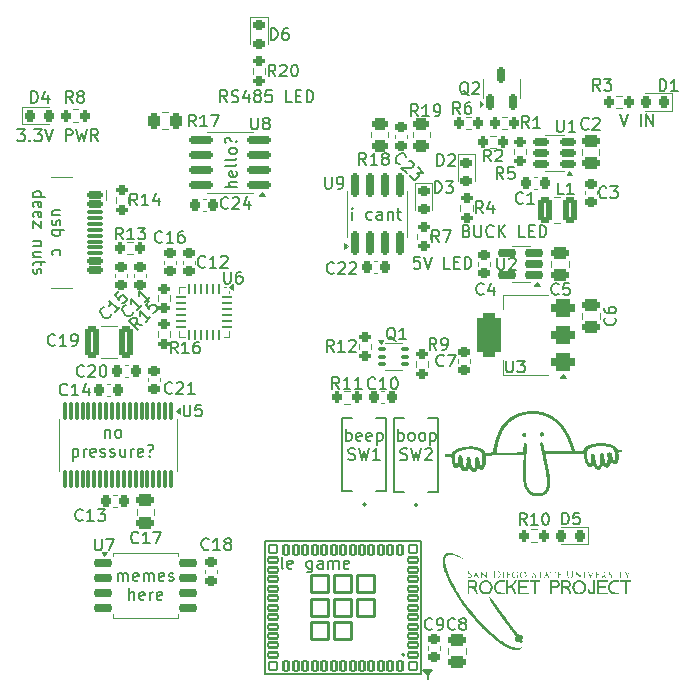
<source format=gto>
G04 #@! TF.GenerationSoftware,KiCad,Pcbnew,8.0.6*
G04 #@! TF.CreationDate,2025-01-17T02:24:04-08:00*
G04 #@! TF.ProjectId,Constellation Stack V2.0,436f6e73-7465-46c6-9c61-74696f6e2053,rev?*
G04 #@! TF.SameCoordinates,Original*
G04 #@! TF.FileFunction,Legend,Top*
G04 #@! TF.FilePolarity,Positive*
%FSLAX46Y46*%
G04 Gerber Fmt 4.6, Leading zero omitted, Abs format (unit mm)*
G04 Created by KiCad (PCBNEW 8.0.6) date 2025-01-17 02:24:04*
%MOMM*%
%LPD*%
G01*
G04 APERTURE LIST*
G04 Aperture macros list*
%AMRoundRect*
0 Rectangle with rounded corners*
0 $1 Rounding radius*
0 $2 $3 $4 $5 $6 $7 $8 $9 X,Y pos of 4 corners*
0 Add a 4 corners polygon primitive as box body*
4,1,4,$2,$3,$4,$5,$6,$7,$8,$9,$2,$3,0*
0 Add four circle primitives for the rounded corners*
1,1,$1+$1,$2,$3*
1,1,$1+$1,$4,$5*
1,1,$1+$1,$6,$7*
1,1,$1+$1,$8,$9*
0 Add four rect primitives between the rounded corners*
20,1,$1+$1,$2,$3,$4,$5,0*
20,1,$1+$1,$4,$5,$6,$7,0*
20,1,$1+$1,$6,$7,$8,$9,0*
20,1,$1+$1,$8,$9,$2,$3,0*%
G04 Aperture macros list end*
%ADD10C,0.150000*%
%ADD11C,0.200000*%
%ADD12C,0.120000*%
%ADD13C,0.000000*%
%ADD14C,0.127000*%
%ADD15C,0.152400*%
%ADD16C,0.010000*%
%ADD17RoundRect,0.150000X0.150000X-0.825000X0.150000X0.825000X-0.150000X0.825000X-0.150000X-0.825000X0*%
%ADD18RoundRect,0.218750X-0.218750X-0.256250X0.218750X-0.256250X0.218750X0.256250X-0.218750X0.256250X0*%
%ADD19RoundRect,0.200000X0.275000X-0.200000X0.275000X0.200000X-0.275000X0.200000X-0.275000X-0.200000X0*%
%ADD20RoundRect,0.250000X0.450000X-0.262500X0.450000X0.262500X-0.450000X0.262500X-0.450000X-0.262500X0*%
%ADD21RoundRect,0.250000X-0.262500X-0.450000X0.262500X-0.450000X0.262500X0.450000X-0.262500X0.450000X0*%
%ADD22C,5.600000*%
%ADD23RoundRect,0.100000X-0.225000X-0.100000X0.225000X-0.100000X0.225000X0.100000X-0.225000X0.100000X0*%
%ADD24RoundRect,0.200000X0.200000X0.275000X-0.200000X0.275000X-0.200000X-0.275000X0.200000X-0.275000X0*%
%ADD25RoundRect,0.075000X-0.075000X0.662500X-0.075000X-0.662500X0.075000X-0.662500X0.075000X0.662500X0*%
%ADD26RoundRect,0.225000X0.250000X-0.225000X0.250000X0.225000X-0.250000X0.225000X-0.250000X-0.225000X0*%
%ADD27RoundRect,0.250000X-0.475000X0.250000X-0.475000X-0.250000X0.475000X-0.250000X0.475000X0.250000X0*%
%ADD28RoundRect,0.250000X0.475000X-0.250000X0.475000X0.250000X-0.475000X0.250000X-0.475000X-0.250000X0*%
%ADD29C,0.650000*%
%ADD30RoundRect,0.150000X-0.500000X0.150000X-0.500000X-0.150000X0.500000X-0.150000X0.500000X0.150000X0*%
%ADD31RoundRect,0.075000X-0.575000X0.075000X-0.575000X-0.075000X0.575000X-0.075000X0.575000X0.075000X0*%
%ADD32O,2.100000X1.000000*%
%ADD33O,1.600000X1.000000*%
%ADD34RoundRect,0.062500X-0.062500X0.350000X-0.062500X-0.350000X0.062500X-0.350000X0.062500X0.350000X0*%
%ADD35RoundRect,0.062500X-0.350000X0.062500X-0.350000X-0.062500X0.350000X-0.062500X0.350000X0.062500X0*%
%ADD36R,2.700000X2.700000*%
%ADD37RoundRect,0.225000X-0.225000X-0.250000X0.225000X-0.250000X0.225000X0.250000X-0.225000X0.250000X0*%
%ADD38RoundRect,0.225000X-0.250000X0.225000X-0.250000X-0.225000X0.250000X-0.225000X0.250000X0.225000X0*%
%ADD39RoundRect,0.375000X0.625000X0.375000X-0.625000X0.375000X-0.625000X-0.375000X0.625000X-0.375000X0*%
%ADD40RoundRect,0.500000X0.500000X1.400000X-0.500000X1.400000X-0.500000X-1.400000X0.500000X-1.400000X0*%
%ADD41RoundRect,0.150000X0.512500X0.150000X-0.512500X0.150000X-0.512500X-0.150000X0.512500X-0.150000X0*%
%ADD42RoundRect,0.225000X0.225000X0.250000X-0.225000X0.250000X-0.225000X-0.250000X0.225000X-0.250000X0*%
%ADD43RoundRect,0.218750X0.218750X0.256250X-0.218750X0.256250X-0.218750X-0.256250X0.218750X-0.256250X0*%
%ADD44RoundRect,0.102000X0.400000X0.200000X-0.400000X0.200000X-0.400000X-0.200000X0.400000X-0.200000X0*%
%ADD45RoundRect,0.102000X0.200000X0.400000X-0.200000X0.400000X-0.200000X-0.400000X0.200000X-0.400000X0*%
%ADD46RoundRect,0.102000X0.725000X0.725000X-0.725000X0.725000X-0.725000X-0.725000X0.725000X-0.725000X0*%
%ADD47RoundRect,0.102000X0.350000X0.350000X-0.350000X0.350000X-0.350000X-0.350000X0.350000X-0.350000X0*%
%ADD48RoundRect,0.150000X-0.650000X-0.150000X0.650000X-0.150000X0.650000X0.150000X-0.650000X0.150000X0*%
%ADD49RoundRect,0.200000X-0.200000X-0.275000X0.200000X-0.275000X0.200000X0.275000X-0.200000X0.275000X0*%
%ADD50R,1.397000X0.889000*%
%ADD51RoundRect,0.150000X0.650000X0.150000X-0.650000X0.150000X-0.650000X-0.150000X0.650000X-0.150000X0*%
%ADD52RoundRect,0.250000X-0.325000X-1.100000X0.325000X-1.100000X0.325000X1.100000X-0.325000X1.100000X0*%
%ADD53RoundRect,0.150000X0.150000X-0.512500X0.150000X0.512500X-0.150000X0.512500X-0.150000X-0.512500X0*%
%ADD54RoundRect,0.150000X0.825000X0.150000X-0.825000X0.150000X-0.825000X-0.150000X0.825000X-0.150000X0*%
%ADD55RoundRect,0.250000X-0.375000X-0.850000X0.375000X-0.850000X0.375000X0.850000X-0.375000X0.850000X0*%
%ADD56RoundRect,0.250000X-0.450000X0.262500X-0.450000X-0.262500X0.450000X-0.262500X0.450000X0.262500X0*%
%ADD57RoundRect,0.218750X-0.256250X0.218750X-0.256250X-0.218750X0.256250X-0.218750X0.256250X0.218750X0*%
%ADD58RoundRect,0.200000X-0.275000X0.200000X-0.275000X-0.200000X0.275000X-0.200000X0.275000X0.200000X0*%
%ADD59C,3.000000*%
%ADD60C,1.700000*%
%ADD61O,1.700000X1.700000*%
%ADD62R,1.700000X1.700000*%
G04 APERTURE END LIST*
D10*
X61150000Y-82200000D02*
X61150000Y-81875000D01*
X61150000Y-81875000D02*
X60775000Y-81450000D01*
X61525000Y-81450000D01*
X61150000Y-81875000D01*
G36*
X61150000Y-81875000D02*
G01*
X60775000Y-81450000D01*
X61525000Y-81450000D01*
X61150000Y-81875000D01*
G37*
D11*
X54750000Y-43342219D02*
X54750000Y-42675552D01*
X54750000Y-42342219D02*
X54702381Y-42389838D01*
X54702381Y-42389838D02*
X54750000Y-42437457D01*
X54750000Y-42437457D02*
X54797619Y-42389838D01*
X54797619Y-42389838D02*
X54750000Y-42342219D01*
X54750000Y-42342219D02*
X54750000Y-42437457D01*
X56416666Y-43294600D02*
X56321428Y-43342219D01*
X56321428Y-43342219D02*
X56130952Y-43342219D01*
X56130952Y-43342219D02*
X56035714Y-43294600D01*
X56035714Y-43294600D02*
X55988095Y-43246980D01*
X55988095Y-43246980D02*
X55940476Y-43151742D01*
X55940476Y-43151742D02*
X55940476Y-42866028D01*
X55940476Y-42866028D02*
X55988095Y-42770790D01*
X55988095Y-42770790D02*
X56035714Y-42723171D01*
X56035714Y-42723171D02*
X56130952Y-42675552D01*
X56130952Y-42675552D02*
X56321428Y-42675552D01*
X56321428Y-42675552D02*
X56416666Y-42723171D01*
X57273809Y-43342219D02*
X57273809Y-42818409D01*
X57273809Y-42818409D02*
X57226190Y-42723171D01*
X57226190Y-42723171D02*
X57130952Y-42675552D01*
X57130952Y-42675552D02*
X56940476Y-42675552D01*
X56940476Y-42675552D02*
X56845238Y-42723171D01*
X57273809Y-43294600D02*
X57178571Y-43342219D01*
X57178571Y-43342219D02*
X56940476Y-43342219D01*
X56940476Y-43342219D02*
X56845238Y-43294600D01*
X56845238Y-43294600D02*
X56797619Y-43199361D01*
X56797619Y-43199361D02*
X56797619Y-43104123D01*
X56797619Y-43104123D02*
X56845238Y-43008885D01*
X56845238Y-43008885D02*
X56940476Y-42961266D01*
X56940476Y-42961266D02*
X57178571Y-42961266D01*
X57178571Y-42961266D02*
X57273809Y-42913647D01*
X57750000Y-42675552D02*
X57750000Y-43342219D01*
X57750000Y-42770790D02*
X57797619Y-42723171D01*
X57797619Y-42723171D02*
X57892857Y-42675552D01*
X57892857Y-42675552D02*
X58035714Y-42675552D01*
X58035714Y-42675552D02*
X58130952Y-42723171D01*
X58130952Y-42723171D02*
X58178571Y-42818409D01*
X58178571Y-42818409D02*
X58178571Y-43342219D01*
X58511905Y-42675552D02*
X58892857Y-42675552D01*
X58654762Y-42342219D02*
X58654762Y-43199361D01*
X58654762Y-43199361D02*
X58702381Y-43294600D01*
X58702381Y-43294600D02*
X58797619Y-43342219D01*
X58797619Y-43342219D02*
X58892857Y-43342219D01*
X30034391Y-42972618D02*
X29367724Y-42972618D01*
X30034391Y-42544047D02*
X29510582Y-42544047D01*
X29510582Y-42544047D02*
X29415344Y-42591666D01*
X29415344Y-42591666D02*
X29367724Y-42686904D01*
X29367724Y-42686904D02*
X29367724Y-42829761D01*
X29367724Y-42829761D02*
X29415344Y-42924999D01*
X29415344Y-42924999D02*
X29462963Y-42972618D01*
X29415344Y-43401190D02*
X29367724Y-43496428D01*
X29367724Y-43496428D02*
X29367724Y-43686904D01*
X29367724Y-43686904D02*
X29415344Y-43782142D01*
X29415344Y-43782142D02*
X29510582Y-43829761D01*
X29510582Y-43829761D02*
X29558201Y-43829761D01*
X29558201Y-43829761D02*
X29653439Y-43782142D01*
X29653439Y-43782142D02*
X29701058Y-43686904D01*
X29701058Y-43686904D02*
X29701058Y-43544047D01*
X29701058Y-43544047D02*
X29748677Y-43448809D01*
X29748677Y-43448809D02*
X29843915Y-43401190D01*
X29843915Y-43401190D02*
X29891534Y-43401190D01*
X29891534Y-43401190D02*
X29986772Y-43448809D01*
X29986772Y-43448809D02*
X30034391Y-43544047D01*
X30034391Y-43544047D02*
X30034391Y-43686904D01*
X30034391Y-43686904D02*
X29986772Y-43782142D01*
X29367724Y-44258333D02*
X30367724Y-44258333D01*
X29986772Y-44258333D02*
X30034391Y-44353571D01*
X30034391Y-44353571D02*
X30034391Y-44544047D01*
X30034391Y-44544047D02*
X29986772Y-44639285D01*
X29986772Y-44639285D02*
X29939153Y-44686904D01*
X29939153Y-44686904D02*
X29843915Y-44734523D01*
X29843915Y-44734523D02*
X29558201Y-44734523D01*
X29558201Y-44734523D02*
X29462963Y-44686904D01*
X29462963Y-44686904D02*
X29415344Y-44639285D01*
X29415344Y-44639285D02*
X29367724Y-44544047D01*
X29367724Y-44544047D02*
X29367724Y-44353571D01*
X29367724Y-44353571D02*
X29415344Y-44258333D01*
X29415344Y-46353571D02*
X29367724Y-46258333D01*
X29367724Y-46258333D02*
X29367724Y-46067857D01*
X29367724Y-46067857D02*
X29415344Y-45972619D01*
X29415344Y-45972619D02*
X29462963Y-45925000D01*
X29462963Y-45925000D02*
X29558201Y-45877381D01*
X29558201Y-45877381D02*
X29843915Y-45877381D01*
X29843915Y-45877381D02*
X29939153Y-45925000D01*
X29939153Y-45925000D02*
X29986772Y-45972619D01*
X29986772Y-45972619D02*
X30034391Y-46067857D01*
X30034391Y-46067857D02*
X30034391Y-46258333D01*
X30034391Y-46258333D02*
X29986772Y-46353571D01*
X27757780Y-41401189D02*
X28757780Y-41401189D01*
X27805400Y-41401189D02*
X27757780Y-41305951D01*
X27757780Y-41305951D02*
X27757780Y-41115475D01*
X27757780Y-41115475D02*
X27805400Y-41020237D01*
X27805400Y-41020237D02*
X27853019Y-40972618D01*
X27853019Y-40972618D02*
X27948257Y-40924999D01*
X27948257Y-40924999D02*
X28233971Y-40924999D01*
X28233971Y-40924999D02*
X28329209Y-40972618D01*
X28329209Y-40972618D02*
X28376828Y-41020237D01*
X28376828Y-41020237D02*
X28424447Y-41115475D01*
X28424447Y-41115475D02*
X28424447Y-41305951D01*
X28424447Y-41305951D02*
X28376828Y-41401189D01*
X27805400Y-42258332D02*
X27757780Y-42163094D01*
X27757780Y-42163094D02*
X27757780Y-41972618D01*
X27757780Y-41972618D02*
X27805400Y-41877380D01*
X27805400Y-41877380D02*
X27900638Y-41829761D01*
X27900638Y-41829761D02*
X28281590Y-41829761D01*
X28281590Y-41829761D02*
X28376828Y-41877380D01*
X28376828Y-41877380D02*
X28424447Y-41972618D01*
X28424447Y-41972618D02*
X28424447Y-42163094D01*
X28424447Y-42163094D02*
X28376828Y-42258332D01*
X28376828Y-42258332D02*
X28281590Y-42305951D01*
X28281590Y-42305951D02*
X28186352Y-42305951D01*
X28186352Y-42305951D02*
X28091114Y-41829761D01*
X27805400Y-43115475D02*
X27757780Y-43020237D01*
X27757780Y-43020237D02*
X27757780Y-42829761D01*
X27757780Y-42829761D02*
X27805400Y-42734523D01*
X27805400Y-42734523D02*
X27900638Y-42686904D01*
X27900638Y-42686904D02*
X28281590Y-42686904D01*
X28281590Y-42686904D02*
X28376828Y-42734523D01*
X28376828Y-42734523D02*
X28424447Y-42829761D01*
X28424447Y-42829761D02*
X28424447Y-43020237D01*
X28424447Y-43020237D02*
X28376828Y-43115475D01*
X28376828Y-43115475D02*
X28281590Y-43163094D01*
X28281590Y-43163094D02*
X28186352Y-43163094D01*
X28186352Y-43163094D02*
X28091114Y-42686904D01*
X28424447Y-43496428D02*
X28424447Y-44020237D01*
X28424447Y-44020237D02*
X27757780Y-43496428D01*
X27757780Y-43496428D02*
X27757780Y-44020237D01*
X28424447Y-45163095D02*
X27757780Y-45163095D01*
X28329209Y-45163095D02*
X28376828Y-45210714D01*
X28376828Y-45210714D02*
X28424447Y-45305952D01*
X28424447Y-45305952D02*
X28424447Y-45448809D01*
X28424447Y-45448809D02*
X28376828Y-45544047D01*
X28376828Y-45544047D02*
X28281590Y-45591666D01*
X28281590Y-45591666D02*
X27757780Y-45591666D01*
X28424447Y-46496428D02*
X27757780Y-46496428D01*
X28424447Y-46067857D02*
X27900638Y-46067857D01*
X27900638Y-46067857D02*
X27805400Y-46115476D01*
X27805400Y-46115476D02*
X27757780Y-46210714D01*
X27757780Y-46210714D02*
X27757780Y-46353571D01*
X27757780Y-46353571D02*
X27805400Y-46448809D01*
X27805400Y-46448809D02*
X27853019Y-46496428D01*
X28424447Y-46829762D02*
X28424447Y-47210714D01*
X28757780Y-46972619D02*
X27900638Y-46972619D01*
X27900638Y-46972619D02*
X27805400Y-47020238D01*
X27805400Y-47020238D02*
X27757780Y-47115476D01*
X27757780Y-47115476D02*
X27757780Y-47210714D01*
X27805400Y-47496429D02*
X27757780Y-47591667D01*
X27757780Y-47591667D02*
X27757780Y-47782143D01*
X27757780Y-47782143D02*
X27805400Y-47877381D01*
X27805400Y-47877381D02*
X27900638Y-47925000D01*
X27900638Y-47925000D02*
X27948257Y-47925000D01*
X27948257Y-47925000D02*
X28043495Y-47877381D01*
X28043495Y-47877381D02*
X28091114Y-47782143D01*
X28091114Y-47782143D02*
X28091114Y-47639286D01*
X28091114Y-47639286D02*
X28138733Y-47544048D01*
X28138733Y-47544048D02*
X28233971Y-47496429D01*
X28233971Y-47496429D02*
X28281590Y-47496429D01*
X28281590Y-47496429D02*
X28376828Y-47544048D01*
X28376828Y-47544048D02*
X28424447Y-47639286D01*
X28424447Y-47639286D02*
X28424447Y-47782143D01*
X28424447Y-47782143D02*
X28376828Y-47877381D01*
D10*
X44164666Y-33397819D02*
X43831333Y-32921628D01*
X43593238Y-33397819D02*
X43593238Y-32397819D01*
X43593238Y-32397819D02*
X43974190Y-32397819D01*
X43974190Y-32397819D02*
X44069428Y-32445438D01*
X44069428Y-32445438D02*
X44117047Y-32493057D01*
X44117047Y-32493057D02*
X44164666Y-32588295D01*
X44164666Y-32588295D02*
X44164666Y-32731152D01*
X44164666Y-32731152D02*
X44117047Y-32826390D01*
X44117047Y-32826390D02*
X44069428Y-32874009D01*
X44069428Y-32874009D02*
X43974190Y-32921628D01*
X43974190Y-32921628D02*
X43593238Y-32921628D01*
X44545619Y-33350200D02*
X44688476Y-33397819D01*
X44688476Y-33397819D02*
X44926571Y-33397819D01*
X44926571Y-33397819D02*
X45021809Y-33350200D01*
X45021809Y-33350200D02*
X45069428Y-33302580D01*
X45069428Y-33302580D02*
X45117047Y-33207342D01*
X45117047Y-33207342D02*
X45117047Y-33112104D01*
X45117047Y-33112104D02*
X45069428Y-33016866D01*
X45069428Y-33016866D02*
X45021809Y-32969247D01*
X45021809Y-32969247D02*
X44926571Y-32921628D01*
X44926571Y-32921628D02*
X44736095Y-32874009D01*
X44736095Y-32874009D02*
X44640857Y-32826390D01*
X44640857Y-32826390D02*
X44593238Y-32778771D01*
X44593238Y-32778771D02*
X44545619Y-32683533D01*
X44545619Y-32683533D02*
X44545619Y-32588295D01*
X44545619Y-32588295D02*
X44593238Y-32493057D01*
X44593238Y-32493057D02*
X44640857Y-32445438D01*
X44640857Y-32445438D02*
X44736095Y-32397819D01*
X44736095Y-32397819D02*
X44974190Y-32397819D01*
X44974190Y-32397819D02*
X45117047Y-32445438D01*
X45974190Y-32731152D02*
X45974190Y-33397819D01*
X45736095Y-32350200D02*
X45498000Y-33064485D01*
X45498000Y-33064485D02*
X46117047Y-33064485D01*
X46640857Y-32826390D02*
X46545619Y-32778771D01*
X46545619Y-32778771D02*
X46498000Y-32731152D01*
X46498000Y-32731152D02*
X46450381Y-32635914D01*
X46450381Y-32635914D02*
X46450381Y-32588295D01*
X46450381Y-32588295D02*
X46498000Y-32493057D01*
X46498000Y-32493057D02*
X46545619Y-32445438D01*
X46545619Y-32445438D02*
X46640857Y-32397819D01*
X46640857Y-32397819D02*
X46831333Y-32397819D01*
X46831333Y-32397819D02*
X46926571Y-32445438D01*
X46926571Y-32445438D02*
X46974190Y-32493057D01*
X46974190Y-32493057D02*
X47021809Y-32588295D01*
X47021809Y-32588295D02*
X47021809Y-32635914D01*
X47021809Y-32635914D02*
X46974190Y-32731152D01*
X46974190Y-32731152D02*
X46926571Y-32778771D01*
X46926571Y-32778771D02*
X46831333Y-32826390D01*
X46831333Y-32826390D02*
X46640857Y-32826390D01*
X46640857Y-32826390D02*
X46545619Y-32874009D01*
X46545619Y-32874009D02*
X46498000Y-32921628D01*
X46498000Y-32921628D02*
X46450381Y-33016866D01*
X46450381Y-33016866D02*
X46450381Y-33207342D01*
X46450381Y-33207342D02*
X46498000Y-33302580D01*
X46498000Y-33302580D02*
X46545619Y-33350200D01*
X46545619Y-33350200D02*
X46640857Y-33397819D01*
X46640857Y-33397819D02*
X46831333Y-33397819D01*
X46831333Y-33397819D02*
X46926571Y-33350200D01*
X46926571Y-33350200D02*
X46974190Y-33302580D01*
X46974190Y-33302580D02*
X47021809Y-33207342D01*
X47021809Y-33207342D02*
X47021809Y-33016866D01*
X47021809Y-33016866D02*
X46974190Y-32921628D01*
X46974190Y-32921628D02*
X46926571Y-32874009D01*
X46926571Y-32874009D02*
X46831333Y-32826390D01*
X47926571Y-32397819D02*
X47450381Y-32397819D01*
X47450381Y-32397819D02*
X47402762Y-32874009D01*
X47402762Y-32874009D02*
X47450381Y-32826390D01*
X47450381Y-32826390D02*
X47545619Y-32778771D01*
X47545619Y-32778771D02*
X47783714Y-32778771D01*
X47783714Y-32778771D02*
X47878952Y-32826390D01*
X47878952Y-32826390D02*
X47926571Y-32874009D01*
X47926571Y-32874009D02*
X47974190Y-32969247D01*
X47974190Y-32969247D02*
X47974190Y-33207342D01*
X47974190Y-33207342D02*
X47926571Y-33302580D01*
X47926571Y-33302580D02*
X47878952Y-33350200D01*
X47878952Y-33350200D02*
X47783714Y-33397819D01*
X47783714Y-33397819D02*
X47545619Y-33397819D01*
X47545619Y-33397819D02*
X47450381Y-33350200D01*
X47450381Y-33350200D02*
X47402762Y-33302580D01*
X49640857Y-33397819D02*
X49164667Y-33397819D01*
X49164667Y-33397819D02*
X49164667Y-32397819D01*
X49974191Y-32874009D02*
X50307524Y-32874009D01*
X50450381Y-33397819D02*
X49974191Y-33397819D01*
X49974191Y-33397819D02*
X49974191Y-32397819D01*
X49974191Y-32397819D02*
X50450381Y-32397819D01*
X50878953Y-33397819D02*
X50878953Y-32397819D01*
X50878953Y-32397819D02*
X51117048Y-32397819D01*
X51117048Y-32397819D02*
X51259905Y-32445438D01*
X51259905Y-32445438D02*
X51355143Y-32540676D01*
X51355143Y-32540676D02*
X51402762Y-32635914D01*
X51402762Y-32635914D02*
X51450381Y-32826390D01*
X51450381Y-32826390D02*
X51450381Y-32969247D01*
X51450381Y-32969247D02*
X51402762Y-33159723D01*
X51402762Y-33159723D02*
X51355143Y-33254961D01*
X51355143Y-33254961D02*
X51259905Y-33350200D01*
X51259905Y-33350200D02*
X51117048Y-33397819D01*
X51117048Y-33397819D02*
X50878953Y-33397819D01*
D11*
X44992219Y-40555326D02*
X43992219Y-40555326D01*
X44992219Y-40126755D02*
X44468409Y-40126755D01*
X44468409Y-40126755D02*
X44373171Y-40174374D01*
X44373171Y-40174374D02*
X44325552Y-40269612D01*
X44325552Y-40269612D02*
X44325552Y-40412469D01*
X44325552Y-40412469D02*
X44373171Y-40507707D01*
X44373171Y-40507707D02*
X44420790Y-40555326D01*
X44944600Y-39269612D02*
X44992219Y-39364850D01*
X44992219Y-39364850D02*
X44992219Y-39555326D01*
X44992219Y-39555326D02*
X44944600Y-39650564D01*
X44944600Y-39650564D02*
X44849361Y-39698183D01*
X44849361Y-39698183D02*
X44468409Y-39698183D01*
X44468409Y-39698183D02*
X44373171Y-39650564D01*
X44373171Y-39650564D02*
X44325552Y-39555326D01*
X44325552Y-39555326D02*
X44325552Y-39364850D01*
X44325552Y-39364850D02*
X44373171Y-39269612D01*
X44373171Y-39269612D02*
X44468409Y-39221993D01*
X44468409Y-39221993D02*
X44563647Y-39221993D01*
X44563647Y-39221993D02*
X44658885Y-39698183D01*
X44992219Y-38650564D02*
X44944600Y-38745802D01*
X44944600Y-38745802D02*
X44849361Y-38793421D01*
X44849361Y-38793421D02*
X43992219Y-38793421D01*
X44992219Y-38126754D02*
X44944600Y-38221992D01*
X44944600Y-38221992D02*
X44849361Y-38269611D01*
X44849361Y-38269611D02*
X43992219Y-38269611D01*
X44992219Y-37602944D02*
X44944600Y-37698182D01*
X44944600Y-37698182D02*
X44896980Y-37745801D01*
X44896980Y-37745801D02*
X44801742Y-37793420D01*
X44801742Y-37793420D02*
X44516028Y-37793420D01*
X44516028Y-37793420D02*
X44420790Y-37745801D01*
X44420790Y-37745801D02*
X44373171Y-37698182D01*
X44373171Y-37698182D02*
X44325552Y-37602944D01*
X44325552Y-37602944D02*
X44325552Y-37460087D01*
X44325552Y-37460087D02*
X44373171Y-37364849D01*
X44373171Y-37364849D02*
X44420790Y-37317230D01*
X44420790Y-37317230D02*
X44516028Y-37269611D01*
X44516028Y-37269611D02*
X44801742Y-37269611D01*
X44801742Y-37269611D02*
X44896980Y-37317230D01*
X44896980Y-37317230D02*
X44944600Y-37364849D01*
X44944600Y-37364849D02*
X44992219Y-37460087D01*
X44992219Y-37460087D02*
X44992219Y-37602944D01*
X44896980Y-36698182D02*
X44944600Y-36650563D01*
X44944600Y-36650563D02*
X44992219Y-36698182D01*
X44992219Y-36698182D02*
X44944600Y-36745801D01*
X44944600Y-36745801D02*
X44896980Y-36698182D01*
X44896980Y-36698182D02*
X44992219Y-36698182D01*
X44039838Y-36888658D02*
X43992219Y-36793420D01*
X43992219Y-36793420D02*
X43992219Y-36555325D01*
X43992219Y-36555325D02*
X44039838Y-36460087D01*
X44039838Y-36460087D02*
X44135076Y-36412468D01*
X44135076Y-36412468D02*
X44230314Y-36412468D01*
X44230314Y-36412468D02*
X44325552Y-36460087D01*
X44325552Y-36460087D02*
X44373171Y-36507706D01*
X44373171Y-36507706D02*
X44420790Y-36602944D01*
X44420790Y-36602944D02*
X44468409Y-36650563D01*
X44468409Y-36650563D02*
X44563647Y-36698182D01*
X44563647Y-36698182D02*
X44611266Y-36698182D01*
X48922530Y-72887219D02*
X48827292Y-72839600D01*
X48827292Y-72839600D02*
X48779673Y-72744361D01*
X48779673Y-72744361D02*
X48779673Y-71887219D01*
X49684435Y-72839600D02*
X49589197Y-72887219D01*
X49589197Y-72887219D02*
X49398721Y-72887219D01*
X49398721Y-72887219D02*
X49303483Y-72839600D01*
X49303483Y-72839600D02*
X49255864Y-72744361D01*
X49255864Y-72744361D02*
X49255864Y-72363409D01*
X49255864Y-72363409D02*
X49303483Y-72268171D01*
X49303483Y-72268171D02*
X49398721Y-72220552D01*
X49398721Y-72220552D02*
X49589197Y-72220552D01*
X49589197Y-72220552D02*
X49684435Y-72268171D01*
X49684435Y-72268171D02*
X49732054Y-72363409D01*
X49732054Y-72363409D02*
X49732054Y-72458647D01*
X49732054Y-72458647D02*
X49255864Y-72553885D01*
X51351102Y-72220552D02*
X51351102Y-73030076D01*
X51351102Y-73030076D02*
X51303483Y-73125314D01*
X51303483Y-73125314D02*
X51255864Y-73172933D01*
X51255864Y-73172933D02*
X51160626Y-73220552D01*
X51160626Y-73220552D02*
X51017769Y-73220552D01*
X51017769Y-73220552D02*
X50922531Y-73172933D01*
X51351102Y-72839600D02*
X51255864Y-72887219D01*
X51255864Y-72887219D02*
X51065388Y-72887219D01*
X51065388Y-72887219D02*
X50970150Y-72839600D01*
X50970150Y-72839600D02*
X50922531Y-72791980D01*
X50922531Y-72791980D02*
X50874912Y-72696742D01*
X50874912Y-72696742D02*
X50874912Y-72411028D01*
X50874912Y-72411028D02*
X50922531Y-72315790D01*
X50922531Y-72315790D02*
X50970150Y-72268171D01*
X50970150Y-72268171D02*
X51065388Y-72220552D01*
X51065388Y-72220552D02*
X51255864Y-72220552D01*
X51255864Y-72220552D02*
X51351102Y-72268171D01*
X52255864Y-72887219D02*
X52255864Y-72363409D01*
X52255864Y-72363409D02*
X52208245Y-72268171D01*
X52208245Y-72268171D02*
X52113007Y-72220552D01*
X52113007Y-72220552D02*
X51922531Y-72220552D01*
X51922531Y-72220552D02*
X51827293Y-72268171D01*
X52255864Y-72839600D02*
X52160626Y-72887219D01*
X52160626Y-72887219D02*
X51922531Y-72887219D01*
X51922531Y-72887219D02*
X51827293Y-72839600D01*
X51827293Y-72839600D02*
X51779674Y-72744361D01*
X51779674Y-72744361D02*
X51779674Y-72649123D01*
X51779674Y-72649123D02*
X51827293Y-72553885D01*
X51827293Y-72553885D02*
X51922531Y-72506266D01*
X51922531Y-72506266D02*
X52160626Y-72506266D01*
X52160626Y-72506266D02*
X52255864Y-72458647D01*
X52732055Y-72887219D02*
X52732055Y-72220552D01*
X52732055Y-72315790D02*
X52779674Y-72268171D01*
X52779674Y-72268171D02*
X52874912Y-72220552D01*
X52874912Y-72220552D02*
X53017769Y-72220552D01*
X53017769Y-72220552D02*
X53113007Y-72268171D01*
X53113007Y-72268171D02*
X53160626Y-72363409D01*
X53160626Y-72363409D02*
X53160626Y-72887219D01*
X53160626Y-72363409D02*
X53208245Y-72268171D01*
X53208245Y-72268171D02*
X53303483Y-72220552D01*
X53303483Y-72220552D02*
X53446340Y-72220552D01*
X53446340Y-72220552D02*
X53541579Y-72268171D01*
X53541579Y-72268171D02*
X53589198Y-72363409D01*
X53589198Y-72363409D02*
X53589198Y-72887219D01*
X54446340Y-72839600D02*
X54351102Y-72887219D01*
X54351102Y-72887219D02*
X54160626Y-72887219D01*
X54160626Y-72887219D02*
X54065388Y-72839600D01*
X54065388Y-72839600D02*
X54017769Y-72744361D01*
X54017769Y-72744361D02*
X54017769Y-72363409D01*
X54017769Y-72363409D02*
X54065388Y-72268171D01*
X54065388Y-72268171D02*
X54160626Y-72220552D01*
X54160626Y-72220552D02*
X54351102Y-72220552D01*
X54351102Y-72220552D02*
X54446340Y-72268171D01*
X54446340Y-72268171D02*
X54493959Y-72363409D01*
X54493959Y-72363409D02*
X54493959Y-72458647D01*
X54493959Y-72458647D02*
X54017769Y-72553885D01*
X34892857Y-73932275D02*
X34892857Y-73265608D01*
X34892857Y-73360846D02*
X34940476Y-73313227D01*
X34940476Y-73313227D02*
X35035714Y-73265608D01*
X35035714Y-73265608D02*
X35178571Y-73265608D01*
X35178571Y-73265608D02*
X35273809Y-73313227D01*
X35273809Y-73313227D02*
X35321428Y-73408465D01*
X35321428Y-73408465D02*
X35321428Y-73932275D01*
X35321428Y-73408465D02*
X35369047Y-73313227D01*
X35369047Y-73313227D02*
X35464285Y-73265608D01*
X35464285Y-73265608D02*
X35607142Y-73265608D01*
X35607142Y-73265608D02*
X35702381Y-73313227D01*
X35702381Y-73313227D02*
X35750000Y-73408465D01*
X35750000Y-73408465D02*
X35750000Y-73932275D01*
X36607142Y-73884656D02*
X36511904Y-73932275D01*
X36511904Y-73932275D02*
X36321428Y-73932275D01*
X36321428Y-73932275D02*
X36226190Y-73884656D01*
X36226190Y-73884656D02*
X36178571Y-73789417D01*
X36178571Y-73789417D02*
X36178571Y-73408465D01*
X36178571Y-73408465D02*
X36226190Y-73313227D01*
X36226190Y-73313227D02*
X36321428Y-73265608D01*
X36321428Y-73265608D02*
X36511904Y-73265608D01*
X36511904Y-73265608D02*
X36607142Y-73313227D01*
X36607142Y-73313227D02*
X36654761Y-73408465D01*
X36654761Y-73408465D02*
X36654761Y-73503703D01*
X36654761Y-73503703D02*
X36178571Y-73598941D01*
X37083333Y-73932275D02*
X37083333Y-73265608D01*
X37083333Y-73360846D02*
X37130952Y-73313227D01*
X37130952Y-73313227D02*
X37226190Y-73265608D01*
X37226190Y-73265608D02*
X37369047Y-73265608D01*
X37369047Y-73265608D02*
X37464285Y-73313227D01*
X37464285Y-73313227D02*
X37511904Y-73408465D01*
X37511904Y-73408465D02*
X37511904Y-73932275D01*
X37511904Y-73408465D02*
X37559523Y-73313227D01*
X37559523Y-73313227D02*
X37654761Y-73265608D01*
X37654761Y-73265608D02*
X37797618Y-73265608D01*
X37797618Y-73265608D02*
X37892857Y-73313227D01*
X37892857Y-73313227D02*
X37940476Y-73408465D01*
X37940476Y-73408465D02*
X37940476Y-73932275D01*
X38797618Y-73884656D02*
X38702380Y-73932275D01*
X38702380Y-73932275D02*
X38511904Y-73932275D01*
X38511904Y-73932275D02*
X38416666Y-73884656D01*
X38416666Y-73884656D02*
X38369047Y-73789417D01*
X38369047Y-73789417D02*
X38369047Y-73408465D01*
X38369047Y-73408465D02*
X38416666Y-73313227D01*
X38416666Y-73313227D02*
X38511904Y-73265608D01*
X38511904Y-73265608D02*
X38702380Y-73265608D01*
X38702380Y-73265608D02*
X38797618Y-73313227D01*
X38797618Y-73313227D02*
X38845237Y-73408465D01*
X38845237Y-73408465D02*
X38845237Y-73503703D01*
X38845237Y-73503703D02*
X38369047Y-73598941D01*
X39226190Y-73884656D02*
X39321428Y-73932275D01*
X39321428Y-73932275D02*
X39511904Y-73932275D01*
X39511904Y-73932275D02*
X39607142Y-73884656D01*
X39607142Y-73884656D02*
X39654761Y-73789417D01*
X39654761Y-73789417D02*
X39654761Y-73741798D01*
X39654761Y-73741798D02*
X39607142Y-73646560D01*
X39607142Y-73646560D02*
X39511904Y-73598941D01*
X39511904Y-73598941D02*
X39369047Y-73598941D01*
X39369047Y-73598941D02*
X39273809Y-73551322D01*
X39273809Y-73551322D02*
X39226190Y-73456084D01*
X39226190Y-73456084D02*
X39226190Y-73408465D01*
X39226190Y-73408465D02*
X39273809Y-73313227D01*
X39273809Y-73313227D02*
X39369047Y-73265608D01*
X39369047Y-73265608D02*
X39511904Y-73265608D01*
X39511904Y-73265608D02*
X39607142Y-73313227D01*
X35869047Y-75542219D02*
X35869047Y-74542219D01*
X36297618Y-75542219D02*
X36297618Y-75018409D01*
X36297618Y-75018409D02*
X36249999Y-74923171D01*
X36249999Y-74923171D02*
X36154761Y-74875552D01*
X36154761Y-74875552D02*
X36011904Y-74875552D01*
X36011904Y-74875552D02*
X35916666Y-74923171D01*
X35916666Y-74923171D02*
X35869047Y-74970790D01*
X37154761Y-75494600D02*
X37059523Y-75542219D01*
X37059523Y-75542219D02*
X36869047Y-75542219D01*
X36869047Y-75542219D02*
X36773809Y-75494600D01*
X36773809Y-75494600D02*
X36726190Y-75399361D01*
X36726190Y-75399361D02*
X36726190Y-75018409D01*
X36726190Y-75018409D02*
X36773809Y-74923171D01*
X36773809Y-74923171D02*
X36869047Y-74875552D01*
X36869047Y-74875552D02*
X37059523Y-74875552D01*
X37059523Y-74875552D02*
X37154761Y-74923171D01*
X37154761Y-74923171D02*
X37202380Y-75018409D01*
X37202380Y-75018409D02*
X37202380Y-75113647D01*
X37202380Y-75113647D02*
X36726190Y-75208885D01*
X37630952Y-75542219D02*
X37630952Y-74875552D01*
X37630952Y-75066028D02*
X37678571Y-74970790D01*
X37678571Y-74970790D02*
X37726190Y-74923171D01*
X37726190Y-74923171D02*
X37821428Y-74875552D01*
X37821428Y-74875552D02*
X37916666Y-74875552D01*
X38630952Y-75494600D02*
X38535714Y-75542219D01*
X38535714Y-75542219D02*
X38345238Y-75542219D01*
X38345238Y-75542219D02*
X38250000Y-75494600D01*
X38250000Y-75494600D02*
X38202381Y-75399361D01*
X38202381Y-75399361D02*
X38202381Y-75018409D01*
X38202381Y-75018409D02*
X38250000Y-74923171D01*
X38250000Y-74923171D02*
X38345238Y-74875552D01*
X38345238Y-74875552D02*
X38535714Y-74875552D01*
X38535714Y-74875552D02*
X38630952Y-74923171D01*
X38630952Y-74923171D02*
X38678571Y-75018409D01*
X38678571Y-75018409D02*
X38678571Y-75113647D01*
X38678571Y-75113647D02*
X38202381Y-75208885D01*
D10*
X26403541Y-35699819D02*
X27022588Y-35699819D01*
X27022588Y-35699819D02*
X26689255Y-36080771D01*
X26689255Y-36080771D02*
X26832112Y-36080771D01*
X26832112Y-36080771D02*
X26927350Y-36128390D01*
X26927350Y-36128390D02*
X26974969Y-36176009D01*
X26974969Y-36176009D02*
X27022588Y-36271247D01*
X27022588Y-36271247D02*
X27022588Y-36509342D01*
X27022588Y-36509342D02*
X26974969Y-36604580D01*
X26974969Y-36604580D02*
X26927350Y-36652200D01*
X26927350Y-36652200D02*
X26832112Y-36699819D01*
X26832112Y-36699819D02*
X26546398Y-36699819D01*
X26546398Y-36699819D02*
X26451160Y-36652200D01*
X26451160Y-36652200D02*
X26403541Y-36604580D01*
X27451160Y-36604580D02*
X27498779Y-36652200D01*
X27498779Y-36652200D02*
X27451160Y-36699819D01*
X27451160Y-36699819D02*
X27403541Y-36652200D01*
X27403541Y-36652200D02*
X27451160Y-36604580D01*
X27451160Y-36604580D02*
X27451160Y-36699819D01*
X27832112Y-35699819D02*
X28451159Y-35699819D01*
X28451159Y-35699819D02*
X28117826Y-36080771D01*
X28117826Y-36080771D02*
X28260683Y-36080771D01*
X28260683Y-36080771D02*
X28355921Y-36128390D01*
X28355921Y-36128390D02*
X28403540Y-36176009D01*
X28403540Y-36176009D02*
X28451159Y-36271247D01*
X28451159Y-36271247D02*
X28451159Y-36509342D01*
X28451159Y-36509342D02*
X28403540Y-36604580D01*
X28403540Y-36604580D02*
X28355921Y-36652200D01*
X28355921Y-36652200D02*
X28260683Y-36699819D01*
X28260683Y-36699819D02*
X27974969Y-36699819D01*
X27974969Y-36699819D02*
X27879731Y-36652200D01*
X27879731Y-36652200D02*
X27832112Y-36604580D01*
X28736874Y-35699819D02*
X29070207Y-36699819D01*
X29070207Y-36699819D02*
X29403540Y-35699819D01*
X30498779Y-36699819D02*
X30498779Y-35699819D01*
X30498779Y-35699819D02*
X30879731Y-35699819D01*
X30879731Y-35699819D02*
X30974969Y-35747438D01*
X30974969Y-35747438D02*
X31022588Y-35795057D01*
X31022588Y-35795057D02*
X31070207Y-35890295D01*
X31070207Y-35890295D02*
X31070207Y-36033152D01*
X31070207Y-36033152D02*
X31022588Y-36128390D01*
X31022588Y-36128390D02*
X30974969Y-36176009D01*
X30974969Y-36176009D02*
X30879731Y-36223628D01*
X30879731Y-36223628D02*
X30498779Y-36223628D01*
X31403541Y-35699819D02*
X31641636Y-36699819D01*
X31641636Y-36699819D02*
X31832112Y-35985533D01*
X31832112Y-35985533D02*
X32022588Y-36699819D01*
X32022588Y-36699819D02*
X32260684Y-35699819D01*
X33213064Y-36699819D02*
X32879731Y-36223628D01*
X32641636Y-36699819D02*
X32641636Y-35699819D01*
X32641636Y-35699819D02*
X33022588Y-35699819D01*
X33022588Y-35699819D02*
X33117826Y-35747438D01*
X33117826Y-35747438D02*
X33165445Y-35795057D01*
X33165445Y-35795057D02*
X33213064Y-35890295D01*
X33213064Y-35890295D02*
X33213064Y-36033152D01*
X33213064Y-36033152D02*
X33165445Y-36128390D01*
X33165445Y-36128390D02*
X33117826Y-36176009D01*
X33117826Y-36176009D02*
X33022588Y-36223628D01*
X33022588Y-36223628D02*
X32641636Y-36223628D01*
D11*
X33808333Y-61140608D02*
X33808333Y-61807275D01*
X33808333Y-61235846D02*
X33855952Y-61188227D01*
X33855952Y-61188227D02*
X33951190Y-61140608D01*
X33951190Y-61140608D02*
X34094047Y-61140608D01*
X34094047Y-61140608D02*
X34189285Y-61188227D01*
X34189285Y-61188227D02*
X34236904Y-61283465D01*
X34236904Y-61283465D02*
X34236904Y-61807275D01*
X34855952Y-61807275D02*
X34760714Y-61759656D01*
X34760714Y-61759656D02*
X34713095Y-61712036D01*
X34713095Y-61712036D02*
X34665476Y-61616798D01*
X34665476Y-61616798D02*
X34665476Y-61331084D01*
X34665476Y-61331084D02*
X34713095Y-61235846D01*
X34713095Y-61235846D02*
X34760714Y-61188227D01*
X34760714Y-61188227D02*
X34855952Y-61140608D01*
X34855952Y-61140608D02*
X34998809Y-61140608D01*
X34998809Y-61140608D02*
X35094047Y-61188227D01*
X35094047Y-61188227D02*
X35141666Y-61235846D01*
X35141666Y-61235846D02*
X35189285Y-61331084D01*
X35189285Y-61331084D02*
X35189285Y-61616798D01*
X35189285Y-61616798D02*
X35141666Y-61712036D01*
X35141666Y-61712036D02*
X35094047Y-61759656D01*
X35094047Y-61759656D02*
X34998809Y-61807275D01*
X34998809Y-61807275D02*
X34855952Y-61807275D01*
X31094047Y-62750552D02*
X31094047Y-63750552D01*
X31094047Y-62798171D02*
X31189285Y-62750552D01*
X31189285Y-62750552D02*
X31379761Y-62750552D01*
X31379761Y-62750552D02*
X31474999Y-62798171D01*
X31474999Y-62798171D02*
X31522618Y-62845790D01*
X31522618Y-62845790D02*
X31570237Y-62941028D01*
X31570237Y-62941028D02*
X31570237Y-63226742D01*
X31570237Y-63226742D02*
X31522618Y-63321980D01*
X31522618Y-63321980D02*
X31474999Y-63369600D01*
X31474999Y-63369600D02*
X31379761Y-63417219D01*
X31379761Y-63417219D02*
X31189285Y-63417219D01*
X31189285Y-63417219D02*
X31094047Y-63369600D01*
X31998809Y-63417219D02*
X31998809Y-62750552D01*
X31998809Y-62941028D02*
X32046428Y-62845790D01*
X32046428Y-62845790D02*
X32094047Y-62798171D01*
X32094047Y-62798171D02*
X32189285Y-62750552D01*
X32189285Y-62750552D02*
X32284523Y-62750552D01*
X32998809Y-63369600D02*
X32903571Y-63417219D01*
X32903571Y-63417219D02*
X32713095Y-63417219D01*
X32713095Y-63417219D02*
X32617857Y-63369600D01*
X32617857Y-63369600D02*
X32570238Y-63274361D01*
X32570238Y-63274361D02*
X32570238Y-62893409D01*
X32570238Y-62893409D02*
X32617857Y-62798171D01*
X32617857Y-62798171D02*
X32713095Y-62750552D01*
X32713095Y-62750552D02*
X32903571Y-62750552D01*
X32903571Y-62750552D02*
X32998809Y-62798171D01*
X32998809Y-62798171D02*
X33046428Y-62893409D01*
X33046428Y-62893409D02*
X33046428Y-62988647D01*
X33046428Y-62988647D02*
X32570238Y-63083885D01*
X33427381Y-63369600D02*
X33522619Y-63417219D01*
X33522619Y-63417219D02*
X33713095Y-63417219D01*
X33713095Y-63417219D02*
X33808333Y-63369600D01*
X33808333Y-63369600D02*
X33855952Y-63274361D01*
X33855952Y-63274361D02*
X33855952Y-63226742D01*
X33855952Y-63226742D02*
X33808333Y-63131504D01*
X33808333Y-63131504D02*
X33713095Y-63083885D01*
X33713095Y-63083885D02*
X33570238Y-63083885D01*
X33570238Y-63083885D02*
X33475000Y-63036266D01*
X33475000Y-63036266D02*
X33427381Y-62941028D01*
X33427381Y-62941028D02*
X33427381Y-62893409D01*
X33427381Y-62893409D02*
X33475000Y-62798171D01*
X33475000Y-62798171D02*
X33570238Y-62750552D01*
X33570238Y-62750552D02*
X33713095Y-62750552D01*
X33713095Y-62750552D02*
X33808333Y-62798171D01*
X34236905Y-63369600D02*
X34332143Y-63417219D01*
X34332143Y-63417219D02*
X34522619Y-63417219D01*
X34522619Y-63417219D02*
X34617857Y-63369600D01*
X34617857Y-63369600D02*
X34665476Y-63274361D01*
X34665476Y-63274361D02*
X34665476Y-63226742D01*
X34665476Y-63226742D02*
X34617857Y-63131504D01*
X34617857Y-63131504D02*
X34522619Y-63083885D01*
X34522619Y-63083885D02*
X34379762Y-63083885D01*
X34379762Y-63083885D02*
X34284524Y-63036266D01*
X34284524Y-63036266D02*
X34236905Y-62941028D01*
X34236905Y-62941028D02*
X34236905Y-62893409D01*
X34236905Y-62893409D02*
X34284524Y-62798171D01*
X34284524Y-62798171D02*
X34379762Y-62750552D01*
X34379762Y-62750552D02*
X34522619Y-62750552D01*
X34522619Y-62750552D02*
X34617857Y-62798171D01*
X35522619Y-62750552D02*
X35522619Y-63417219D01*
X35094048Y-62750552D02*
X35094048Y-63274361D01*
X35094048Y-63274361D02*
X35141667Y-63369600D01*
X35141667Y-63369600D02*
X35236905Y-63417219D01*
X35236905Y-63417219D02*
X35379762Y-63417219D01*
X35379762Y-63417219D02*
X35475000Y-63369600D01*
X35475000Y-63369600D02*
X35522619Y-63321980D01*
X35998810Y-63417219D02*
X35998810Y-62750552D01*
X35998810Y-62941028D02*
X36046429Y-62845790D01*
X36046429Y-62845790D02*
X36094048Y-62798171D01*
X36094048Y-62798171D02*
X36189286Y-62750552D01*
X36189286Y-62750552D02*
X36284524Y-62750552D01*
X36998810Y-63369600D02*
X36903572Y-63417219D01*
X36903572Y-63417219D02*
X36713096Y-63417219D01*
X36713096Y-63417219D02*
X36617858Y-63369600D01*
X36617858Y-63369600D02*
X36570239Y-63274361D01*
X36570239Y-63274361D02*
X36570239Y-62893409D01*
X36570239Y-62893409D02*
X36617858Y-62798171D01*
X36617858Y-62798171D02*
X36713096Y-62750552D01*
X36713096Y-62750552D02*
X36903572Y-62750552D01*
X36903572Y-62750552D02*
X36998810Y-62798171D01*
X36998810Y-62798171D02*
X37046429Y-62893409D01*
X37046429Y-62893409D02*
X37046429Y-62988647D01*
X37046429Y-62988647D02*
X36570239Y-63083885D01*
X37617858Y-63321980D02*
X37665477Y-63369600D01*
X37665477Y-63369600D02*
X37617858Y-63417219D01*
X37617858Y-63417219D02*
X37570239Y-63369600D01*
X37570239Y-63369600D02*
X37617858Y-63321980D01*
X37617858Y-63321980D02*
X37617858Y-63417219D01*
X37427382Y-62464838D02*
X37522620Y-62417219D01*
X37522620Y-62417219D02*
X37760715Y-62417219D01*
X37760715Y-62417219D02*
X37855953Y-62464838D01*
X37855953Y-62464838D02*
X37903572Y-62560076D01*
X37903572Y-62560076D02*
X37903572Y-62655314D01*
X37903572Y-62655314D02*
X37855953Y-62750552D01*
X37855953Y-62750552D02*
X37808334Y-62798171D01*
X37808334Y-62798171D02*
X37713096Y-62845790D01*
X37713096Y-62845790D02*
X37665477Y-62893409D01*
X37665477Y-62893409D02*
X37617858Y-62988647D01*
X37617858Y-62988647D02*
X37617858Y-63036266D01*
D10*
X64424112Y-44304009D02*
X64566969Y-44351628D01*
X64566969Y-44351628D02*
X64614588Y-44399247D01*
X64614588Y-44399247D02*
X64662207Y-44494485D01*
X64662207Y-44494485D02*
X64662207Y-44637342D01*
X64662207Y-44637342D02*
X64614588Y-44732580D01*
X64614588Y-44732580D02*
X64566969Y-44780200D01*
X64566969Y-44780200D02*
X64471731Y-44827819D01*
X64471731Y-44827819D02*
X64090779Y-44827819D01*
X64090779Y-44827819D02*
X64090779Y-43827819D01*
X64090779Y-43827819D02*
X64424112Y-43827819D01*
X64424112Y-43827819D02*
X64519350Y-43875438D01*
X64519350Y-43875438D02*
X64566969Y-43923057D01*
X64566969Y-43923057D02*
X64614588Y-44018295D01*
X64614588Y-44018295D02*
X64614588Y-44113533D01*
X64614588Y-44113533D02*
X64566969Y-44208771D01*
X64566969Y-44208771D02*
X64519350Y-44256390D01*
X64519350Y-44256390D02*
X64424112Y-44304009D01*
X64424112Y-44304009D02*
X64090779Y-44304009D01*
X65090779Y-43827819D02*
X65090779Y-44637342D01*
X65090779Y-44637342D02*
X65138398Y-44732580D01*
X65138398Y-44732580D02*
X65186017Y-44780200D01*
X65186017Y-44780200D02*
X65281255Y-44827819D01*
X65281255Y-44827819D02*
X65471731Y-44827819D01*
X65471731Y-44827819D02*
X65566969Y-44780200D01*
X65566969Y-44780200D02*
X65614588Y-44732580D01*
X65614588Y-44732580D02*
X65662207Y-44637342D01*
X65662207Y-44637342D02*
X65662207Y-43827819D01*
X66709826Y-44732580D02*
X66662207Y-44780200D01*
X66662207Y-44780200D02*
X66519350Y-44827819D01*
X66519350Y-44827819D02*
X66424112Y-44827819D01*
X66424112Y-44827819D02*
X66281255Y-44780200D01*
X66281255Y-44780200D02*
X66186017Y-44684961D01*
X66186017Y-44684961D02*
X66138398Y-44589723D01*
X66138398Y-44589723D02*
X66090779Y-44399247D01*
X66090779Y-44399247D02*
X66090779Y-44256390D01*
X66090779Y-44256390D02*
X66138398Y-44065914D01*
X66138398Y-44065914D02*
X66186017Y-43970676D01*
X66186017Y-43970676D02*
X66281255Y-43875438D01*
X66281255Y-43875438D02*
X66424112Y-43827819D01*
X66424112Y-43827819D02*
X66519350Y-43827819D01*
X66519350Y-43827819D02*
X66662207Y-43875438D01*
X66662207Y-43875438D02*
X66709826Y-43923057D01*
X67138398Y-44827819D02*
X67138398Y-43827819D01*
X67709826Y-44827819D02*
X67281255Y-44256390D01*
X67709826Y-43827819D02*
X67138398Y-44399247D01*
X69376493Y-44827819D02*
X68900303Y-44827819D01*
X68900303Y-44827819D02*
X68900303Y-43827819D01*
X69709827Y-44304009D02*
X70043160Y-44304009D01*
X70186017Y-44827819D02*
X69709827Y-44827819D01*
X69709827Y-44827819D02*
X69709827Y-43827819D01*
X69709827Y-43827819D02*
X70186017Y-43827819D01*
X70614589Y-44827819D02*
X70614589Y-43827819D01*
X70614589Y-43827819D02*
X70852684Y-43827819D01*
X70852684Y-43827819D02*
X70995541Y-43875438D01*
X70995541Y-43875438D02*
X71090779Y-43970676D01*
X71090779Y-43970676D02*
X71138398Y-44065914D01*
X71138398Y-44065914D02*
X71186017Y-44256390D01*
X71186017Y-44256390D02*
X71186017Y-44399247D01*
X71186017Y-44399247D02*
X71138398Y-44589723D01*
X71138398Y-44589723D02*
X71090779Y-44684961D01*
X71090779Y-44684961D02*
X70995541Y-44780200D01*
X70995541Y-44780200D02*
X70852684Y-44827819D01*
X70852684Y-44827819D02*
X70614589Y-44827819D01*
D11*
X54219673Y-62067219D02*
X54219673Y-61067219D01*
X54219673Y-61448171D02*
X54314911Y-61400552D01*
X54314911Y-61400552D02*
X54505387Y-61400552D01*
X54505387Y-61400552D02*
X54600625Y-61448171D01*
X54600625Y-61448171D02*
X54648244Y-61495790D01*
X54648244Y-61495790D02*
X54695863Y-61591028D01*
X54695863Y-61591028D02*
X54695863Y-61876742D01*
X54695863Y-61876742D02*
X54648244Y-61971980D01*
X54648244Y-61971980D02*
X54600625Y-62019600D01*
X54600625Y-62019600D02*
X54505387Y-62067219D01*
X54505387Y-62067219D02*
X54314911Y-62067219D01*
X54314911Y-62067219D02*
X54219673Y-62019600D01*
X55505387Y-62019600D02*
X55410149Y-62067219D01*
X55410149Y-62067219D02*
X55219673Y-62067219D01*
X55219673Y-62067219D02*
X55124435Y-62019600D01*
X55124435Y-62019600D02*
X55076816Y-61924361D01*
X55076816Y-61924361D02*
X55076816Y-61543409D01*
X55076816Y-61543409D02*
X55124435Y-61448171D01*
X55124435Y-61448171D02*
X55219673Y-61400552D01*
X55219673Y-61400552D02*
X55410149Y-61400552D01*
X55410149Y-61400552D02*
X55505387Y-61448171D01*
X55505387Y-61448171D02*
X55553006Y-61543409D01*
X55553006Y-61543409D02*
X55553006Y-61638647D01*
X55553006Y-61638647D02*
X55076816Y-61733885D01*
X56362530Y-62019600D02*
X56267292Y-62067219D01*
X56267292Y-62067219D02*
X56076816Y-62067219D01*
X56076816Y-62067219D02*
X55981578Y-62019600D01*
X55981578Y-62019600D02*
X55933959Y-61924361D01*
X55933959Y-61924361D02*
X55933959Y-61543409D01*
X55933959Y-61543409D02*
X55981578Y-61448171D01*
X55981578Y-61448171D02*
X56076816Y-61400552D01*
X56076816Y-61400552D02*
X56267292Y-61400552D01*
X56267292Y-61400552D02*
X56362530Y-61448171D01*
X56362530Y-61448171D02*
X56410149Y-61543409D01*
X56410149Y-61543409D02*
X56410149Y-61638647D01*
X56410149Y-61638647D02*
X55933959Y-61733885D01*
X56838721Y-61400552D02*
X56838721Y-62400552D01*
X56838721Y-61448171D02*
X56933959Y-61400552D01*
X56933959Y-61400552D02*
X57124435Y-61400552D01*
X57124435Y-61400552D02*
X57219673Y-61448171D01*
X57219673Y-61448171D02*
X57267292Y-61495790D01*
X57267292Y-61495790D02*
X57314911Y-61591028D01*
X57314911Y-61591028D02*
X57314911Y-61876742D01*
X57314911Y-61876742D02*
X57267292Y-61971980D01*
X57267292Y-61971980D02*
X57219673Y-62019600D01*
X57219673Y-62019600D02*
X57124435Y-62067219D01*
X57124435Y-62067219D02*
X56933959Y-62067219D01*
X56933959Y-62067219D02*
X56838721Y-62019600D01*
D10*
X77409922Y-34429819D02*
X77743255Y-35429819D01*
X77743255Y-35429819D02*
X78076588Y-34429819D01*
X79171827Y-35429819D02*
X79171827Y-34429819D01*
X79648017Y-35429819D02*
X79648017Y-34429819D01*
X79648017Y-34429819D02*
X80219445Y-35429819D01*
X80219445Y-35429819D02*
X80219445Y-34429819D01*
X60462969Y-46499819D02*
X59986779Y-46499819D01*
X59986779Y-46499819D02*
X59939160Y-46976009D01*
X59939160Y-46976009D02*
X59986779Y-46928390D01*
X59986779Y-46928390D02*
X60082017Y-46880771D01*
X60082017Y-46880771D02*
X60320112Y-46880771D01*
X60320112Y-46880771D02*
X60415350Y-46928390D01*
X60415350Y-46928390D02*
X60462969Y-46976009D01*
X60462969Y-46976009D02*
X60510588Y-47071247D01*
X60510588Y-47071247D02*
X60510588Y-47309342D01*
X60510588Y-47309342D02*
X60462969Y-47404580D01*
X60462969Y-47404580D02*
X60415350Y-47452200D01*
X60415350Y-47452200D02*
X60320112Y-47499819D01*
X60320112Y-47499819D02*
X60082017Y-47499819D01*
X60082017Y-47499819D02*
X59986779Y-47452200D01*
X59986779Y-47452200D02*
X59939160Y-47404580D01*
X60796303Y-46499819D02*
X61129636Y-47499819D01*
X61129636Y-47499819D02*
X61462969Y-46499819D01*
X63034398Y-47499819D02*
X62558208Y-47499819D01*
X62558208Y-47499819D02*
X62558208Y-46499819D01*
X63367732Y-46976009D02*
X63701065Y-46976009D01*
X63843922Y-47499819D02*
X63367732Y-47499819D01*
X63367732Y-47499819D02*
X63367732Y-46499819D01*
X63367732Y-46499819D02*
X63843922Y-46499819D01*
X64272494Y-47499819D02*
X64272494Y-46499819D01*
X64272494Y-46499819D02*
X64510589Y-46499819D01*
X64510589Y-46499819D02*
X64653446Y-46547438D01*
X64653446Y-46547438D02*
X64748684Y-46642676D01*
X64748684Y-46642676D02*
X64796303Y-46737914D01*
X64796303Y-46737914D02*
X64843922Y-46928390D01*
X64843922Y-46928390D02*
X64843922Y-47071247D01*
X64843922Y-47071247D02*
X64796303Y-47261723D01*
X64796303Y-47261723D02*
X64748684Y-47356961D01*
X64748684Y-47356961D02*
X64653446Y-47452200D01*
X64653446Y-47452200D02*
X64510589Y-47499819D01*
X64510589Y-47499819D02*
X64272494Y-47499819D01*
D11*
X58644673Y-62067219D02*
X58644673Y-61067219D01*
X58644673Y-61448171D02*
X58739911Y-61400552D01*
X58739911Y-61400552D02*
X58930387Y-61400552D01*
X58930387Y-61400552D02*
X59025625Y-61448171D01*
X59025625Y-61448171D02*
X59073244Y-61495790D01*
X59073244Y-61495790D02*
X59120863Y-61591028D01*
X59120863Y-61591028D02*
X59120863Y-61876742D01*
X59120863Y-61876742D02*
X59073244Y-61971980D01*
X59073244Y-61971980D02*
X59025625Y-62019600D01*
X59025625Y-62019600D02*
X58930387Y-62067219D01*
X58930387Y-62067219D02*
X58739911Y-62067219D01*
X58739911Y-62067219D02*
X58644673Y-62019600D01*
X59692292Y-62067219D02*
X59597054Y-62019600D01*
X59597054Y-62019600D02*
X59549435Y-61971980D01*
X59549435Y-61971980D02*
X59501816Y-61876742D01*
X59501816Y-61876742D02*
X59501816Y-61591028D01*
X59501816Y-61591028D02*
X59549435Y-61495790D01*
X59549435Y-61495790D02*
X59597054Y-61448171D01*
X59597054Y-61448171D02*
X59692292Y-61400552D01*
X59692292Y-61400552D02*
X59835149Y-61400552D01*
X59835149Y-61400552D02*
X59930387Y-61448171D01*
X59930387Y-61448171D02*
X59978006Y-61495790D01*
X59978006Y-61495790D02*
X60025625Y-61591028D01*
X60025625Y-61591028D02*
X60025625Y-61876742D01*
X60025625Y-61876742D02*
X59978006Y-61971980D01*
X59978006Y-61971980D02*
X59930387Y-62019600D01*
X59930387Y-62019600D02*
X59835149Y-62067219D01*
X59835149Y-62067219D02*
X59692292Y-62067219D01*
X60597054Y-62067219D02*
X60501816Y-62019600D01*
X60501816Y-62019600D02*
X60454197Y-61971980D01*
X60454197Y-61971980D02*
X60406578Y-61876742D01*
X60406578Y-61876742D02*
X60406578Y-61591028D01*
X60406578Y-61591028D02*
X60454197Y-61495790D01*
X60454197Y-61495790D02*
X60501816Y-61448171D01*
X60501816Y-61448171D02*
X60597054Y-61400552D01*
X60597054Y-61400552D02*
X60739911Y-61400552D01*
X60739911Y-61400552D02*
X60835149Y-61448171D01*
X60835149Y-61448171D02*
X60882768Y-61495790D01*
X60882768Y-61495790D02*
X60930387Y-61591028D01*
X60930387Y-61591028D02*
X60930387Y-61876742D01*
X60930387Y-61876742D02*
X60882768Y-61971980D01*
X60882768Y-61971980D02*
X60835149Y-62019600D01*
X60835149Y-62019600D02*
X60739911Y-62067219D01*
X60739911Y-62067219D02*
X60597054Y-62067219D01*
X61358959Y-61400552D02*
X61358959Y-62400552D01*
X61358959Y-61448171D02*
X61454197Y-61400552D01*
X61454197Y-61400552D02*
X61644673Y-61400552D01*
X61644673Y-61400552D02*
X61739911Y-61448171D01*
X61739911Y-61448171D02*
X61787530Y-61495790D01*
X61787530Y-61495790D02*
X61835149Y-61591028D01*
X61835149Y-61591028D02*
X61835149Y-61876742D01*
X61835149Y-61876742D02*
X61787530Y-61971980D01*
X61787530Y-61971980D02*
X61739911Y-62019600D01*
X61739911Y-62019600D02*
X61644673Y-62067219D01*
X61644673Y-62067219D02*
X61454197Y-62067219D01*
X61454197Y-62067219D02*
X61358959Y-62019600D01*
D10*
X52438095Y-39729819D02*
X52438095Y-40539342D01*
X52438095Y-40539342D02*
X52485714Y-40634580D01*
X52485714Y-40634580D02*
X52533333Y-40682200D01*
X52533333Y-40682200D02*
X52628571Y-40729819D01*
X52628571Y-40729819D02*
X52819047Y-40729819D01*
X52819047Y-40729819D02*
X52914285Y-40682200D01*
X52914285Y-40682200D02*
X52961904Y-40634580D01*
X52961904Y-40634580D02*
X53009523Y-40539342D01*
X53009523Y-40539342D02*
X53009523Y-39729819D01*
X53533333Y-40729819D02*
X53723809Y-40729819D01*
X53723809Y-40729819D02*
X53819047Y-40682200D01*
X53819047Y-40682200D02*
X53866666Y-40634580D01*
X53866666Y-40634580D02*
X53961904Y-40491723D01*
X53961904Y-40491723D02*
X54009523Y-40301247D01*
X54009523Y-40301247D02*
X54009523Y-39920295D01*
X54009523Y-39920295D02*
X53961904Y-39825057D01*
X53961904Y-39825057D02*
X53914285Y-39777438D01*
X53914285Y-39777438D02*
X53819047Y-39729819D01*
X53819047Y-39729819D02*
X53628571Y-39729819D01*
X53628571Y-39729819D02*
X53533333Y-39777438D01*
X53533333Y-39777438D02*
X53485714Y-39825057D01*
X53485714Y-39825057D02*
X53438095Y-39920295D01*
X53438095Y-39920295D02*
X53438095Y-40158390D01*
X53438095Y-40158390D02*
X53485714Y-40253628D01*
X53485714Y-40253628D02*
X53533333Y-40301247D01*
X53533333Y-40301247D02*
X53628571Y-40348866D01*
X53628571Y-40348866D02*
X53819047Y-40348866D01*
X53819047Y-40348866D02*
X53914285Y-40301247D01*
X53914285Y-40301247D02*
X53961904Y-40253628D01*
X53961904Y-40253628D02*
X54009523Y-40158390D01*
X27556905Y-33474819D02*
X27556905Y-32474819D01*
X27556905Y-32474819D02*
X27795000Y-32474819D01*
X27795000Y-32474819D02*
X27937857Y-32522438D01*
X27937857Y-32522438D02*
X28033095Y-32617676D01*
X28033095Y-32617676D02*
X28080714Y-32712914D01*
X28080714Y-32712914D02*
X28128333Y-32903390D01*
X28128333Y-32903390D02*
X28128333Y-33046247D01*
X28128333Y-33046247D02*
X28080714Y-33236723D01*
X28080714Y-33236723D02*
X28033095Y-33331961D01*
X28033095Y-33331961D02*
X27937857Y-33427200D01*
X27937857Y-33427200D02*
X27795000Y-33474819D01*
X27795000Y-33474819D02*
X27556905Y-33474819D01*
X28985476Y-32808152D02*
X28985476Y-33474819D01*
X28747381Y-32427200D02*
X28509286Y-33141485D01*
X28509286Y-33141485D02*
X29128333Y-33141485D01*
X36977036Y-52246174D02*
X36404617Y-52145159D01*
X36572975Y-52650235D02*
X35865869Y-51943128D01*
X35865869Y-51943128D02*
X36135243Y-51673754D01*
X36135243Y-51673754D02*
X36236258Y-51640082D01*
X36236258Y-51640082D02*
X36303601Y-51640082D01*
X36303601Y-51640082D02*
X36404617Y-51673754D01*
X36404617Y-51673754D02*
X36505632Y-51774769D01*
X36505632Y-51774769D02*
X36539304Y-51875785D01*
X36539304Y-51875785D02*
X36539304Y-51943128D01*
X36539304Y-51943128D02*
X36505632Y-52044143D01*
X36505632Y-52044143D02*
X36236258Y-52313517D01*
X37650471Y-51572739D02*
X37246410Y-51976800D01*
X37448441Y-51774769D02*
X36741334Y-51067663D01*
X36741334Y-51067663D02*
X36775006Y-51236021D01*
X36775006Y-51236021D02*
X36775006Y-51370708D01*
X36775006Y-51370708D02*
X36741334Y-51471724D01*
X37583128Y-50225869D02*
X37246410Y-50562586D01*
X37246410Y-50562586D02*
X37549456Y-50932975D01*
X37549456Y-50932975D02*
X37549456Y-50865632D01*
X37549456Y-50865632D02*
X37583128Y-50764617D01*
X37583128Y-50764617D02*
X37751487Y-50596258D01*
X37751487Y-50596258D02*
X37852502Y-50562586D01*
X37852502Y-50562586D02*
X37919846Y-50562586D01*
X37919846Y-50562586D02*
X38020861Y-50596258D01*
X38020861Y-50596258D02*
X38189220Y-50764617D01*
X38189220Y-50764617D02*
X38222891Y-50865632D01*
X38222891Y-50865632D02*
X38222891Y-50932975D01*
X38222891Y-50932975D02*
X38189220Y-51033991D01*
X38189220Y-51033991D02*
X38020861Y-51202349D01*
X38020861Y-51202349D02*
X37919846Y-51236021D01*
X37919846Y-51236021D02*
X37852502Y-51236021D01*
X60297142Y-34594819D02*
X59963809Y-34118628D01*
X59725714Y-34594819D02*
X59725714Y-33594819D01*
X59725714Y-33594819D02*
X60106666Y-33594819D01*
X60106666Y-33594819D02*
X60201904Y-33642438D01*
X60201904Y-33642438D02*
X60249523Y-33690057D01*
X60249523Y-33690057D02*
X60297142Y-33785295D01*
X60297142Y-33785295D02*
X60297142Y-33928152D01*
X60297142Y-33928152D02*
X60249523Y-34023390D01*
X60249523Y-34023390D02*
X60201904Y-34071009D01*
X60201904Y-34071009D02*
X60106666Y-34118628D01*
X60106666Y-34118628D02*
X59725714Y-34118628D01*
X61249523Y-34594819D02*
X60678095Y-34594819D01*
X60963809Y-34594819D02*
X60963809Y-33594819D01*
X60963809Y-33594819D02*
X60868571Y-33737676D01*
X60868571Y-33737676D02*
X60773333Y-33832914D01*
X60773333Y-33832914D02*
X60678095Y-33880533D01*
X61725714Y-34594819D02*
X61916190Y-34594819D01*
X61916190Y-34594819D02*
X62011428Y-34547200D01*
X62011428Y-34547200D02*
X62059047Y-34499580D01*
X62059047Y-34499580D02*
X62154285Y-34356723D01*
X62154285Y-34356723D02*
X62201904Y-34166247D01*
X62201904Y-34166247D02*
X62201904Y-33785295D01*
X62201904Y-33785295D02*
X62154285Y-33690057D01*
X62154285Y-33690057D02*
X62106666Y-33642438D01*
X62106666Y-33642438D02*
X62011428Y-33594819D01*
X62011428Y-33594819D02*
X61820952Y-33594819D01*
X61820952Y-33594819D02*
X61725714Y-33642438D01*
X61725714Y-33642438D02*
X61678095Y-33690057D01*
X61678095Y-33690057D02*
X61630476Y-33785295D01*
X61630476Y-33785295D02*
X61630476Y-34023390D01*
X61630476Y-34023390D02*
X61678095Y-34118628D01*
X61678095Y-34118628D02*
X61725714Y-34166247D01*
X61725714Y-34166247D02*
X61820952Y-34213866D01*
X61820952Y-34213866D02*
X62011428Y-34213866D01*
X62011428Y-34213866D02*
X62106666Y-34166247D01*
X62106666Y-34166247D02*
X62154285Y-34118628D01*
X62154285Y-34118628D02*
X62201904Y-34023390D01*
X41504642Y-35454819D02*
X41171309Y-34978628D01*
X40933214Y-35454819D02*
X40933214Y-34454819D01*
X40933214Y-34454819D02*
X41314166Y-34454819D01*
X41314166Y-34454819D02*
X41409404Y-34502438D01*
X41409404Y-34502438D02*
X41457023Y-34550057D01*
X41457023Y-34550057D02*
X41504642Y-34645295D01*
X41504642Y-34645295D02*
X41504642Y-34788152D01*
X41504642Y-34788152D02*
X41457023Y-34883390D01*
X41457023Y-34883390D02*
X41409404Y-34931009D01*
X41409404Y-34931009D02*
X41314166Y-34978628D01*
X41314166Y-34978628D02*
X40933214Y-34978628D01*
X42457023Y-35454819D02*
X41885595Y-35454819D01*
X42171309Y-35454819D02*
X42171309Y-34454819D01*
X42171309Y-34454819D02*
X42076071Y-34597676D01*
X42076071Y-34597676D02*
X41980833Y-34692914D01*
X41980833Y-34692914D02*
X41885595Y-34740533D01*
X42790357Y-34454819D02*
X43457023Y-34454819D01*
X43457023Y-34454819D02*
X43028452Y-35454819D01*
X58414761Y-53590057D02*
X58319523Y-53542438D01*
X58319523Y-53542438D02*
X58224285Y-53447200D01*
X58224285Y-53447200D02*
X58081428Y-53304342D01*
X58081428Y-53304342D02*
X57986190Y-53256723D01*
X57986190Y-53256723D02*
X57890952Y-53256723D01*
X57938571Y-53494819D02*
X57843333Y-53447200D01*
X57843333Y-53447200D02*
X57748095Y-53351961D01*
X57748095Y-53351961D02*
X57700476Y-53161485D01*
X57700476Y-53161485D02*
X57700476Y-52828152D01*
X57700476Y-52828152D02*
X57748095Y-52637676D01*
X57748095Y-52637676D02*
X57843333Y-52542438D01*
X57843333Y-52542438D02*
X57938571Y-52494819D01*
X57938571Y-52494819D02*
X58129047Y-52494819D01*
X58129047Y-52494819D02*
X58224285Y-52542438D01*
X58224285Y-52542438D02*
X58319523Y-52637676D01*
X58319523Y-52637676D02*
X58367142Y-52828152D01*
X58367142Y-52828152D02*
X58367142Y-53161485D01*
X58367142Y-53161485D02*
X58319523Y-53351961D01*
X58319523Y-53351961D02*
X58224285Y-53447200D01*
X58224285Y-53447200D02*
X58129047Y-53494819D01*
X58129047Y-53494819D02*
X57938571Y-53494819D01*
X59319523Y-53494819D02*
X58748095Y-53494819D01*
X59033809Y-53494819D02*
X59033809Y-52494819D01*
X59033809Y-52494819D02*
X58938571Y-52637676D01*
X58938571Y-52637676D02*
X58843333Y-52732914D01*
X58843333Y-52732914D02*
X58748095Y-52780533D01*
X63883333Y-34384819D02*
X63550000Y-33908628D01*
X63311905Y-34384819D02*
X63311905Y-33384819D01*
X63311905Y-33384819D02*
X63692857Y-33384819D01*
X63692857Y-33384819D02*
X63788095Y-33432438D01*
X63788095Y-33432438D02*
X63835714Y-33480057D01*
X63835714Y-33480057D02*
X63883333Y-33575295D01*
X63883333Y-33575295D02*
X63883333Y-33718152D01*
X63883333Y-33718152D02*
X63835714Y-33813390D01*
X63835714Y-33813390D02*
X63788095Y-33861009D01*
X63788095Y-33861009D02*
X63692857Y-33908628D01*
X63692857Y-33908628D02*
X63311905Y-33908628D01*
X64740476Y-33384819D02*
X64550000Y-33384819D01*
X64550000Y-33384819D02*
X64454762Y-33432438D01*
X64454762Y-33432438D02*
X64407143Y-33480057D01*
X64407143Y-33480057D02*
X64311905Y-33622914D01*
X64311905Y-33622914D02*
X64264286Y-33813390D01*
X64264286Y-33813390D02*
X64264286Y-34194342D01*
X64264286Y-34194342D02*
X64311905Y-34289580D01*
X64311905Y-34289580D02*
X64359524Y-34337200D01*
X64359524Y-34337200D02*
X64454762Y-34384819D01*
X64454762Y-34384819D02*
X64645238Y-34384819D01*
X64645238Y-34384819D02*
X64740476Y-34337200D01*
X64740476Y-34337200D02*
X64788095Y-34289580D01*
X64788095Y-34289580D02*
X64835714Y-34194342D01*
X64835714Y-34194342D02*
X64835714Y-33956247D01*
X64835714Y-33956247D02*
X64788095Y-33861009D01*
X64788095Y-33861009D02*
X64740476Y-33813390D01*
X64740476Y-33813390D02*
X64645238Y-33765771D01*
X64645238Y-33765771D02*
X64454762Y-33765771D01*
X64454762Y-33765771D02*
X64359524Y-33813390D01*
X64359524Y-33813390D02*
X64311905Y-33861009D01*
X64311905Y-33861009D02*
X64264286Y-33956247D01*
X40463095Y-59004819D02*
X40463095Y-59814342D01*
X40463095Y-59814342D02*
X40510714Y-59909580D01*
X40510714Y-59909580D02*
X40558333Y-59957200D01*
X40558333Y-59957200D02*
X40653571Y-60004819D01*
X40653571Y-60004819D02*
X40844047Y-60004819D01*
X40844047Y-60004819D02*
X40939285Y-59957200D01*
X40939285Y-59957200D02*
X40986904Y-59909580D01*
X40986904Y-59909580D02*
X41034523Y-59814342D01*
X41034523Y-59814342D02*
X41034523Y-59004819D01*
X41986904Y-59004819D02*
X41510714Y-59004819D01*
X41510714Y-59004819D02*
X41463095Y-59481009D01*
X41463095Y-59481009D02*
X41510714Y-59433390D01*
X41510714Y-59433390D02*
X41605952Y-59385771D01*
X41605952Y-59385771D02*
X41844047Y-59385771D01*
X41844047Y-59385771D02*
X41939285Y-59433390D01*
X41939285Y-59433390D02*
X41986904Y-59481009D01*
X41986904Y-59481009D02*
X42034523Y-59576247D01*
X42034523Y-59576247D02*
X42034523Y-59814342D01*
X42034523Y-59814342D02*
X41986904Y-59909580D01*
X41986904Y-59909580D02*
X41939285Y-59957200D01*
X41939285Y-59957200D02*
X41844047Y-60004819D01*
X41844047Y-60004819D02*
X41605952Y-60004819D01*
X41605952Y-60004819D02*
X41510714Y-59957200D01*
X41510714Y-59957200D02*
X41463095Y-59909580D01*
X76263333Y-41439580D02*
X76215714Y-41487200D01*
X76215714Y-41487200D02*
X76072857Y-41534819D01*
X76072857Y-41534819D02*
X75977619Y-41534819D01*
X75977619Y-41534819D02*
X75834762Y-41487200D01*
X75834762Y-41487200D02*
X75739524Y-41391961D01*
X75739524Y-41391961D02*
X75691905Y-41296723D01*
X75691905Y-41296723D02*
X75644286Y-41106247D01*
X75644286Y-41106247D02*
X75644286Y-40963390D01*
X75644286Y-40963390D02*
X75691905Y-40772914D01*
X75691905Y-40772914D02*
X75739524Y-40677676D01*
X75739524Y-40677676D02*
X75834762Y-40582438D01*
X75834762Y-40582438D02*
X75977619Y-40534819D01*
X75977619Y-40534819D02*
X76072857Y-40534819D01*
X76072857Y-40534819D02*
X76215714Y-40582438D01*
X76215714Y-40582438D02*
X76263333Y-40630057D01*
X76596667Y-40534819D02*
X77215714Y-40534819D01*
X77215714Y-40534819D02*
X76882381Y-40915771D01*
X76882381Y-40915771D02*
X77025238Y-40915771D01*
X77025238Y-40915771D02*
X77120476Y-40963390D01*
X77120476Y-40963390D02*
X77168095Y-41011009D01*
X77168095Y-41011009D02*
X77215714Y-41106247D01*
X77215714Y-41106247D02*
X77215714Y-41344342D01*
X77215714Y-41344342D02*
X77168095Y-41439580D01*
X77168095Y-41439580D02*
X77120476Y-41487200D01*
X77120476Y-41487200D02*
X77025238Y-41534819D01*
X77025238Y-41534819D02*
X76739524Y-41534819D01*
X76739524Y-41534819D02*
X76644286Y-41487200D01*
X76644286Y-41487200D02*
X76596667Y-41439580D01*
X76989579Y-51666665D02*
X77037199Y-51714284D01*
X77037199Y-51714284D02*
X77084818Y-51857141D01*
X77084818Y-51857141D02*
X77084818Y-51952379D01*
X77084818Y-51952379D02*
X77037199Y-52095236D01*
X77037199Y-52095236D02*
X76941960Y-52190474D01*
X76941960Y-52190474D02*
X76846722Y-52238093D01*
X76846722Y-52238093D02*
X76656246Y-52285712D01*
X76656246Y-52285712D02*
X76513389Y-52285712D01*
X76513389Y-52285712D02*
X76322913Y-52238093D01*
X76322913Y-52238093D02*
X76227675Y-52190474D01*
X76227675Y-52190474D02*
X76132437Y-52095236D01*
X76132437Y-52095236D02*
X76084818Y-51952379D01*
X76084818Y-51952379D02*
X76084818Y-51857141D01*
X76084818Y-51857141D02*
X76132437Y-51714284D01*
X76132437Y-51714284D02*
X76180056Y-51666665D01*
X76084818Y-50809522D02*
X76084818Y-50999998D01*
X76084818Y-50999998D02*
X76132437Y-51095236D01*
X76132437Y-51095236D02*
X76180056Y-51142855D01*
X76180056Y-51142855D02*
X76322913Y-51238093D01*
X76322913Y-51238093D02*
X76513389Y-51285712D01*
X76513389Y-51285712D02*
X76894341Y-51285712D01*
X76894341Y-51285712D02*
X76989579Y-51238093D01*
X76989579Y-51238093D02*
X77037199Y-51190474D01*
X77037199Y-51190474D02*
X77084818Y-51095236D01*
X77084818Y-51095236D02*
X77084818Y-50904760D01*
X77084818Y-50904760D02*
X77037199Y-50809522D01*
X77037199Y-50809522D02*
X76989579Y-50761903D01*
X76989579Y-50761903D02*
X76894341Y-50714284D01*
X76894341Y-50714284D02*
X76656246Y-50714284D01*
X76656246Y-50714284D02*
X76561008Y-50761903D01*
X76561008Y-50761903D02*
X76513389Y-50809522D01*
X76513389Y-50809522D02*
X76465770Y-50904760D01*
X76465770Y-50904760D02*
X76465770Y-51095236D01*
X76465770Y-51095236D02*
X76513389Y-51190474D01*
X76513389Y-51190474D02*
X76561008Y-51238093D01*
X76561008Y-51238093D02*
X76656246Y-51285712D01*
X36637142Y-70669580D02*
X36589523Y-70717200D01*
X36589523Y-70717200D02*
X36446666Y-70764819D01*
X36446666Y-70764819D02*
X36351428Y-70764819D01*
X36351428Y-70764819D02*
X36208571Y-70717200D01*
X36208571Y-70717200D02*
X36113333Y-70621961D01*
X36113333Y-70621961D02*
X36065714Y-70526723D01*
X36065714Y-70526723D02*
X36018095Y-70336247D01*
X36018095Y-70336247D02*
X36018095Y-70193390D01*
X36018095Y-70193390D02*
X36065714Y-70002914D01*
X36065714Y-70002914D02*
X36113333Y-69907676D01*
X36113333Y-69907676D02*
X36208571Y-69812438D01*
X36208571Y-69812438D02*
X36351428Y-69764819D01*
X36351428Y-69764819D02*
X36446666Y-69764819D01*
X36446666Y-69764819D02*
X36589523Y-69812438D01*
X36589523Y-69812438D02*
X36637142Y-69860057D01*
X37589523Y-70764819D02*
X37018095Y-70764819D01*
X37303809Y-70764819D02*
X37303809Y-69764819D01*
X37303809Y-69764819D02*
X37208571Y-69907676D01*
X37208571Y-69907676D02*
X37113333Y-70002914D01*
X37113333Y-70002914D02*
X37018095Y-70050533D01*
X37922857Y-69764819D02*
X38589523Y-69764819D01*
X38589523Y-69764819D02*
X38160952Y-70764819D01*
X42297142Y-47319580D02*
X42249523Y-47367200D01*
X42249523Y-47367200D02*
X42106666Y-47414819D01*
X42106666Y-47414819D02*
X42011428Y-47414819D01*
X42011428Y-47414819D02*
X41868571Y-47367200D01*
X41868571Y-47367200D02*
X41773333Y-47271961D01*
X41773333Y-47271961D02*
X41725714Y-47176723D01*
X41725714Y-47176723D02*
X41678095Y-46986247D01*
X41678095Y-46986247D02*
X41678095Y-46843390D01*
X41678095Y-46843390D02*
X41725714Y-46652914D01*
X41725714Y-46652914D02*
X41773333Y-46557676D01*
X41773333Y-46557676D02*
X41868571Y-46462438D01*
X41868571Y-46462438D02*
X42011428Y-46414819D01*
X42011428Y-46414819D02*
X42106666Y-46414819D01*
X42106666Y-46414819D02*
X42249523Y-46462438D01*
X42249523Y-46462438D02*
X42297142Y-46510057D01*
X43249523Y-47414819D02*
X42678095Y-47414819D01*
X42963809Y-47414819D02*
X42963809Y-46414819D01*
X42963809Y-46414819D02*
X42868571Y-46557676D01*
X42868571Y-46557676D02*
X42773333Y-46652914D01*
X42773333Y-46652914D02*
X42678095Y-46700533D01*
X43630476Y-46510057D02*
X43678095Y-46462438D01*
X43678095Y-46462438D02*
X43773333Y-46414819D01*
X43773333Y-46414819D02*
X44011428Y-46414819D01*
X44011428Y-46414819D02*
X44106666Y-46462438D01*
X44106666Y-46462438D02*
X44154285Y-46510057D01*
X44154285Y-46510057D02*
X44201904Y-46605295D01*
X44201904Y-46605295D02*
X44201904Y-46700533D01*
X44201904Y-46700533D02*
X44154285Y-46843390D01*
X44154285Y-46843390D02*
X43582857Y-47414819D01*
X43582857Y-47414819D02*
X44201904Y-47414819D01*
X43888095Y-47754819D02*
X43888095Y-48564342D01*
X43888095Y-48564342D02*
X43935714Y-48659580D01*
X43935714Y-48659580D02*
X43983333Y-48707200D01*
X43983333Y-48707200D02*
X44078571Y-48754819D01*
X44078571Y-48754819D02*
X44269047Y-48754819D01*
X44269047Y-48754819D02*
X44364285Y-48707200D01*
X44364285Y-48707200D02*
X44411904Y-48659580D01*
X44411904Y-48659580D02*
X44459523Y-48564342D01*
X44459523Y-48564342D02*
X44459523Y-47754819D01*
X45364285Y-47754819D02*
X45173809Y-47754819D01*
X45173809Y-47754819D02*
X45078571Y-47802438D01*
X45078571Y-47802438D02*
X45030952Y-47850057D01*
X45030952Y-47850057D02*
X44935714Y-47992914D01*
X44935714Y-47992914D02*
X44888095Y-48183390D01*
X44888095Y-48183390D02*
X44888095Y-48564342D01*
X44888095Y-48564342D02*
X44935714Y-48659580D01*
X44935714Y-48659580D02*
X44983333Y-48707200D01*
X44983333Y-48707200D02*
X45078571Y-48754819D01*
X45078571Y-48754819D02*
X45269047Y-48754819D01*
X45269047Y-48754819D02*
X45364285Y-48707200D01*
X45364285Y-48707200D02*
X45411904Y-48659580D01*
X45411904Y-48659580D02*
X45459523Y-48564342D01*
X45459523Y-48564342D02*
X45459523Y-48326247D01*
X45459523Y-48326247D02*
X45411904Y-48231009D01*
X45411904Y-48231009D02*
X45364285Y-48183390D01*
X45364285Y-48183390D02*
X45269047Y-48135771D01*
X45269047Y-48135771D02*
X45078571Y-48135771D01*
X45078571Y-48135771D02*
X44983333Y-48183390D01*
X44983333Y-48183390D02*
X44935714Y-48231009D01*
X44935714Y-48231009D02*
X44888095Y-48326247D01*
X56682142Y-57609580D02*
X56634523Y-57657200D01*
X56634523Y-57657200D02*
X56491666Y-57704819D01*
X56491666Y-57704819D02*
X56396428Y-57704819D01*
X56396428Y-57704819D02*
X56253571Y-57657200D01*
X56253571Y-57657200D02*
X56158333Y-57561961D01*
X56158333Y-57561961D02*
X56110714Y-57466723D01*
X56110714Y-57466723D02*
X56063095Y-57276247D01*
X56063095Y-57276247D02*
X56063095Y-57133390D01*
X56063095Y-57133390D02*
X56110714Y-56942914D01*
X56110714Y-56942914D02*
X56158333Y-56847676D01*
X56158333Y-56847676D02*
X56253571Y-56752438D01*
X56253571Y-56752438D02*
X56396428Y-56704819D01*
X56396428Y-56704819D02*
X56491666Y-56704819D01*
X56491666Y-56704819D02*
X56634523Y-56752438D01*
X56634523Y-56752438D02*
X56682142Y-56800057D01*
X57634523Y-57704819D02*
X57063095Y-57704819D01*
X57348809Y-57704819D02*
X57348809Y-56704819D01*
X57348809Y-56704819D02*
X57253571Y-56847676D01*
X57253571Y-56847676D02*
X57158333Y-56942914D01*
X57158333Y-56942914D02*
X57063095Y-56990533D01*
X58253571Y-56704819D02*
X58348809Y-56704819D01*
X58348809Y-56704819D02*
X58444047Y-56752438D01*
X58444047Y-56752438D02*
X58491666Y-56800057D01*
X58491666Y-56800057D02*
X58539285Y-56895295D01*
X58539285Y-56895295D02*
X58586904Y-57085771D01*
X58586904Y-57085771D02*
X58586904Y-57323866D01*
X58586904Y-57323866D02*
X58539285Y-57514342D01*
X58539285Y-57514342D02*
X58491666Y-57609580D01*
X58491666Y-57609580D02*
X58444047Y-57657200D01*
X58444047Y-57657200D02*
X58348809Y-57704819D01*
X58348809Y-57704819D02*
X58253571Y-57704819D01*
X58253571Y-57704819D02*
X58158333Y-57657200D01*
X58158333Y-57657200D02*
X58110714Y-57609580D01*
X58110714Y-57609580D02*
X58063095Y-57514342D01*
X58063095Y-57514342D02*
X58015476Y-57323866D01*
X58015476Y-57323866D02*
X58015476Y-57085771D01*
X58015476Y-57085771D02*
X58063095Y-56895295D01*
X58063095Y-56895295D02*
X58110714Y-56800057D01*
X58110714Y-56800057D02*
X58158333Y-56752438D01*
X58158333Y-56752438D02*
X58253571Y-56704819D01*
X34339693Y-51358830D02*
X34339693Y-51426174D01*
X34339693Y-51426174D02*
X34272349Y-51560861D01*
X34272349Y-51560861D02*
X34205006Y-51628204D01*
X34205006Y-51628204D02*
X34070319Y-51695548D01*
X34070319Y-51695548D02*
X33935632Y-51695548D01*
X33935632Y-51695548D02*
X33834617Y-51661876D01*
X33834617Y-51661876D02*
X33666258Y-51560861D01*
X33666258Y-51560861D02*
X33565243Y-51459846D01*
X33565243Y-51459846D02*
X33464227Y-51291487D01*
X33464227Y-51291487D02*
X33430556Y-51190472D01*
X33430556Y-51190472D02*
X33430556Y-51055785D01*
X33430556Y-51055785D02*
X33497899Y-50921098D01*
X33497899Y-50921098D02*
X33565243Y-50853754D01*
X33565243Y-50853754D02*
X33699930Y-50786411D01*
X33699930Y-50786411D02*
X33767273Y-50786411D01*
X35080471Y-50752739D02*
X34676410Y-51156800D01*
X34878441Y-50954769D02*
X34171334Y-50247663D01*
X34171334Y-50247663D02*
X34205006Y-50416021D01*
X34205006Y-50416021D02*
X34205006Y-50550708D01*
X34205006Y-50550708D02*
X34171334Y-50651724D01*
X35013128Y-49405869D02*
X34676410Y-49742586D01*
X34676410Y-49742586D02*
X34979456Y-50112975D01*
X34979456Y-50112975D02*
X34979456Y-50045632D01*
X34979456Y-50045632D02*
X35013128Y-49944617D01*
X35013128Y-49944617D02*
X35181487Y-49776258D01*
X35181487Y-49776258D02*
X35282502Y-49742586D01*
X35282502Y-49742586D02*
X35349846Y-49742586D01*
X35349846Y-49742586D02*
X35450861Y-49776258D01*
X35450861Y-49776258D02*
X35619220Y-49944617D01*
X35619220Y-49944617D02*
X35652891Y-50045632D01*
X35652891Y-50045632D02*
X35652891Y-50112975D01*
X35652891Y-50112975D02*
X35619220Y-50213991D01*
X35619220Y-50213991D02*
X35450861Y-50382349D01*
X35450861Y-50382349D02*
X35349846Y-50416021D01*
X35349846Y-50416021D02*
X35282502Y-50416021D01*
X67788095Y-55279819D02*
X67788095Y-56089342D01*
X67788095Y-56089342D02*
X67835714Y-56184580D01*
X67835714Y-56184580D02*
X67883333Y-56232200D01*
X67883333Y-56232200D02*
X67978571Y-56279819D01*
X67978571Y-56279819D02*
X68169047Y-56279819D01*
X68169047Y-56279819D02*
X68264285Y-56232200D01*
X68264285Y-56232200D02*
X68311904Y-56184580D01*
X68311904Y-56184580D02*
X68359523Y-56089342D01*
X68359523Y-56089342D02*
X68359523Y-55279819D01*
X68740476Y-55279819D02*
X69359523Y-55279819D01*
X69359523Y-55279819D02*
X69026190Y-55660771D01*
X69026190Y-55660771D02*
X69169047Y-55660771D01*
X69169047Y-55660771D02*
X69264285Y-55708390D01*
X69264285Y-55708390D02*
X69311904Y-55756009D01*
X69311904Y-55756009D02*
X69359523Y-55851247D01*
X69359523Y-55851247D02*
X69359523Y-56089342D01*
X69359523Y-56089342D02*
X69311904Y-56184580D01*
X69311904Y-56184580D02*
X69264285Y-56232200D01*
X69264285Y-56232200D02*
X69169047Y-56279819D01*
X69169047Y-56279819D02*
X68883333Y-56279819D01*
X68883333Y-56279819D02*
X68788095Y-56232200D01*
X68788095Y-56232200D02*
X68740476Y-56184580D01*
X72075594Y-34904819D02*
X72075594Y-35714342D01*
X72075594Y-35714342D02*
X72123213Y-35809580D01*
X72123213Y-35809580D02*
X72170832Y-35857200D01*
X72170832Y-35857200D02*
X72266070Y-35904819D01*
X72266070Y-35904819D02*
X72456546Y-35904819D01*
X72456546Y-35904819D02*
X72551784Y-35857200D01*
X72551784Y-35857200D02*
X72599403Y-35809580D01*
X72599403Y-35809580D02*
X72647022Y-35714342D01*
X72647022Y-35714342D02*
X72647022Y-34904819D01*
X73647022Y-35904819D02*
X73075594Y-35904819D01*
X73361308Y-35904819D02*
X73361308Y-34904819D01*
X73361308Y-34904819D02*
X73266070Y-35047676D01*
X73266070Y-35047676D02*
X73170832Y-35142914D01*
X73170832Y-35142914D02*
X73075594Y-35190533D01*
X32037142Y-56579580D02*
X31989523Y-56627200D01*
X31989523Y-56627200D02*
X31846666Y-56674819D01*
X31846666Y-56674819D02*
X31751428Y-56674819D01*
X31751428Y-56674819D02*
X31608571Y-56627200D01*
X31608571Y-56627200D02*
X31513333Y-56531961D01*
X31513333Y-56531961D02*
X31465714Y-56436723D01*
X31465714Y-56436723D02*
X31418095Y-56246247D01*
X31418095Y-56246247D02*
X31418095Y-56103390D01*
X31418095Y-56103390D02*
X31465714Y-55912914D01*
X31465714Y-55912914D02*
X31513333Y-55817676D01*
X31513333Y-55817676D02*
X31608571Y-55722438D01*
X31608571Y-55722438D02*
X31751428Y-55674819D01*
X31751428Y-55674819D02*
X31846666Y-55674819D01*
X31846666Y-55674819D02*
X31989523Y-55722438D01*
X31989523Y-55722438D02*
X32037142Y-55770057D01*
X32418095Y-55770057D02*
X32465714Y-55722438D01*
X32465714Y-55722438D02*
X32560952Y-55674819D01*
X32560952Y-55674819D02*
X32799047Y-55674819D01*
X32799047Y-55674819D02*
X32894285Y-55722438D01*
X32894285Y-55722438D02*
X32941904Y-55770057D01*
X32941904Y-55770057D02*
X32989523Y-55865295D01*
X32989523Y-55865295D02*
X32989523Y-55960533D01*
X32989523Y-55960533D02*
X32941904Y-56103390D01*
X32941904Y-56103390D02*
X32370476Y-56674819D01*
X32370476Y-56674819D02*
X32989523Y-56674819D01*
X33608571Y-55674819D02*
X33703809Y-55674819D01*
X33703809Y-55674819D02*
X33799047Y-55722438D01*
X33799047Y-55722438D02*
X33846666Y-55770057D01*
X33846666Y-55770057D02*
X33894285Y-55865295D01*
X33894285Y-55865295D02*
X33941904Y-56055771D01*
X33941904Y-56055771D02*
X33941904Y-56293866D01*
X33941904Y-56293866D02*
X33894285Y-56484342D01*
X33894285Y-56484342D02*
X33846666Y-56579580D01*
X33846666Y-56579580D02*
X33799047Y-56627200D01*
X33799047Y-56627200D02*
X33703809Y-56674819D01*
X33703809Y-56674819D02*
X33608571Y-56674819D01*
X33608571Y-56674819D02*
X33513333Y-56627200D01*
X33513333Y-56627200D02*
X33465714Y-56579580D01*
X33465714Y-56579580D02*
X33418095Y-56484342D01*
X33418095Y-56484342D02*
X33370476Y-56293866D01*
X33370476Y-56293866D02*
X33370476Y-56055771D01*
X33370476Y-56055771D02*
X33418095Y-55865295D01*
X33418095Y-55865295D02*
X33465714Y-55770057D01*
X33465714Y-55770057D02*
X33513333Y-55722438D01*
X33513333Y-55722438D02*
X33608571Y-55674819D01*
X53205142Y-47857580D02*
X53157523Y-47905200D01*
X53157523Y-47905200D02*
X53014666Y-47952819D01*
X53014666Y-47952819D02*
X52919428Y-47952819D01*
X52919428Y-47952819D02*
X52776571Y-47905200D01*
X52776571Y-47905200D02*
X52681333Y-47809961D01*
X52681333Y-47809961D02*
X52633714Y-47714723D01*
X52633714Y-47714723D02*
X52586095Y-47524247D01*
X52586095Y-47524247D02*
X52586095Y-47381390D01*
X52586095Y-47381390D02*
X52633714Y-47190914D01*
X52633714Y-47190914D02*
X52681333Y-47095676D01*
X52681333Y-47095676D02*
X52776571Y-47000438D01*
X52776571Y-47000438D02*
X52919428Y-46952819D01*
X52919428Y-46952819D02*
X53014666Y-46952819D01*
X53014666Y-46952819D02*
X53157523Y-47000438D01*
X53157523Y-47000438D02*
X53205142Y-47048057D01*
X53586095Y-47048057D02*
X53633714Y-47000438D01*
X53633714Y-47000438D02*
X53728952Y-46952819D01*
X53728952Y-46952819D02*
X53967047Y-46952819D01*
X53967047Y-46952819D02*
X54062285Y-47000438D01*
X54062285Y-47000438D02*
X54109904Y-47048057D01*
X54109904Y-47048057D02*
X54157523Y-47143295D01*
X54157523Y-47143295D02*
X54157523Y-47238533D01*
X54157523Y-47238533D02*
X54109904Y-47381390D01*
X54109904Y-47381390D02*
X53538476Y-47952819D01*
X53538476Y-47952819D02*
X54157523Y-47952819D01*
X54538476Y-47048057D02*
X54586095Y-47000438D01*
X54586095Y-47000438D02*
X54681333Y-46952819D01*
X54681333Y-46952819D02*
X54919428Y-46952819D01*
X54919428Y-46952819D02*
X55014666Y-47000438D01*
X55014666Y-47000438D02*
X55062285Y-47048057D01*
X55062285Y-47048057D02*
X55109904Y-47143295D01*
X55109904Y-47143295D02*
X55109904Y-47238533D01*
X55109904Y-47238533D02*
X55062285Y-47381390D01*
X55062285Y-47381390D02*
X54490857Y-47952819D01*
X54490857Y-47952819D02*
X55109904Y-47952819D01*
X42597142Y-71229580D02*
X42549523Y-71277200D01*
X42549523Y-71277200D02*
X42406666Y-71324819D01*
X42406666Y-71324819D02*
X42311428Y-71324819D01*
X42311428Y-71324819D02*
X42168571Y-71277200D01*
X42168571Y-71277200D02*
X42073333Y-71181961D01*
X42073333Y-71181961D02*
X42025714Y-71086723D01*
X42025714Y-71086723D02*
X41978095Y-70896247D01*
X41978095Y-70896247D02*
X41978095Y-70753390D01*
X41978095Y-70753390D02*
X42025714Y-70562914D01*
X42025714Y-70562914D02*
X42073333Y-70467676D01*
X42073333Y-70467676D02*
X42168571Y-70372438D01*
X42168571Y-70372438D02*
X42311428Y-70324819D01*
X42311428Y-70324819D02*
X42406666Y-70324819D01*
X42406666Y-70324819D02*
X42549523Y-70372438D01*
X42549523Y-70372438D02*
X42597142Y-70420057D01*
X43549523Y-71324819D02*
X42978095Y-71324819D01*
X43263809Y-71324819D02*
X43263809Y-70324819D01*
X43263809Y-70324819D02*
X43168571Y-70467676D01*
X43168571Y-70467676D02*
X43073333Y-70562914D01*
X43073333Y-70562914D02*
X42978095Y-70610533D01*
X44120952Y-70753390D02*
X44025714Y-70705771D01*
X44025714Y-70705771D02*
X43978095Y-70658152D01*
X43978095Y-70658152D02*
X43930476Y-70562914D01*
X43930476Y-70562914D02*
X43930476Y-70515295D01*
X43930476Y-70515295D02*
X43978095Y-70420057D01*
X43978095Y-70420057D02*
X44025714Y-70372438D01*
X44025714Y-70372438D02*
X44120952Y-70324819D01*
X44120952Y-70324819D02*
X44311428Y-70324819D01*
X44311428Y-70324819D02*
X44406666Y-70372438D01*
X44406666Y-70372438D02*
X44454285Y-70420057D01*
X44454285Y-70420057D02*
X44501904Y-70515295D01*
X44501904Y-70515295D02*
X44501904Y-70562914D01*
X44501904Y-70562914D02*
X44454285Y-70658152D01*
X44454285Y-70658152D02*
X44406666Y-70705771D01*
X44406666Y-70705771D02*
X44311428Y-70753390D01*
X44311428Y-70753390D02*
X44120952Y-70753390D01*
X44120952Y-70753390D02*
X44025714Y-70801009D01*
X44025714Y-70801009D02*
X43978095Y-70848628D01*
X43978095Y-70848628D02*
X43930476Y-70943866D01*
X43930476Y-70943866D02*
X43930476Y-71134342D01*
X43930476Y-71134342D02*
X43978095Y-71229580D01*
X43978095Y-71229580D02*
X44025714Y-71277200D01*
X44025714Y-71277200D02*
X44120952Y-71324819D01*
X44120952Y-71324819D02*
X44311428Y-71324819D01*
X44311428Y-71324819D02*
X44406666Y-71277200D01*
X44406666Y-71277200D02*
X44454285Y-71229580D01*
X44454285Y-71229580D02*
X44501904Y-71134342D01*
X44501904Y-71134342D02*
X44501904Y-70943866D01*
X44501904Y-70943866D02*
X44454285Y-70848628D01*
X44454285Y-70848628D02*
X44406666Y-70801009D01*
X44406666Y-70801009D02*
X44311428Y-70753390D01*
X36537142Y-42144819D02*
X36203809Y-41668628D01*
X35965714Y-42144819D02*
X35965714Y-41144819D01*
X35965714Y-41144819D02*
X36346666Y-41144819D01*
X36346666Y-41144819D02*
X36441904Y-41192438D01*
X36441904Y-41192438D02*
X36489523Y-41240057D01*
X36489523Y-41240057D02*
X36537142Y-41335295D01*
X36537142Y-41335295D02*
X36537142Y-41478152D01*
X36537142Y-41478152D02*
X36489523Y-41573390D01*
X36489523Y-41573390D02*
X36441904Y-41621009D01*
X36441904Y-41621009D02*
X36346666Y-41668628D01*
X36346666Y-41668628D02*
X35965714Y-41668628D01*
X37489523Y-42144819D02*
X36918095Y-42144819D01*
X37203809Y-42144819D02*
X37203809Y-41144819D01*
X37203809Y-41144819D02*
X37108571Y-41287676D01*
X37108571Y-41287676D02*
X37013333Y-41382914D01*
X37013333Y-41382914D02*
X36918095Y-41430533D01*
X38346666Y-41478152D02*
X38346666Y-42144819D01*
X38108571Y-41097200D02*
X37870476Y-41811485D01*
X37870476Y-41811485D02*
X38489523Y-41811485D01*
X72499404Y-69154819D02*
X72499404Y-68154819D01*
X72499404Y-68154819D02*
X72737499Y-68154819D01*
X72737499Y-68154819D02*
X72880356Y-68202438D01*
X72880356Y-68202438D02*
X72975594Y-68297676D01*
X72975594Y-68297676D02*
X73023213Y-68392914D01*
X73023213Y-68392914D02*
X73070832Y-68583390D01*
X73070832Y-68583390D02*
X73070832Y-68726247D01*
X73070832Y-68726247D02*
X73023213Y-68916723D01*
X73023213Y-68916723D02*
X72975594Y-69011961D01*
X72975594Y-69011961D02*
X72880356Y-69107200D01*
X72880356Y-69107200D02*
X72737499Y-69154819D01*
X72737499Y-69154819D02*
X72499404Y-69154819D01*
X73975594Y-68154819D02*
X73499404Y-68154819D01*
X73499404Y-68154819D02*
X73451785Y-68631009D01*
X73451785Y-68631009D02*
X73499404Y-68583390D01*
X73499404Y-68583390D02*
X73594642Y-68535771D01*
X73594642Y-68535771D02*
X73832737Y-68535771D01*
X73832737Y-68535771D02*
X73927975Y-68583390D01*
X73927975Y-68583390D02*
X73975594Y-68631009D01*
X73975594Y-68631009D02*
X74023213Y-68726247D01*
X74023213Y-68726247D02*
X74023213Y-68964342D01*
X74023213Y-68964342D02*
X73975594Y-69059580D01*
X73975594Y-69059580D02*
X73927975Y-69107200D01*
X73927975Y-69107200D02*
X73832737Y-69154819D01*
X73832737Y-69154819D02*
X73594642Y-69154819D01*
X73594642Y-69154819D02*
X73499404Y-69107200D01*
X73499404Y-69107200D02*
X73451785Y-69059580D01*
X62113333Y-45234819D02*
X61780000Y-44758628D01*
X61541905Y-45234819D02*
X61541905Y-44234819D01*
X61541905Y-44234819D02*
X61922857Y-44234819D01*
X61922857Y-44234819D02*
X62018095Y-44282438D01*
X62018095Y-44282438D02*
X62065714Y-44330057D01*
X62065714Y-44330057D02*
X62113333Y-44425295D01*
X62113333Y-44425295D02*
X62113333Y-44568152D01*
X62113333Y-44568152D02*
X62065714Y-44663390D01*
X62065714Y-44663390D02*
X62018095Y-44711009D01*
X62018095Y-44711009D02*
X61922857Y-44758628D01*
X61922857Y-44758628D02*
X61541905Y-44758628D01*
X62446667Y-44234819D02*
X63113333Y-44234819D01*
X63113333Y-44234819D02*
X62684762Y-45234819D01*
X32963095Y-70354819D02*
X32963095Y-71164342D01*
X32963095Y-71164342D02*
X33010714Y-71259580D01*
X33010714Y-71259580D02*
X33058333Y-71307200D01*
X33058333Y-71307200D02*
X33153571Y-71354819D01*
X33153571Y-71354819D02*
X33344047Y-71354819D01*
X33344047Y-71354819D02*
X33439285Y-71307200D01*
X33439285Y-71307200D02*
X33486904Y-71259580D01*
X33486904Y-71259580D02*
X33534523Y-71164342D01*
X33534523Y-71164342D02*
X33534523Y-70354819D01*
X33915476Y-70354819D02*
X34582142Y-70354819D01*
X34582142Y-70354819D02*
X34153571Y-71354819D01*
X58751169Y-38649693D02*
X58683825Y-38649693D01*
X58683825Y-38649693D02*
X58549138Y-38582349D01*
X58549138Y-38582349D02*
X58481795Y-38515006D01*
X58481795Y-38515006D02*
X58414451Y-38380319D01*
X58414451Y-38380319D02*
X58414451Y-38245632D01*
X58414451Y-38245632D02*
X58448123Y-38144617D01*
X58448123Y-38144617D02*
X58549138Y-37976258D01*
X58549138Y-37976258D02*
X58650153Y-37875243D01*
X58650153Y-37875243D02*
X58818512Y-37774227D01*
X58818512Y-37774227D02*
X58919527Y-37740556D01*
X58919527Y-37740556D02*
X59054214Y-37740556D01*
X59054214Y-37740556D02*
X59188901Y-37807899D01*
X59188901Y-37807899D02*
X59256245Y-37875243D01*
X59256245Y-37875243D02*
X59323588Y-38009930D01*
X59323588Y-38009930D02*
X59323588Y-38077273D01*
X59592962Y-38346647D02*
X59660306Y-38346647D01*
X59660306Y-38346647D02*
X59761321Y-38380319D01*
X59761321Y-38380319D02*
X59929680Y-38548678D01*
X59929680Y-38548678D02*
X59963352Y-38649693D01*
X59963352Y-38649693D02*
X59963352Y-38717036D01*
X59963352Y-38717036D02*
X59929680Y-38818052D01*
X59929680Y-38818052D02*
X59862336Y-38885395D01*
X59862336Y-38885395D02*
X59727649Y-38952739D01*
X59727649Y-38952739D02*
X58919527Y-38952739D01*
X58919527Y-38952739D02*
X59357260Y-39390471D01*
X60300069Y-38919067D02*
X60737802Y-39356800D01*
X60737802Y-39356800D02*
X60232726Y-39390472D01*
X60232726Y-39390472D02*
X60333741Y-39491487D01*
X60333741Y-39491487D02*
X60367413Y-39592502D01*
X60367413Y-39592502D02*
X60367413Y-39659846D01*
X60367413Y-39659846D02*
X60333741Y-39760861D01*
X60333741Y-39760861D02*
X60165382Y-39929220D01*
X60165382Y-39929220D02*
X60064367Y-39962891D01*
X60064367Y-39962891D02*
X59997024Y-39962891D01*
X59997024Y-39962891D02*
X59896008Y-39929220D01*
X59896008Y-39929220D02*
X59693978Y-39727189D01*
X59693978Y-39727189D02*
X59660306Y-39626174D01*
X59660306Y-39626174D02*
X59660306Y-39558830D01*
X61513333Y-77979579D02*
X61465714Y-78027199D01*
X61465714Y-78027199D02*
X61322857Y-78074818D01*
X61322857Y-78074818D02*
X61227619Y-78074818D01*
X61227619Y-78074818D02*
X61084762Y-78027199D01*
X61084762Y-78027199D02*
X60989524Y-77931960D01*
X60989524Y-77931960D02*
X60941905Y-77836722D01*
X60941905Y-77836722D02*
X60894286Y-77646246D01*
X60894286Y-77646246D02*
X60894286Y-77503389D01*
X60894286Y-77503389D02*
X60941905Y-77312913D01*
X60941905Y-77312913D02*
X60989524Y-77217675D01*
X60989524Y-77217675D02*
X61084762Y-77122437D01*
X61084762Y-77122437D02*
X61227619Y-77074818D01*
X61227619Y-77074818D02*
X61322857Y-77074818D01*
X61322857Y-77074818D02*
X61465714Y-77122437D01*
X61465714Y-77122437D02*
X61513333Y-77170056D01*
X61989524Y-78074818D02*
X62180000Y-78074818D01*
X62180000Y-78074818D02*
X62275238Y-78027199D01*
X62275238Y-78027199D02*
X62322857Y-77979579D01*
X62322857Y-77979579D02*
X62418095Y-77836722D01*
X62418095Y-77836722D02*
X62465714Y-77646246D01*
X62465714Y-77646246D02*
X62465714Y-77265294D01*
X62465714Y-77265294D02*
X62418095Y-77170056D01*
X62418095Y-77170056D02*
X62370476Y-77122437D01*
X62370476Y-77122437D02*
X62275238Y-77074818D01*
X62275238Y-77074818D02*
X62084762Y-77074818D01*
X62084762Y-77074818D02*
X61989524Y-77122437D01*
X61989524Y-77122437D02*
X61941905Y-77170056D01*
X61941905Y-77170056D02*
X61894286Y-77265294D01*
X61894286Y-77265294D02*
X61894286Y-77503389D01*
X61894286Y-77503389D02*
X61941905Y-77598627D01*
X61941905Y-77598627D02*
X61989524Y-77646246D01*
X61989524Y-77646246D02*
X62084762Y-77693865D01*
X62084762Y-77693865D02*
X62275238Y-77693865D01*
X62275238Y-77693865D02*
X62370476Y-77646246D01*
X62370476Y-77646246D02*
X62418095Y-77598627D01*
X62418095Y-77598627D02*
X62465714Y-77503389D01*
X62493332Y-55684580D02*
X62445713Y-55732200D01*
X62445713Y-55732200D02*
X62302856Y-55779819D01*
X62302856Y-55779819D02*
X62207618Y-55779819D01*
X62207618Y-55779819D02*
X62064761Y-55732200D01*
X62064761Y-55732200D02*
X61969523Y-55636961D01*
X61969523Y-55636961D02*
X61921904Y-55541723D01*
X61921904Y-55541723D02*
X61874285Y-55351247D01*
X61874285Y-55351247D02*
X61874285Y-55208390D01*
X61874285Y-55208390D02*
X61921904Y-55017914D01*
X61921904Y-55017914D02*
X61969523Y-54922676D01*
X61969523Y-54922676D02*
X62064761Y-54827438D01*
X62064761Y-54827438D02*
X62207618Y-54779819D01*
X62207618Y-54779819D02*
X62302856Y-54779819D01*
X62302856Y-54779819D02*
X62445713Y-54827438D01*
X62445713Y-54827438D02*
X62493332Y-54875057D01*
X62826666Y-54779819D02*
X63493332Y-54779819D01*
X63493332Y-54779819D02*
X63064761Y-55779819D01*
X30619642Y-58139580D02*
X30572023Y-58187200D01*
X30572023Y-58187200D02*
X30429166Y-58234819D01*
X30429166Y-58234819D02*
X30333928Y-58234819D01*
X30333928Y-58234819D02*
X30191071Y-58187200D01*
X30191071Y-58187200D02*
X30095833Y-58091961D01*
X30095833Y-58091961D02*
X30048214Y-57996723D01*
X30048214Y-57996723D02*
X30000595Y-57806247D01*
X30000595Y-57806247D02*
X30000595Y-57663390D01*
X30000595Y-57663390D02*
X30048214Y-57472914D01*
X30048214Y-57472914D02*
X30095833Y-57377676D01*
X30095833Y-57377676D02*
X30191071Y-57282438D01*
X30191071Y-57282438D02*
X30333928Y-57234819D01*
X30333928Y-57234819D02*
X30429166Y-57234819D01*
X30429166Y-57234819D02*
X30572023Y-57282438D01*
X30572023Y-57282438D02*
X30619642Y-57330057D01*
X31572023Y-58234819D02*
X31000595Y-58234819D01*
X31286309Y-58234819D02*
X31286309Y-57234819D01*
X31286309Y-57234819D02*
X31191071Y-57377676D01*
X31191071Y-57377676D02*
X31095833Y-57472914D01*
X31095833Y-57472914D02*
X31000595Y-57520533D01*
X32429166Y-57568152D02*
X32429166Y-58234819D01*
X32191071Y-57187200D02*
X31952976Y-57901485D01*
X31952976Y-57901485D02*
X32572023Y-57901485D01*
X65873333Y-49635580D02*
X65825714Y-49683200D01*
X65825714Y-49683200D02*
X65682857Y-49730819D01*
X65682857Y-49730819D02*
X65587619Y-49730819D01*
X65587619Y-49730819D02*
X65444762Y-49683200D01*
X65444762Y-49683200D02*
X65349524Y-49587961D01*
X65349524Y-49587961D02*
X65301905Y-49492723D01*
X65301905Y-49492723D02*
X65254286Y-49302247D01*
X65254286Y-49302247D02*
X65254286Y-49159390D01*
X65254286Y-49159390D02*
X65301905Y-48968914D01*
X65301905Y-48968914D02*
X65349524Y-48873676D01*
X65349524Y-48873676D02*
X65444762Y-48778438D01*
X65444762Y-48778438D02*
X65587619Y-48730819D01*
X65587619Y-48730819D02*
X65682857Y-48730819D01*
X65682857Y-48730819D02*
X65825714Y-48778438D01*
X65825714Y-48778438D02*
X65873333Y-48826057D01*
X66730476Y-49064152D02*
X66730476Y-49730819D01*
X66492381Y-48683200D02*
X66254286Y-49397485D01*
X66254286Y-49397485D02*
X66873333Y-49397485D01*
X35330892Y-45027319D02*
X34997559Y-44551128D01*
X34759464Y-45027319D02*
X34759464Y-44027319D01*
X34759464Y-44027319D02*
X35140416Y-44027319D01*
X35140416Y-44027319D02*
X35235654Y-44074938D01*
X35235654Y-44074938D02*
X35283273Y-44122557D01*
X35283273Y-44122557D02*
X35330892Y-44217795D01*
X35330892Y-44217795D02*
X35330892Y-44360652D01*
X35330892Y-44360652D02*
X35283273Y-44455890D01*
X35283273Y-44455890D02*
X35235654Y-44503509D01*
X35235654Y-44503509D02*
X35140416Y-44551128D01*
X35140416Y-44551128D02*
X34759464Y-44551128D01*
X36283273Y-45027319D02*
X35711845Y-45027319D01*
X35997559Y-45027319D02*
X35997559Y-44027319D01*
X35997559Y-44027319D02*
X35902321Y-44170176D01*
X35902321Y-44170176D02*
X35807083Y-44265414D01*
X35807083Y-44265414D02*
X35711845Y-44313033D01*
X36616607Y-44027319D02*
X37235654Y-44027319D01*
X37235654Y-44027319D02*
X36902321Y-44408271D01*
X36902321Y-44408271D02*
X37045178Y-44408271D01*
X37045178Y-44408271D02*
X37140416Y-44455890D01*
X37140416Y-44455890D02*
X37188035Y-44503509D01*
X37188035Y-44503509D02*
X37235654Y-44598747D01*
X37235654Y-44598747D02*
X37235654Y-44836842D01*
X37235654Y-44836842D02*
X37188035Y-44932080D01*
X37188035Y-44932080D02*
X37140416Y-44979700D01*
X37140416Y-44979700D02*
X37045178Y-45027319D01*
X37045178Y-45027319D02*
X36759464Y-45027319D01*
X36759464Y-45027319D02*
X36664226Y-44979700D01*
X36664226Y-44979700D02*
X36616607Y-44932080D01*
X69504641Y-69194819D02*
X69171308Y-68718628D01*
X68933213Y-69194819D02*
X68933213Y-68194819D01*
X68933213Y-68194819D02*
X69314165Y-68194819D01*
X69314165Y-68194819D02*
X69409403Y-68242438D01*
X69409403Y-68242438D02*
X69457022Y-68290057D01*
X69457022Y-68290057D02*
X69504641Y-68385295D01*
X69504641Y-68385295D02*
X69504641Y-68528152D01*
X69504641Y-68528152D02*
X69457022Y-68623390D01*
X69457022Y-68623390D02*
X69409403Y-68671009D01*
X69409403Y-68671009D02*
X69314165Y-68718628D01*
X69314165Y-68718628D02*
X68933213Y-68718628D01*
X70457022Y-69194819D02*
X69885594Y-69194819D01*
X70171308Y-69194819D02*
X70171308Y-68194819D01*
X70171308Y-68194819D02*
X70076070Y-68337676D01*
X70076070Y-68337676D02*
X69980832Y-68432914D01*
X69980832Y-68432914D02*
X69885594Y-68480533D01*
X71076070Y-68194819D02*
X71171308Y-68194819D01*
X71171308Y-68194819D02*
X71266546Y-68242438D01*
X71266546Y-68242438D02*
X71314165Y-68290057D01*
X71314165Y-68290057D02*
X71361784Y-68385295D01*
X71361784Y-68385295D02*
X71409403Y-68575771D01*
X71409403Y-68575771D02*
X71409403Y-68813866D01*
X71409403Y-68813866D02*
X71361784Y-69004342D01*
X71361784Y-69004342D02*
X71314165Y-69099580D01*
X71314165Y-69099580D02*
X71266546Y-69147200D01*
X71266546Y-69147200D02*
X71171308Y-69194819D01*
X71171308Y-69194819D02*
X71076070Y-69194819D01*
X71076070Y-69194819D02*
X70980832Y-69147200D01*
X70980832Y-69147200D02*
X70933213Y-69099580D01*
X70933213Y-69099580D02*
X70885594Y-69004342D01*
X70885594Y-69004342D02*
X70837975Y-68813866D01*
X70837975Y-68813866D02*
X70837975Y-68575771D01*
X70837975Y-68575771D02*
X70885594Y-68385295D01*
X70885594Y-68385295D02*
X70933213Y-68290057D01*
X70933213Y-68290057D02*
X70980832Y-68242438D01*
X70980832Y-68242438D02*
X71076070Y-68194819D01*
X54421667Y-63637198D02*
X54564524Y-63684817D01*
X54564524Y-63684817D02*
X54802619Y-63684817D01*
X54802619Y-63684817D02*
X54897857Y-63637198D01*
X54897857Y-63637198D02*
X54945476Y-63589578D01*
X54945476Y-63589578D02*
X54993095Y-63494340D01*
X54993095Y-63494340D02*
X54993095Y-63399102D01*
X54993095Y-63399102D02*
X54945476Y-63303864D01*
X54945476Y-63303864D02*
X54897857Y-63256245D01*
X54897857Y-63256245D02*
X54802619Y-63208626D01*
X54802619Y-63208626D02*
X54612143Y-63161007D01*
X54612143Y-63161007D02*
X54516905Y-63113388D01*
X54516905Y-63113388D02*
X54469286Y-63065769D01*
X54469286Y-63065769D02*
X54421667Y-62970531D01*
X54421667Y-62970531D02*
X54421667Y-62875293D01*
X54421667Y-62875293D02*
X54469286Y-62780055D01*
X54469286Y-62780055D02*
X54516905Y-62732436D01*
X54516905Y-62732436D02*
X54612143Y-62684817D01*
X54612143Y-62684817D02*
X54850238Y-62684817D01*
X54850238Y-62684817D02*
X54993095Y-62732436D01*
X55326429Y-62684817D02*
X55564524Y-63684817D01*
X55564524Y-63684817D02*
X55755000Y-62970531D01*
X55755000Y-62970531D02*
X55945476Y-63684817D01*
X55945476Y-63684817D02*
X56183572Y-62684817D01*
X57088333Y-63684817D02*
X56516905Y-63684817D01*
X56802619Y-63684817D02*
X56802619Y-62684817D01*
X56802619Y-62684817D02*
X56707381Y-62827674D01*
X56707381Y-62827674D02*
X56612143Y-62922912D01*
X56612143Y-62922912D02*
X56516905Y-62970531D01*
X39957142Y-54674819D02*
X39623809Y-54198628D01*
X39385714Y-54674819D02*
X39385714Y-53674819D01*
X39385714Y-53674819D02*
X39766666Y-53674819D01*
X39766666Y-53674819D02*
X39861904Y-53722438D01*
X39861904Y-53722438D02*
X39909523Y-53770057D01*
X39909523Y-53770057D02*
X39957142Y-53865295D01*
X39957142Y-53865295D02*
X39957142Y-54008152D01*
X39957142Y-54008152D02*
X39909523Y-54103390D01*
X39909523Y-54103390D02*
X39861904Y-54151009D01*
X39861904Y-54151009D02*
X39766666Y-54198628D01*
X39766666Y-54198628D02*
X39385714Y-54198628D01*
X40909523Y-54674819D02*
X40338095Y-54674819D01*
X40623809Y-54674819D02*
X40623809Y-53674819D01*
X40623809Y-53674819D02*
X40528571Y-53817676D01*
X40528571Y-53817676D02*
X40433333Y-53912914D01*
X40433333Y-53912914D02*
X40338095Y-53960533D01*
X41766666Y-53674819D02*
X41576190Y-53674819D01*
X41576190Y-53674819D02*
X41480952Y-53722438D01*
X41480952Y-53722438D02*
X41433333Y-53770057D01*
X41433333Y-53770057D02*
X41338095Y-53912914D01*
X41338095Y-53912914D02*
X41290476Y-54103390D01*
X41290476Y-54103390D02*
X41290476Y-54484342D01*
X41290476Y-54484342D02*
X41338095Y-54579580D01*
X41338095Y-54579580D02*
X41385714Y-54627200D01*
X41385714Y-54627200D02*
X41480952Y-54674819D01*
X41480952Y-54674819D02*
X41671428Y-54674819D01*
X41671428Y-54674819D02*
X41766666Y-54627200D01*
X41766666Y-54627200D02*
X41814285Y-54579580D01*
X41814285Y-54579580D02*
X41861904Y-54484342D01*
X41861904Y-54484342D02*
X41861904Y-54246247D01*
X41861904Y-54246247D02*
X41814285Y-54151009D01*
X41814285Y-54151009D02*
X41766666Y-54103390D01*
X41766666Y-54103390D02*
X41671428Y-54055771D01*
X41671428Y-54055771D02*
X41480952Y-54055771D01*
X41480952Y-54055771D02*
X41385714Y-54103390D01*
X41385714Y-54103390D02*
X41338095Y-54151009D01*
X41338095Y-54151009D02*
X41290476Y-54246247D01*
X58831667Y-63657198D02*
X58974524Y-63704817D01*
X58974524Y-63704817D02*
X59212619Y-63704817D01*
X59212619Y-63704817D02*
X59307857Y-63657198D01*
X59307857Y-63657198D02*
X59355476Y-63609578D01*
X59355476Y-63609578D02*
X59403095Y-63514340D01*
X59403095Y-63514340D02*
X59403095Y-63419102D01*
X59403095Y-63419102D02*
X59355476Y-63323864D01*
X59355476Y-63323864D02*
X59307857Y-63276245D01*
X59307857Y-63276245D02*
X59212619Y-63228626D01*
X59212619Y-63228626D02*
X59022143Y-63181007D01*
X59022143Y-63181007D02*
X58926905Y-63133388D01*
X58926905Y-63133388D02*
X58879286Y-63085769D01*
X58879286Y-63085769D02*
X58831667Y-62990531D01*
X58831667Y-62990531D02*
X58831667Y-62895293D01*
X58831667Y-62895293D02*
X58879286Y-62800055D01*
X58879286Y-62800055D02*
X58926905Y-62752436D01*
X58926905Y-62752436D02*
X59022143Y-62704817D01*
X59022143Y-62704817D02*
X59260238Y-62704817D01*
X59260238Y-62704817D02*
X59403095Y-62752436D01*
X59736429Y-62704817D02*
X59974524Y-63704817D01*
X59974524Y-63704817D02*
X60165000Y-62990531D01*
X60165000Y-62990531D02*
X60355476Y-63704817D01*
X60355476Y-63704817D02*
X60593572Y-62704817D01*
X60926905Y-62800055D02*
X60974524Y-62752436D01*
X60974524Y-62752436D02*
X61069762Y-62704817D01*
X61069762Y-62704817D02*
X61307857Y-62704817D01*
X61307857Y-62704817D02*
X61403095Y-62752436D01*
X61403095Y-62752436D02*
X61450714Y-62800055D01*
X61450714Y-62800055D02*
X61498333Y-62895293D01*
X61498333Y-62895293D02*
X61498333Y-62990531D01*
X61498333Y-62990531D02*
X61450714Y-63133388D01*
X61450714Y-63133388D02*
X60879286Y-63704817D01*
X60879286Y-63704817D02*
X61498333Y-63704817D01*
X31087333Y-33474819D02*
X30754000Y-32998628D01*
X30515905Y-33474819D02*
X30515905Y-32474819D01*
X30515905Y-32474819D02*
X30896857Y-32474819D01*
X30896857Y-32474819D02*
X30992095Y-32522438D01*
X30992095Y-32522438D02*
X31039714Y-32570057D01*
X31039714Y-32570057D02*
X31087333Y-32665295D01*
X31087333Y-32665295D02*
X31087333Y-32808152D01*
X31087333Y-32808152D02*
X31039714Y-32903390D01*
X31039714Y-32903390D02*
X30992095Y-32951009D01*
X30992095Y-32951009D02*
X30896857Y-32998628D01*
X30896857Y-32998628D02*
X30515905Y-32998628D01*
X31658762Y-32903390D02*
X31563524Y-32855771D01*
X31563524Y-32855771D02*
X31515905Y-32808152D01*
X31515905Y-32808152D02*
X31468286Y-32712914D01*
X31468286Y-32712914D02*
X31468286Y-32665295D01*
X31468286Y-32665295D02*
X31515905Y-32570057D01*
X31515905Y-32570057D02*
X31563524Y-32522438D01*
X31563524Y-32522438D02*
X31658762Y-32474819D01*
X31658762Y-32474819D02*
X31849238Y-32474819D01*
X31849238Y-32474819D02*
X31944476Y-32522438D01*
X31944476Y-32522438D02*
X31992095Y-32570057D01*
X31992095Y-32570057D02*
X32039714Y-32665295D01*
X32039714Y-32665295D02*
X32039714Y-32712914D01*
X32039714Y-32712914D02*
X31992095Y-32808152D01*
X31992095Y-32808152D02*
X31944476Y-32855771D01*
X31944476Y-32855771D02*
X31849238Y-32903390D01*
X31849238Y-32903390D02*
X31658762Y-32903390D01*
X31658762Y-32903390D02*
X31563524Y-32951009D01*
X31563524Y-32951009D02*
X31515905Y-32998628D01*
X31515905Y-32998628D02*
X31468286Y-33093866D01*
X31468286Y-33093866D02*
X31468286Y-33284342D01*
X31468286Y-33284342D02*
X31515905Y-33379580D01*
X31515905Y-33379580D02*
X31563524Y-33427200D01*
X31563524Y-33427200D02*
X31658762Y-33474819D01*
X31658762Y-33474819D02*
X31849238Y-33474819D01*
X31849238Y-33474819D02*
X31944476Y-33427200D01*
X31944476Y-33427200D02*
X31992095Y-33379580D01*
X31992095Y-33379580D02*
X32039714Y-33284342D01*
X32039714Y-33284342D02*
X32039714Y-33093866D01*
X32039714Y-33093866D02*
X31992095Y-32998628D01*
X31992095Y-32998628D02*
X31944476Y-32951009D01*
X31944476Y-32951009D02*
X31849238Y-32903390D01*
X67543333Y-39899820D02*
X67210000Y-39423629D01*
X66971905Y-39899820D02*
X66971905Y-38899820D01*
X66971905Y-38899820D02*
X67352857Y-38899820D01*
X67352857Y-38899820D02*
X67448095Y-38947439D01*
X67448095Y-38947439D02*
X67495714Y-38995058D01*
X67495714Y-38995058D02*
X67543333Y-39090296D01*
X67543333Y-39090296D02*
X67543333Y-39233153D01*
X67543333Y-39233153D02*
X67495714Y-39328391D01*
X67495714Y-39328391D02*
X67448095Y-39376010D01*
X67448095Y-39376010D02*
X67352857Y-39423629D01*
X67352857Y-39423629D02*
X66971905Y-39423629D01*
X68448095Y-38899820D02*
X67971905Y-38899820D01*
X67971905Y-38899820D02*
X67924286Y-39376010D01*
X67924286Y-39376010D02*
X67971905Y-39328391D01*
X67971905Y-39328391D02*
X68067143Y-39280772D01*
X68067143Y-39280772D02*
X68305238Y-39280772D01*
X68305238Y-39280772D02*
X68400476Y-39328391D01*
X68400476Y-39328391D02*
X68448095Y-39376010D01*
X68448095Y-39376010D02*
X68495714Y-39471248D01*
X68495714Y-39471248D02*
X68495714Y-39709343D01*
X68495714Y-39709343D02*
X68448095Y-39804581D01*
X68448095Y-39804581D02*
X68400476Y-39852201D01*
X68400476Y-39852201D02*
X68305238Y-39899820D01*
X68305238Y-39899820D02*
X68067143Y-39899820D01*
X68067143Y-39899820D02*
X67971905Y-39852201D01*
X67971905Y-39852201D02*
X67924286Y-39804581D01*
X67038095Y-46579819D02*
X67038095Y-47389342D01*
X67038095Y-47389342D02*
X67085714Y-47484580D01*
X67085714Y-47484580D02*
X67133333Y-47532200D01*
X67133333Y-47532200D02*
X67228571Y-47579819D01*
X67228571Y-47579819D02*
X67419047Y-47579819D01*
X67419047Y-47579819D02*
X67514285Y-47532200D01*
X67514285Y-47532200D02*
X67561904Y-47484580D01*
X67561904Y-47484580D02*
X67609523Y-47389342D01*
X67609523Y-47389342D02*
X67609523Y-46579819D01*
X68038095Y-46675057D02*
X68085714Y-46627438D01*
X68085714Y-46627438D02*
X68180952Y-46579819D01*
X68180952Y-46579819D02*
X68419047Y-46579819D01*
X68419047Y-46579819D02*
X68514285Y-46627438D01*
X68514285Y-46627438D02*
X68561904Y-46675057D01*
X68561904Y-46675057D02*
X68609523Y-46770295D01*
X68609523Y-46770295D02*
X68609523Y-46865533D01*
X68609523Y-46865533D02*
X68561904Y-47008390D01*
X68561904Y-47008390D02*
X67990476Y-47579819D01*
X67990476Y-47579819D02*
X68609523Y-47579819D01*
X29587142Y-53949580D02*
X29539523Y-53997200D01*
X29539523Y-53997200D02*
X29396666Y-54044819D01*
X29396666Y-54044819D02*
X29301428Y-54044819D01*
X29301428Y-54044819D02*
X29158571Y-53997200D01*
X29158571Y-53997200D02*
X29063333Y-53901961D01*
X29063333Y-53901961D02*
X29015714Y-53806723D01*
X29015714Y-53806723D02*
X28968095Y-53616247D01*
X28968095Y-53616247D02*
X28968095Y-53473390D01*
X28968095Y-53473390D02*
X29015714Y-53282914D01*
X29015714Y-53282914D02*
X29063333Y-53187676D01*
X29063333Y-53187676D02*
X29158571Y-53092438D01*
X29158571Y-53092438D02*
X29301428Y-53044819D01*
X29301428Y-53044819D02*
X29396666Y-53044819D01*
X29396666Y-53044819D02*
X29539523Y-53092438D01*
X29539523Y-53092438D02*
X29587142Y-53140057D01*
X30539523Y-54044819D02*
X29968095Y-54044819D01*
X30253809Y-54044819D02*
X30253809Y-53044819D01*
X30253809Y-53044819D02*
X30158571Y-53187676D01*
X30158571Y-53187676D02*
X30063333Y-53282914D01*
X30063333Y-53282914D02*
X29968095Y-53330533D01*
X31015714Y-54044819D02*
X31206190Y-54044819D01*
X31206190Y-54044819D02*
X31301428Y-53997200D01*
X31301428Y-53997200D02*
X31349047Y-53949580D01*
X31349047Y-53949580D02*
X31444285Y-53806723D01*
X31444285Y-53806723D02*
X31491904Y-53616247D01*
X31491904Y-53616247D02*
X31491904Y-53235295D01*
X31491904Y-53235295D02*
X31444285Y-53140057D01*
X31444285Y-53140057D02*
X31396666Y-53092438D01*
X31396666Y-53092438D02*
X31301428Y-53044819D01*
X31301428Y-53044819D02*
X31110952Y-53044819D01*
X31110952Y-53044819D02*
X31015714Y-53092438D01*
X31015714Y-53092438D02*
X30968095Y-53140057D01*
X30968095Y-53140057D02*
X30920476Y-53235295D01*
X30920476Y-53235295D02*
X30920476Y-53473390D01*
X30920476Y-53473390D02*
X30968095Y-53568628D01*
X30968095Y-53568628D02*
X31015714Y-53616247D01*
X31015714Y-53616247D02*
X31110952Y-53663866D01*
X31110952Y-53663866D02*
X31301428Y-53663866D01*
X31301428Y-53663866D02*
X31396666Y-53616247D01*
X31396666Y-53616247D02*
X31444285Y-53568628D01*
X31444285Y-53568628D02*
X31491904Y-53473390D01*
X64614761Y-32820057D02*
X64519523Y-32772438D01*
X64519523Y-32772438D02*
X64424285Y-32677200D01*
X64424285Y-32677200D02*
X64281428Y-32534342D01*
X64281428Y-32534342D02*
X64186190Y-32486723D01*
X64186190Y-32486723D02*
X64090952Y-32486723D01*
X64138571Y-32724819D02*
X64043333Y-32677200D01*
X64043333Y-32677200D02*
X63948095Y-32581961D01*
X63948095Y-32581961D02*
X63900476Y-32391485D01*
X63900476Y-32391485D02*
X63900476Y-32058152D01*
X63900476Y-32058152D02*
X63948095Y-31867676D01*
X63948095Y-31867676D02*
X64043333Y-31772438D01*
X64043333Y-31772438D02*
X64138571Y-31724819D01*
X64138571Y-31724819D02*
X64329047Y-31724819D01*
X64329047Y-31724819D02*
X64424285Y-31772438D01*
X64424285Y-31772438D02*
X64519523Y-31867676D01*
X64519523Y-31867676D02*
X64567142Y-32058152D01*
X64567142Y-32058152D02*
X64567142Y-32391485D01*
X64567142Y-32391485D02*
X64519523Y-32581961D01*
X64519523Y-32581961D02*
X64424285Y-32677200D01*
X64424285Y-32677200D02*
X64329047Y-32724819D01*
X64329047Y-32724819D02*
X64138571Y-32724819D01*
X64948095Y-31820057D02*
X64995714Y-31772438D01*
X64995714Y-31772438D02*
X65090952Y-31724819D01*
X65090952Y-31724819D02*
X65329047Y-31724819D01*
X65329047Y-31724819D02*
X65424285Y-31772438D01*
X65424285Y-31772438D02*
X65471904Y-31820057D01*
X65471904Y-31820057D02*
X65519523Y-31915295D01*
X65519523Y-31915295D02*
X65519523Y-32010533D01*
X65519523Y-32010533D02*
X65471904Y-32153390D01*
X65471904Y-32153390D02*
X64900476Y-32724819D01*
X64900476Y-32724819D02*
X65519523Y-32724819D01*
X72223333Y-49629580D02*
X72175714Y-49677200D01*
X72175714Y-49677200D02*
X72032857Y-49724819D01*
X72032857Y-49724819D02*
X71937619Y-49724819D01*
X71937619Y-49724819D02*
X71794762Y-49677200D01*
X71794762Y-49677200D02*
X71699524Y-49581961D01*
X71699524Y-49581961D02*
X71651905Y-49486723D01*
X71651905Y-49486723D02*
X71604286Y-49296247D01*
X71604286Y-49296247D02*
X71604286Y-49153390D01*
X71604286Y-49153390D02*
X71651905Y-48962914D01*
X71651905Y-48962914D02*
X71699524Y-48867676D01*
X71699524Y-48867676D02*
X71794762Y-48772438D01*
X71794762Y-48772438D02*
X71937619Y-48724819D01*
X71937619Y-48724819D02*
X72032857Y-48724819D01*
X72032857Y-48724819D02*
X72175714Y-48772438D01*
X72175714Y-48772438D02*
X72223333Y-48820057D01*
X73128095Y-48724819D02*
X72651905Y-48724819D01*
X72651905Y-48724819D02*
X72604286Y-49201009D01*
X72604286Y-49201009D02*
X72651905Y-49153390D01*
X72651905Y-49153390D02*
X72747143Y-49105771D01*
X72747143Y-49105771D02*
X72985238Y-49105771D01*
X72985238Y-49105771D02*
X73080476Y-49153390D01*
X73080476Y-49153390D02*
X73128095Y-49201009D01*
X73128095Y-49201009D02*
X73175714Y-49296247D01*
X73175714Y-49296247D02*
X73175714Y-49534342D01*
X73175714Y-49534342D02*
X73128095Y-49629580D01*
X73128095Y-49629580D02*
X73080476Y-49677200D01*
X73080476Y-49677200D02*
X72985238Y-49724819D01*
X72985238Y-49724819D02*
X72747143Y-49724819D01*
X72747143Y-49724819D02*
X72651905Y-49677200D01*
X72651905Y-49677200D02*
X72604286Y-49629580D01*
X38647142Y-45209580D02*
X38599523Y-45257200D01*
X38599523Y-45257200D02*
X38456666Y-45304819D01*
X38456666Y-45304819D02*
X38361428Y-45304819D01*
X38361428Y-45304819D02*
X38218571Y-45257200D01*
X38218571Y-45257200D02*
X38123333Y-45161961D01*
X38123333Y-45161961D02*
X38075714Y-45066723D01*
X38075714Y-45066723D02*
X38028095Y-44876247D01*
X38028095Y-44876247D02*
X38028095Y-44733390D01*
X38028095Y-44733390D02*
X38075714Y-44542914D01*
X38075714Y-44542914D02*
X38123333Y-44447676D01*
X38123333Y-44447676D02*
X38218571Y-44352438D01*
X38218571Y-44352438D02*
X38361428Y-44304819D01*
X38361428Y-44304819D02*
X38456666Y-44304819D01*
X38456666Y-44304819D02*
X38599523Y-44352438D01*
X38599523Y-44352438D02*
X38647142Y-44400057D01*
X39599523Y-45304819D02*
X39028095Y-45304819D01*
X39313809Y-45304819D02*
X39313809Y-44304819D01*
X39313809Y-44304819D02*
X39218571Y-44447676D01*
X39218571Y-44447676D02*
X39123333Y-44542914D01*
X39123333Y-44542914D02*
X39028095Y-44590533D01*
X40456666Y-44304819D02*
X40266190Y-44304819D01*
X40266190Y-44304819D02*
X40170952Y-44352438D01*
X40170952Y-44352438D02*
X40123333Y-44400057D01*
X40123333Y-44400057D02*
X40028095Y-44542914D01*
X40028095Y-44542914D02*
X39980476Y-44733390D01*
X39980476Y-44733390D02*
X39980476Y-45114342D01*
X39980476Y-45114342D02*
X40028095Y-45209580D01*
X40028095Y-45209580D02*
X40075714Y-45257200D01*
X40075714Y-45257200D02*
X40170952Y-45304819D01*
X40170952Y-45304819D02*
X40361428Y-45304819D01*
X40361428Y-45304819D02*
X40456666Y-45257200D01*
X40456666Y-45257200D02*
X40504285Y-45209580D01*
X40504285Y-45209580D02*
X40551904Y-45114342D01*
X40551904Y-45114342D02*
X40551904Y-44876247D01*
X40551904Y-44876247D02*
X40504285Y-44781009D01*
X40504285Y-44781009D02*
X40456666Y-44733390D01*
X40456666Y-44733390D02*
X40361428Y-44685771D01*
X40361428Y-44685771D02*
X40170952Y-44685771D01*
X40170952Y-44685771D02*
X40075714Y-44733390D01*
X40075714Y-44733390D02*
X40028095Y-44781009D01*
X40028095Y-44781009D02*
X39980476Y-44876247D01*
X46188095Y-34704819D02*
X46188095Y-35514342D01*
X46188095Y-35514342D02*
X46235714Y-35609580D01*
X46235714Y-35609580D02*
X46283333Y-35657200D01*
X46283333Y-35657200D02*
X46378571Y-35704819D01*
X46378571Y-35704819D02*
X46569047Y-35704819D01*
X46569047Y-35704819D02*
X46664285Y-35657200D01*
X46664285Y-35657200D02*
X46711904Y-35609580D01*
X46711904Y-35609580D02*
X46759523Y-35514342D01*
X46759523Y-35514342D02*
X46759523Y-34704819D01*
X47378571Y-35133390D02*
X47283333Y-35085771D01*
X47283333Y-35085771D02*
X47235714Y-35038152D01*
X47235714Y-35038152D02*
X47188095Y-34942914D01*
X47188095Y-34942914D02*
X47188095Y-34895295D01*
X47188095Y-34895295D02*
X47235714Y-34800057D01*
X47235714Y-34800057D02*
X47283333Y-34752438D01*
X47283333Y-34752438D02*
X47378571Y-34704819D01*
X47378571Y-34704819D02*
X47569047Y-34704819D01*
X47569047Y-34704819D02*
X47664285Y-34752438D01*
X47664285Y-34752438D02*
X47711904Y-34800057D01*
X47711904Y-34800057D02*
X47759523Y-34895295D01*
X47759523Y-34895295D02*
X47759523Y-34942914D01*
X47759523Y-34942914D02*
X47711904Y-35038152D01*
X47711904Y-35038152D02*
X47664285Y-35085771D01*
X47664285Y-35085771D02*
X47569047Y-35133390D01*
X47569047Y-35133390D02*
X47378571Y-35133390D01*
X47378571Y-35133390D02*
X47283333Y-35181009D01*
X47283333Y-35181009D02*
X47235714Y-35228628D01*
X47235714Y-35228628D02*
X47188095Y-35323866D01*
X47188095Y-35323866D02*
X47188095Y-35514342D01*
X47188095Y-35514342D02*
X47235714Y-35609580D01*
X47235714Y-35609580D02*
X47283333Y-35657200D01*
X47283333Y-35657200D02*
X47378571Y-35704819D01*
X47378571Y-35704819D02*
X47569047Y-35704819D01*
X47569047Y-35704819D02*
X47664285Y-35657200D01*
X47664285Y-35657200D02*
X47711904Y-35609580D01*
X47711904Y-35609580D02*
X47759523Y-35514342D01*
X47759523Y-35514342D02*
X47759523Y-35323866D01*
X47759523Y-35323866D02*
X47711904Y-35228628D01*
X47711904Y-35228628D02*
X47664285Y-35181009D01*
X47664285Y-35181009D02*
X47569047Y-35133390D01*
X80781905Y-32464819D02*
X80781905Y-31464819D01*
X80781905Y-31464819D02*
X81020000Y-31464819D01*
X81020000Y-31464819D02*
X81162857Y-31512438D01*
X81162857Y-31512438D02*
X81258095Y-31607676D01*
X81258095Y-31607676D02*
X81305714Y-31702914D01*
X81305714Y-31702914D02*
X81353333Y-31893390D01*
X81353333Y-31893390D02*
X81353333Y-32036247D01*
X81353333Y-32036247D02*
X81305714Y-32226723D01*
X81305714Y-32226723D02*
X81258095Y-32321961D01*
X81258095Y-32321961D02*
X81162857Y-32417200D01*
X81162857Y-32417200D02*
X81020000Y-32464819D01*
X81020000Y-32464819D02*
X80781905Y-32464819D01*
X82305714Y-32464819D02*
X81734286Y-32464819D01*
X82020000Y-32464819D02*
X82020000Y-31464819D01*
X82020000Y-31464819D02*
X81924762Y-31607676D01*
X81924762Y-31607676D02*
X81829524Y-31702914D01*
X81829524Y-31702914D02*
X81734286Y-31750533D01*
X72653333Y-41214819D02*
X72177143Y-41214819D01*
X72177143Y-41214819D02*
X72177143Y-40214819D01*
X73510476Y-41214819D02*
X72939048Y-41214819D01*
X73224762Y-41214819D02*
X73224762Y-40214819D01*
X73224762Y-40214819D02*
X73129524Y-40357676D01*
X73129524Y-40357676D02*
X73034286Y-40452914D01*
X73034286Y-40452914D02*
X72939048Y-40500533D01*
X39507142Y-57999580D02*
X39459523Y-58047200D01*
X39459523Y-58047200D02*
X39316666Y-58094819D01*
X39316666Y-58094819D02*
X39221428Y-58094819D01*
X39221428Y-58094819D02*
X39078571Y-58047200D01*
X39078571Y-58047200D02*
X38983333Y-57951961D01*
X38983333Y-57951961D02*
X38935714Y-57856723D01*
X38935714Y-57856723D02*
X38888095Y-57666247D01*
X38888095Y-57666247D02*
X38888095Y-57523390D01*
X38888095Y-57523390D02*
X38935714Y-57332914D01*
X38935714Y-57332914D02*
X38983333Y-57237676D01*
X38983333Y-57237676D02*
X39078571Y-57142438D01*
X39078571Y-57142438D02*
X39221428Y-57094819D01*
X39221428Y-57094819D02*
X39316666Y-57094819D01*
X39316666Y-57094819D02*
X39459523Y-57142438D01*
X39459523Y-57142438D02*
X39507142Y-57190057D01*
X39888095Y-57190057D02*
X39935714Y-57142438D01*
X39935714Y-57142438D02*
X40030952Y-57094819D01*
X40030952Y-57094819D02*
X40269047Y-57094819D01*
X40269047Y-57094819D02*
X40364285Y-57142438D01*
X40364285Y-57142438D02*
X40411904Y-57190057D01*
X40411904Y-57190057D02*
X40459523Y-57285295D01*
X40459523Y-57285295D02*
X40459523Y-57380533D01*
X40459523Y-57380533D02*
X40411904Y-57523390D01*
X40411904Y-57523390D02*
X39840476Y-58094819D01*
X39840476Y-58094819D02*
X40459523Y-58094819D01*
X41411904Y-58094819D02*
X40840476Y-58094819D01*
X41126190Y-58094819D02*
X41126190Y-57094819D01*
X41126190Y-57094819D02*
X41030952Y-57237676D01*
X41030952Y-57237676D02*
X40935714Y-57332914D01*
X40935714Y-57332914D02*
X40840476Y-57380533D01*
X55917142Y-38714819D02*
X55583809Y-38238628D01*
X55345714Y-38714819D02*
X55345714Y-37714819D01*
X55345714Y-37714819D02*
X55726666Y-37714819D01*
X55726666Y-37714819D02*
X55821904Y-37762438D01*
X55821904Y-37762438D02*
X55869523Y-37810057D01*
X55869523Y-37810057D02*
X55917142Y-37905295D01*
X55917142Y-37905295D02*
X55917142Y-38048152D01*
X55917142Y-38048152D02*
X55869523Y-38143390D01*
X55869523Y-38143390D02*
X55821904Y-38191009D01*
X55821904Y-38191009D02*
X55726666Y-38238628D01*
X55726666Y-38238628D02*
X55345714Y-38238628D01*
X56869523Y-38714819D02*
X56298095Y-38714819D01*
X56583809Y-38714819D02*
X56583809Y-37714819D01*
X56583809Y-37714819D02*
X56488571Y-37857676D01*
X56488571Y-37857676D02*
X56393333Y-37952914D01*
X56393333Y-37952914D02*
X56298095Y-38000533D01*
X57440952Y-38143390D02*
X57345714Y-38095771D01*
X57345714Y-38095771D02*
X57298095Y-38048152D01*
X57298095Y-38048152D02*
X57250476Y-37952914D01*
X57250476Y-37952914D02*
X57250476Y-37905295D01*
X57250476Y-37905295D02*
X57298095Y-37810057D01*
X57298095Y-37810057D02*
X57345714Y-37762438D01*
X57345714Y-37762438D02*
X57440952Y-37714819D01*
X57440952Y-37714819D02*
X57631428Y-37714819D01*
X57631428Y-37714819D02*
X57726666Y-37762438D01*
X57726666Y-37762438D02*
X57774285Y-37810057D01*
X57774285Y-37810057D02*
X57821904Y-37905295D01*
X57821904Y-37905295D02*
X57821904Y-37952914D01*
X57821904Y-37952914D02*
X57774285Y-38048152D01*
X57774285Y-38048152D02*
X57726666Y-38095771D01*
X57726666Y-38095771D02*
X57631428Y-38143390D01*
X57631428Y-38143390D02*
X57440952Y-38143390D01*
X57440952Y-38143390D02*
X57345714Y-38191009D01*
X57345714Y-38191009D02*
X57298095Y-38238628D01*
X57298095Y-38238628D02*
X57250476Y-38333866D01*
X57250476Y-38333866D02*
X57250476Y-38524342D01*
X57250476Y-38524342D02*
X57298095Y-38619580D01*
X57298095Y-38619580D02*
X57345714Y-38667200D01*
X57345714Y-38667200D02*
X57440952Y-38714819D01*
X57440952Y-38714819D02*
X57631428Y-38714819D01*
X57631428Y-38714819D02*
X57726666Y-38667200D01*
X57726666Y-38667200D02*
X57774285Y-38619580D01*
X57774285Y-38619580D02*
X57821904Y-38524342D01*
X57821904Y-38524342D02*
X57821904Y-38333866D01*
X57821904Y-38333866D02*
X57774285Y-38238628D01*
X57774285Y-38238628D02*
X57726666Y-38191009D01*
X57726666Y-38191009D02*
X57631428Y-38143390D01*
X31917142Y-68759580D02*
X31869523Y-68807200D01*
X31869523Y-68807200D02*
X31726666Y-68854819D01*
X31726666Y-68854819D02*
X31631428Y-68854819D01*
X31631428Y-68854819D02*
X31488571Y-68807200D01*
X31488571Y-68807200D02*
X31393333Y-68711961D01*
X31393333Y-68711961D02*
X31345714Y-68616723D01*
X31345714Y-68616723D02*
X31298095Y-68426247D01*
X31298095Y-68426247D02*
X31298095Y-68283390D01*
X31298095Y-68283390D02*
X31345714Y-68092914D01*
X31345714Y-68092914D02*
X31393333Y-67997676D01*
X31393333Y-67997676D02*
X31488571Y-67902438D01*
X31488571Y-67902438D02*
X31631428Y-67854819D01*
X31631428Y-67854819D02*
X31726666Y-67854819D01*
X31726666Y-67854819D02*
X31869523Y-67902438D01*
X31869523Y-67902438D02*
X31917142Y-67950057D01*
X32869523Y-68854819D02*
X32298095Y-68854819D01*
X32583809Y-68854819D02*
X32583809Y-67854819D01*
X32583809Y-67854819D02*
X32488571Y-67997676D01*
X32488571Y-67997676D02*
X32393333Y-68092914D01*
X32393333Y-68092914D02*
X32298095Y-68140533D01*
X33202857Y-67854819D02*
X33821904Y-67854819D01*
X33821904Y-67854819D02*
X33488571Y-68235771D01*
X33488571Y-68235771D02*
X33631428Y-68235771D01*
X33631428Y-68235771D02*
X33726666Y-68283390D01*
X33726666Y-68283390D02*
X33774285Y-68331009D01*
X33774285Y-68331009D02*
X33821904Y-68426247D01*
X33821904Y-68426247D02*
X33821904Y-68664342D01*
X33821904Y-68664342D02*
X33774285Y-68759580D01*
X33774285Y-68759580D02*
X33726666Y-68807200D01*
X33726666Y-68807200D02*
X33631428Y-68854819D01*
X33631428Y-68854819D02*
X33345714Y-68854819D01*
X33345714Y-68854819D02*
X33250476Y-68807200D01*
X33250476Y-68807200D02*
X33202857Y-68759580D01*
X65803333Y-42804819D02*
X65470000Y-42328628D01*
X65231905Y-42804819D02*
X65231905Y-41804819D01*
X65231905Y-41804819D02*
X65612857Y-41804819D01*
X65612857Y-41804819D02*
X65708095Y-41852438D01*
X65708095Y-41852438D02*
X65755714Y-41900057D01*
X65755714Y-41900057D02*
X65803333Y-41995295D01*
X65803333Y-41995295D02*
X65803333Y-42138152D01*
X65803333Y-42138152D02*
X65755714Y-42233390D01*
X65755714Y-42233390D02*
X65708095Y-42281009D01*
X65708095Y-42281009D02*
X65612857Y-42328628D01*
X65612857Y-42328628D02*
X65231905Y-42328628D01*
X66660476Y-42138152D02*
X66660476Y-42804819D01*
X66422381Y-41757200D02*
X66184286Y-42471485D01*
X66184286Y-42471485D02*
X66803333Y-42471485D01*
X53642142Y-57674819D02*
X53308809Y-57198628D01*
X53070714Y-57674819D02*
X53070714Y-56674819D01*
X53070714Y-56674819D02*
X53451666Y-56674819D01*
X53451666Y-56674819D02*
X53546904Y-56722438D01*
X53546904Y-56722438D02*
X53594523Y-56770057D01*
X53594523Y-56770057D02*
X53642142Y-56865295D01*
X53642142Y-56865295D02*
X53642142Y-57008152D01*
X53642142Y-57008152D02*
X53594523Y-57103390D01*
X53594523Y-57103390D02*
X53546904Y-57151009D01*
X53546904Y-57151009D02*
X53451666Y-57198628D01*
X53451666Y-57198628D02*
X53070714Y-57198628D01*
X54594523Y-57674819D02*
X54023095Y-57674819D01*
X54308809Y-57674819D02*
X54308809Y-56674819D01*
X54308809Y-56674819D02*
X54213571Y-56817676D01*
X54213571Y-56817676D02*
X54118333Y-56912914D01*
X54118333Y-56912914D02*
X54023095Y-56960533D01*
X55546904Y-57674819D02*
X54975476Y-57674819D01*
X55261190Y-57674819D02*
X55261190Y-56674819D01*
X55261190Y-56674819D02*
X55165952Y-56817676D01*
X55165952Y-56817676D02*
X55070714Y-56912914D01*
X55070714Y-56912914D02*
X54975476Y-56960533D01*
X36179693Y-51178830D02*
X36179693Y-51246174D01*
X36179693Y-51246174D02*
X36112349Y-51380861D01*
X36112349Y-51380861D02*
X36045006Y-51448204D01*
X36045006Y-51448204D02*
X35910319Y-51515548D01*
X35910319Y-51515548D02*
X35775632Y-51515548D01*
X35775632Y-51515548D02*
X35674617Y-51481876D01*
X35674617Y-51481876D02*
X35506258Y-51380861D01*
X35506258Y-51380861D02*
X35405243Y-51279846D01*
X35405243Y-51279846D02*
X35304227Y-51111487D01*
X35304227Y-51111487D02*
X35270556Y-51010472D01*
X35270556Y-51010472D02*
X35270556Y-50875785D01*
X35270556Y-50875785D02*
X35337899Y-50741098D01*
X35337899Y-50741098D02*
X35405243Y-50673754D01*
X35405243Y-50673754D02*
X35539930Y-50606411D01*
X35539930Y-50606411D02*
X35607273Y-50606411D01*
X36920471Y-50572739D02*
X36516410Y-50976800D01*
X36718441Y-50774769D02*
X36011334Y-50067663D01*
X36011334Y-50067663D02*
X36045006Y-50236021D01*
X36045006Y-50236021D02*
X36045006Y-50370708D01*
X36045006Y-50370708D02*
X36011334Y-50471724D01*
X37593907Y-49899304D02*
X37189846Y-50303365D01*
X37391876Y-50101334D02*
X36684769Y-49394227D01*
X36684769Y-49394227D02*
X36718441Y-49562586D01*
X36718441Y-49562586D02*
X36718441Y-49697273D01*
X36718441Y-49697273D02*
X36684769Y-49798288D01*
X48247142Y-31219819D02*
X47913809Y-30743628D01*
X47675714Y-31219819D02*
X47675714Y-30219819D01*
X47675714Y-30219819D02*
X48056666Y-30219819D01*
X48056666Y-30219819D02*
X48151904Y-30267438D01*
X48151904Y-30267438D02*
X48199523Y-30315057D01*
X48199523Y-30315057D02*
X48247142Y-30410295D01*
X48247142Y-30410295D02*
X48247142Y-30553152D01*
X48247142Y-30553152D02*
X48199523Y-30648390D01*
X48199523Y-30648390D02*
X48151904Y-30696009D01*
X48151904Y-30696009D02*
X48056666Y-30743628D01*
X48056666Y-30743628D02*
X47675714Y-30743628D01*
X48628095Y-30315057D02*
X48675714Y-30267438D01*
X48675714Y-30267438D02*
X48770952Y-30219819D01*
X48770952Y-30219819D02*
X49009047Y-30219819D01*
X49009047Y-30219819D02*
X49104285Y-30267438D01*
X49104285Y-30267438D02*
X49151904Y-30315057D01*
X49151904Y-30315057D02*
X49199523Y-30410295D01*
X49199523Y-30410295D02*
X49199523Y-30505533D01*
X49199523Y-30505533D02*
X49151904Y-30648390D01*
X49151904Y-30648390D02*
X48580476Y-31219819D01*
X48580476Y-31219819D02*
X49199523Y-31219819D01*
X49818571Y-30219819D02*
X49913809Y-30219819D01*
X49913809Y-30219819D02*
X50009047Y-30267438D01*
X50009047Y-30267438D02*
X50056666Y-30315057D01*
X50056666Y-30315057D02*
X50104285Y-30410295D01*
X50104285Y-30410295D02*
X50151904Y-30600771D01*
X50151904Y-30600771D02*
X50151904Y-30838866D01*
X50151904Y-30838866D02*
X50104285Y-31029342D01*
X50104285Y-31029342D02*
X50056666Y-31124580D01*
X50056666Y-31124580D02*
X50009047Y-31172200D01*
X50009047Y-31172200D02*
X49913809Y-31219819D01*
X49913809Y-31219819D02*
X49818571Y-31219819D01*
X49818571Y-31219819D02*
X49723333Y-31172200D01*
X49723333Y-31172200D02*
X49675714Y-31124580D01*
X49675714Y-31124580D02*
X49628095Y-31029342D01*
X49628095Y-31029342D02*
X49580476Y-30838866D01*
X49580476Y-30838866D02*
X49580476Y-30600771D01*
X49580476Y-30600771D02*
X49628095Y-30410295D01*
X49628095Y-30410295D02*
X49675714Y-30315057D01*
X49675714Y-30315057D02*
X49723333Y-30267438D01*
X49723333Y-30267438D02*
X49818571Y-30219819D01*
X47851905Y-28139819D02*
X47851905Y-27139819D01*
X47851905Y-27139819D02*
X48090000Y-27139819D01*
X48090000Y-27139819D02*
X48232857Y-27187438D01*
X48232857Y-27187438D02*
X48328095Y-27282676D01*
X48328095Y-27282676D02*
X48375714Y-27377914D01*
X48375714Y-27377914D02*
X48423333Y-27568390D01*
X48423333Y-27568390D02*
X48423333Y-27711247D01*
X48423333Y-27711247D02*
X48375714Y-27901723D01*
X48375714Y-27901723D02*
X48328095Y-27996961D01*
X48328095Y-27996961D02*
X48232857Y-28092200D01*
X48232857Y-28092200D02*
X48090000Y-28139819D01*
X48090000Y-28139819D02*
X47851905Y-28139819D01*
X49280476Y-27139819D02*
X49090000Y-27139819D01*
X49090000Y-27139819D02*
X48994762Y-27187438D01*
X48994762Y-27187438D02*
X48947143Y-27235057D01*
X48947143Y-27235057D02*
X48851905Y-27377914D01*
X48851905Y-27377914D02*
X48804286Y-27568390D01*
X48804286Y-27568390D02*
X48804286Y-27949342D01*
X48804286Y-27949342D02*
X48851905Y-28044580D01*
X48851905Y-28044580D02*
X48899524Y-28092200D01*
X48899524Y-28092200D02*
X48994762Y-28139819D01*
X48994762Y-28139819D02*
X49185238Y-28139819D01*
X49185238Y-28139819D02*
X49280476Y-28092200D01*
X49280476Y-28092200D02*
X49328095Y-28044580D01*
X49328095Y-28044580D02*
X49375714Y-27949342D01*
X49375714Y-27949342D02*
X49375714Y-27711247D01*
X49375714Y-27711247D02*
X49328095Y-27616009D01*
X49328095Y-27616009D02*
X49280476Y-27568390D01*
X49280476Y-27568390D02*
X49185238Y-27520771D01*
X49185238Y-27520771D02*
X48994762Y-27520771D01*
X48994762Y-27520771D02*
X48899524Y-27568390D01*
X48899524Y-27568390D02*
X48851905Y-27616009D01*
X48851905Y-27616009D02*
X48804286Y-27711247D01*
X61931905Y-38808819D02*
X61931905Y-37808819D01*
X61931905Y-37808819D02*
X62170000Y-37808819D01*
X62170000Y-37808819D02*
X62312857Y-37856438D01*
X62312857Y-37856438D02*
X62408095Y-37951676D01*
X62408095Y-37951676D02*
X62455714Y-38046914D01*
X62455714Y-38046914D02*
X62503333Y-38237390D01*
X62503333Y-38237390D02*
X62503333Y-38380247D01*
X62503333Y-38380247D02*
X62455714Y-38570723D01*
X62455714Y-38570723D02*
X62408095Y-38665961D01*
X62408095Y-38665961D02*
X62312857Y-38761200D01*
X62312857Y-38761200D02*
X62170000Y-38808819D01*
X62170000Y-38808819D02*
X61931905Y-38808819D01*
X62884286Y-37904057D02*
X62931905Y-37856438D01*
X62931905Y-37856438D02*
X63027143Y-37808819D01*
X63027143Y-37808819D02*
X63265238Y-37808819D01*
X63265238Y-37808819D02*
X63360476Y-37856438D01*
X63360476Y-37856438D02*
X63408095Y-37904057D01*
X63408095Y-37904057D02*
X63455714Y-37999295D01*
X63455714Y-37999295D02*
X63455714Y-38094533D01*
X63455714Y-38094533D02*
X63408095Y-38237390D01*
X63408095Y-38237390D02*
X62836667Y-38808819D01*
X62836667Y-38808819D02*
X63455714Y-38808819D01*
X75733333Y-32424819D02*
X75400000Y-31948628D01*
X75161905Y-32424819D02*
X75161905Y-31424819D01*
X75161905Y-31424819D02*
X75542857Y-31424819D01*
X75542857Y-31424819D02*
X75638095Y-31472438D01*
X75638095Y-31472438D02*
X75685714Y-31520057D01*
X75685714Y-31520057D02*
X75733333Y-31615295D01*
X75733333Y-31615295D02*
X75733333Y-31758152D01*
X75733333Y-31758152D02*
X75685714Y-31853390D01*
X75685714Y-31853390D02*
X75638095Y-31901009D01*
X75638095Y-31901009D02*
X75542857Y-31948628D01*
X75542857Y-31948628D02*
X75161905Y-31948628D01*
X76066667Y-31424819D02*
X76685714Y-31424819D01*
X76685714Y-31424819D02*
X76352381Y-31805771D01*
X76352381Y-31805771D02*
X76495238Y-31805771D01*
X76495238Y-31805771D02*
X76590476Y-31853390D01*
X76590476Y-31853390D02*
X76638095Y-31901009D01*
X76638095Y-31901009D02*
X76685714Y-31996247D01*
X76685714Y-31996247D02*
X76685714Y-32234342D01*
X76685714Y-32234342D02*
X76638095Y-32329580D01*
X76638095Y-32329580D02*
X76590476Y-32377200D01*
X76590476Y-32377200D02*
X76495238Y-32424819D01*
X76495238Y-32424819D02*
X76209524Y-32424819D01*
X76209524Y-32424819D02*
X76114286Y-32377200D01*
X76114286Y-32377200D02*
X76066667Y-32329580D01*
X74755833Y-35639580D02*
X74708214Y-35687200D01*
X74708214Y-35687200D02*
X74565357Y-35734819D01*
X74565357Y-35734819D02*
X74470119Y-35734819D01*
X74470119Y-35734819D02*
X74327262Y-35687200D01*
X74327262Y-35687200D02*
X74232024Y-35591961D01*
X74232024Y-35591961D02*
X74184405Y-35496723D01*
X74184405Y-35496723D02*
X74136786Y-35306247D01*
X74136786Y-35306247D02*
X74136786Y-35163390D01*
X74136786Y-35163390D02*
X74184405Y-34972914D01*
X74184405Y-34972914D02*
X74232024Y-34877676D01*
X74232024Y-34877676D02*
X74327262Y-34782438D01*
X74327262Y-34782438D02*
X74470119Y-34734819D01*
X74470119Y-34734819D02*
X74565357Y-34734819D01*
X74565357Y-34734819D02*
X74708214Y-34782438D01*
X74708214Y-34782438D02*
X74755833Y-34830057D01*
X75136786Y-34830057D02*
X75184405Y-34782438D01*
X75184405Y-34782438D02*
X75279643Y-34734819D01*
X75279643Y-34734819D02*
X75517738Y-34734819D01*
X75517738Y-34734819D02*
X75612976Y-34782438D01*
X75612976Y-34782438D02*
X75660595Y-34830057D01*
X75660595Y-34830057D02*
X75708214Y-34925295D01*
X75708214Y-34925295D02*
X75708214Y-35020533D01*
X75708214Y-35020533D02*
X75660595Y-35163390D01*
X75660595Y-35163390D02*
X75089167Y-35734819D01*
X75089167Y-35734819D02*
X75708214Y-35734819D01*
X61883333Y-54384819D02*
X61550000Y-53908628D01*
X61311905Y-54384819D02*
X61311905Y-53384819D01*
X61311905Y-53384819D02*
X61692857Y-53384819D01*
X61692857Y-53384819D02*
X61788095Y-53432438D01*
X61788095Y-53432438D02*
X61835714Y-53480057D01*
X61835714Y-53480057D02*
X61883333Y-53575295D01*
X61883333Y-53575295D02*
X61883333Y-53718152D01*
X61883333Y-53718152D02*
X61835714Y-53813390D01*
X61835714Y-53813390D02*
X61788095Y-53861009D01*
X61788095Y-53861009D02*
X61692857Y-53908628D01*
X61692857Y-53908628D02*
X61311905Y-53908628D01*
X62359524Y-54384819D02*
X62550000Y-54384819D01*
X62550000Y-54384819D02*
X62645238Y-54337200D01*
X62645238Y-54337200D02*
X62692857Y-54289580D01*
X62692857Y-54289580D02*
X62788095Y-54146723D01*
X62788095Y-54146723D02*
X62835714Y-53956247D01*
X62835714Y-53956247D02*
X62835714Y-53575295D01*
X62835714Y-53575295D02*
X62788095Y-53480057D01*
X62788095Y-53480057D02*
X62740476Y-53432438D01*
X62740476Y-53432438D02*
X62645238Y-53384819D01*
X62645238Y-53384819D02*
X62454762Y-53384819D01*
X62454762Y-53384819D02*
X62359524Y-53432438D01*
X62359524Y-53432438D02*
X62311905Y-53480057D01*
X62311905Y-53480057D02*
X62264286Y-53575295D01*
X62264286Y-53575295D02*
X62264286Y-53813390D01*
X62264286Y-53813390D02*
X62311905Y-53908628D01*
X62311905Y-53908628D02*
X62359524Y-53956247D01*
X62359524Y-53956247D02*
X62454762Y-54003866D01*
X62454762Y-54003866D02*
X62645238Y-54003866D01*
X62645238Y-54003866D02*
X62740476Y-53956247D01*
X62740476Y-53956247D02*
X62788095Y-53908628D01*
X62788095Y-53908628D02*
X62835714Y-53813390D01*
X66493333Y-38414820D02*
X66160000Y-37938629D01*
X65921905Y-38414820D02*
X65921905Y-37414820D01*
X65921905Y-37414820D02*
X66302857Y-37414820D01*
X66302857Y-37414820D02*
X66398095Y-37462439D01*
X66398095Y-37462439D02*
X66445714Y-37510058D01*
X66445714Y-37510058D02*
X66493333Y-37605296D01*
X66493333Y-37605296D02*
X66493333Y-37748153D01*
X66493333Y-37748153D02*
X66445714Y-37843391D01*
X66445714Y-37843391D02*
X66398095Y-37891010D01*
X66398095Y-37891010D02*
X66302857Y-37938629D01*
X66302857Y-37938629D02*
X65921905Y-37938629D01*
X66874286Y-37510058D02*
X66921905Y-37462439D01*
X66921905Y-37462439D02*
X67017143Y-37414820D01*
X67017143Y-37414820D02*
X67255238Y-37414820D01*
X67255238Y-37414820D02*
X67350476Y-37462439D01*
X67350476Y-37462439D02*
X67398095Y-37510058D01*
X67398095Y-37510058D02*
X67445714Y-37605296D01*
X67445714Y-37605296D02*
X67445714Y-37700534D01*
X67445714Y-37700534D02*
X67398095Y-37843391D01*
X67398095Y-37843391D02*
X66826667Y-38414820D01*
X66826667Y-38414820D02*
X67445714Y-38414820D01*
X61745905Y-41094819D02*
X61745905Y-40094819D01*
X61745905Y-40094819D02*
X61984000Y-40094819D01*
X61984000Y-40094819D02*
X62126857Y-40142438D01*
X62126857Y-40142438D02*
X62222095Y-40237676D01*
X62222095Y-40237676D02*
X62269714Y-40332914D01*
X62269714Y-40332914D02*
X62317333Y-40523390D01*
X62317333Y-40523390D02*
X62317333Y-40666247D01*
X62317333Y-40666247D02*
X62269714Y-40856723D01*
X62269714Y-40856723D02*
X62222095Y-40951961D01*
X62222095Y-40951961D02*
X62126857Y-41047200D01*
X62126857Y-41047200D02*
X61984000Y-41094819D01*
X61984000Y-41094819D02*
X61745905Y-41094819D01*
X62650667Y-40094819D02*
X63269714Y-40094819D01*
X63269714Y-40094819D02*
X62936381Y-40475771D01*
X62936381Y-40475771D02*
X63079238Y-40475771D01*
X63079238Y-40475771D02*
X63174476Y-40523390D01*
X63174476Y-40523390D02*
X63222095Y-40571009D01*
X63222095Y-40571009D02*
X63269714Y-40666247D01*
X63269714Y-40666247D02*
X63269714Y-40904342D01*
X63269714Y-40904342D02*
X63222095Y-40999580D01*
X63222095Y-40999580D02*
X63174476Y-41047200D01*
X63174476Y-41047200D02*
X63079238Y-41094819D01*
X63079238Y-41094819D02*
X62793524Y-41094819D01*
X62793524Y-41094819D02*
X62698286Y-41047200D01*
X62698286Y-41047200D02*
X62650667Y-40999580D01*
X44237142Y-42339580D02*
X44189523Y-42387200D01*
X44189523Y-42387200D02*
X44046666Y-42434819D01*
X44046666Y-42434819D02*
X43951428Y-42434819D01*
X43951428Y-42434819D02*
X43808571Y-42387200D01*
X43808571Y-42387200D02*
X43713333Y-42291961D01*
X43713333Y-42291961D02*
X43665714Y-42196723D01*
X43665714Y-42196723D02*
X43618095Y-42006247D01*
X43618095Y-42006247D02*
X43618095Y-41863390D01*
X43618095Y-41863390D02*
X43665714Y-41672914D01*
X43665714Y-41672914D02*
X43713333Y-41577676D01*
X43713333Y-41577676D02*
X43808571Y-41482438D01*
X43808571Y-41482438D02*
X43951428Y-41434819D01*
X43951428Y-41434819D02*
X44046666Y-41434819D01*
X44046666Y-41434819D02*
X44189523Y-41482438D01*
X44189523Y-41482438D02*
X44237142Y-41530057D01*
X44618095Y-41530057D02*
X44665714Y-41482438D01*
X44665714Y-41482438D02*
X44760952Y-41434819D01*
X44760952Y-41434819D02*
X44999047Y-41434819D01*
X44999047Y-41434819D02*
X45094285Y-41482438D01*
X45094285Y-41482438D02*
X45141904Y-41530057D01*
X45141904Y-41530057D02*
X45189523Y-41625295D01*
X45189523Y-41625295D02*
X45189523Y-41720533D01*
X45189523Y-41720533D02*
X45141904Y-41863390D01*
X45141904Y-41863390D02*
X44570476Y-42434819D01*
X44570476Y-42434819D02*
X45189523Y-42434819D01*
X46046666Y-41768152D02*
X46046666Y-42434819D01*
X45808571Y-41387200D02*
X45570476Y-42101485D01*
X45570476Y-42101485D02*
X46189523Y-42101485D01*
X63443333Y-77979579D02*
X63395714Y-78027199D01*
X63395714Y-78027199D02*
X63252857Y-78074818D01*
X63252857Y-78074818D02*
X63157619Y-78074818D01*
X63157619Y-78074818D02*
X63014762Y-78027199D01*
X63014762Y-78027199D02*
X62919524Y-77931960D01*
X62919524Y-77931960D02*
X62871905Y-77836722D01*
X62871905Y-77836722D02*
X62824286Y-77646246D01*
X62824286Y-77646246D02*
X62824286Y-77503389D01*
X62824286Y-77503389D02*
X62871905Y-77312913D01*
X62871905Y-77312913D02*
X62919524Y-77217675D01*
X62919524Y-77217675D02*
X63014762Y-77122437D01*
X63014762Y-77122437D02*
X63157619Y-77074818D01*
X63157619Y-77074818D02*
X63252857Y-77074818D01*
X63252857Y-77074818D02*
X63395714Y-77122437D01*
X63395714Y-77122437D02*
X63443333Y-77170056D01*
X64014762Y-77503389D02*
X63919524Y-77455770D01*
X63919524Y-77455770D02*
X63871905Y-77408151D01*
X63871905Y-77408151D02*
X63824286Y-77312913D01*
X63824286Y-77312913D02*
X63824286Y-77265294D01*
X63824286Y-77265294D02*
X63871905Y-77170056D01*
X63871905Y-77170056D02*
X63919524Y-77122437D01*
X63919524Y-77122437D02*
X64014762Y-77074818D01*
X64014762Y-77074818D02*
X64205238Y-77074818D01*
X64205238Y-77074818D02*
X64300476Y-77122437D01*
X64300476Y-77122437D02*
X64348095Y-77170056D01*
X64348095Y-77170056D02*
X64395714Y-77265294D01*
X64395714Y-77265294D02*
X64395714Y-77312913D01*
X64395714Y-77312913D02*
X64348095Y-77408151D01*
X64348095Y-77408151D02*
X64300476Y-77455770D01*
X64300476Y-77455770D02*
X64205238Y-77503389D01*
X64205238Y-77503389D02*
X64014762Y-77503389D01*
X64014762Y-77503389D02*
X63919524Y-77551008D01*
X63919524Y-77551008D02*
X63871905Y-77598627D01*
X63871905Y-77598627D02*
X63824286Y-77693865D01*
X63824286Y-77693865D02*
X63824286Y-77884341D01*
X63824286Y-77884341D02*
X63871905Y-77979579D01*
X63871905Y-77979579D02*
X63919524Y-78027199D01*
X63919524Y-78027199D02*
X64014762Y-78074818D01*
X64014762Y-78074818D02*
X64205238Y-78074818D01*
X64205238Y-78074818D02*
X64300476Y-78027199D01*
X64300476Y-78027199D02*
X64348095Y-77979579D01*
X64348095Y-77979579D02*
X64395714Y-77884341D01*
X64395714Y-77884341D02*
X64395714Y-77693865D01*
X64395714Y-77693865D02*
X64348095Y-77598627D01*
X64348095Y-77598627D02*
X64300476Y-77551008D01*
X64300476Y-77551008D02*
X64205238Y-77503389D01*
X69713333Y-35584819D02*
X69380000Y-35108628D01*
X69141905Y-35584819D02*
X69141905Y-34584819D01*
X69141905Y-34584819D02*
X69522857Y-34584819D01*
X69522857Y-34584819D02*
X69618095Y-34632438D01*
X69618095Y-34632438D02*
X69665714Y-34680057D01*
X69665714Y-34680057D02*
X69713333Y-34775295D01*
X69713333Y-34775295D02*
X69713333Y-34918152D01*
X69713333Y-34918152D02*
X69665714Y-35013390D01*
X69665714Y-35013390D02*
X69618095Y-35061009D01*
X69618095Y-35061009D02*
X69522857Y-35108628D01*
X69522857Y-35108628D02*
X69141905Y-35108628D01*
X70665714Y-35584819D02*
X70094286Y-35584819D01*
X70380000Y-35584819D02*
X70380000Y-34584819D01*
X70380000Y-34584819D02*
X70284762Y-34727676D01*
X70284762Y-34727676D02*
X70189524Y-34822914D01*
X70189524Y-34822914D02*
X70094286Y-34870533D01*
X53167142Y-54514819D02*
X52833809Y-54038628D01*
X52595714Y-54514819D02*
X52595714Y-53514819D01*
X52595714Y-53514819D02*
X52976666Y-53514819D01*
X52976666Y-53514819D02*
X53071904Y-53562438D01*
X53071904Y-53562438D02*
X53119523Y-53610057D01*
X53119523Y-53610057D02*
X53167142Y-53705295D01*
X53167142Y-53705295D02*
X53167142Y-53848152D01*
X53167142Y-53848152D02*
X53119523Y-53943390D01*
X53119523Y-53943390D02*
X53071904Y-53991009D01*
X53071904Y-53991009D02*
X52976666Y-54038628D01*
X52976666Y-54038628D02*
X52595714Y-54038628D01*
X54119523Y-54514819D02*
X53548095Y-54514819D01*
X53833809Y-54514819D02*
X53833809Y-53514819D01*
X53833809Y-53514819D02*
X53738571Y-53657676D01*
X53738571Y-53657676D02*
X53643333Y-53752914D01*
X53643333Y-53752914D02*
X53548095Y-53800533D01*
X54500476Y-53610057D02*
X54548095Y-53562438D01*
X54548095Y-53562438D02*
X54643333Y-53514819D01*
X54643333Y-53514819D02*
X54881428Y-53514819D01*
X54881428Y-53514819D02*
X54976666Y-53562438D01*
X54976666Y-53562438D02*
X55024285Y-53610057D01*
X55024285Y-53610057D02*
X55071904Y-53705295D01*
X55071904Y-53705295D02*
X55071904Y-53800533D01*
X55071904Y-53800533D02*
X55024285Y-53943390D01*
X55024285Y-53943390D02*
X54452857Y-54514819D01*
X54452857Y-54514819D02*
X55071904Y-54514819D01*
X69193333Y-41909580D02*
X69145714Y-41957200D01*
X69145714Y-41957200D02*
X69002857Y-42004819D01*
X69002857Y-42004819D02*
X68907619Y-42004819D01*
X68907619Y-42004819D02*
X68764762Y-41957200D01*
X68764762Y-41957200D02*
X68669524Y-41861961D01*
X68669524Y-41861961D02*
X68621905Y-41766723D01*
X68621905Y-41766723D02*
X68574286Y-41576247D01*
X68574286Y-41576247D02*
X68574286Y-41433390D01*
X68574286Y-41433390D02*
X68621905Y-41242914D01*
X68621905Y-41242914D02*
X68669524Y-41147676D01*
X68669524Y-41147676D02*
X68764762Y-41052438D01*
X68764762Y-41052438D02*
X68907619Y-41004819D01*
X68907619Y-41004819D02*
X69002857Y-41004819D01*
X69002857Y-41004819D02*
X69145714Y-41052438D01*
X69145714Y-41052438D02*
X69193333Y-41100057D01*
X70145714Y-42004819D02*
X69574286Y-42004819D01*
X69860000Y-42004819D02*
X69860000Y-41004819D01*
X69860000Y-41004819D02*
X69764762Y-41147676D01*
X69764762Y-41147676D02*
X69669524Y-41242914D01*
X69669524Y-41242914D02*
X69574286Y-41290533D01*
D12*
X54295001Y-42855000D02*
X54295000Y-40905000D01*
X54295001Y-42855000D02*
X54295000Y-44805000D01*
X59414999Y-42855000D02*
X59415000Y-40905000D01*
X59414999Y-42855000D02*
X59415000Y-44805000D01*
X54390000Y-45555000D02*
X54060000Y-45794999D01*
X54060000Y-45315000D01*
X54390000Y-45555000D01*
G36*
X54390000Y-45555000D02*
G01*
X54060000Y-45794999D01*
X54060000Y-45315000D01*
X54390000Y-45555000D01*
G37*
X26795000Y-33809000D02*
X26795000Y-35279000D01*
X26795000Y-35279000D02*
X29080000Y-35279000D01*
X29080000Y-33809000D02*
X26795000Y-33809000D01*
X38272500Y-50242258D02*
X38272500Y-49767742D01*
X39317500Y-50242258D02*
X39317500Y-49767742D01*
X59869999Y-36389564D02*
X59869999Y-35935436D01*
X61339999Y-36389564D02*
X61339999Y-35935436D01*
X38680436Y-34235000D02*
X39134564Y-34235000D01*
X38680436Y-35705000D02*
X39134564Y-35705000D01*
X57522499Y-53797500D02*
X58932499Y-53797500D01*
X57532499Y-56117500D02*
X58932499Y-56117500D01*
X57152499Y-53847500D02*
X56912499Y-53517500D01*
X57392499Y-53517500D01*
X57152499Y-53847500D01*
G36*
X57152499Y-53847500D02*
G01*
X56912499Y-53517500D01*
X57392499Y-53517500D01*
X57152499Y-53847500D01*
G37*
X64832258Y-34637500D02*
X64357742Y-34637500D01*
X64832258Y-35682500D02*
X64357742Y-35682500D01*
X29952499Y-62430000D02*
X29952499Y-60230000D01*
X29952499Y-62430000D02*
X29952499Y-64630000D01*
X39872501Y-62430000D02*
X39872501Y-60230000D01*
X39872501Y-62430000D02*
X39872501Y-64630000D01*
X40152500Y-59769999D02*
X39822500Y-59530000D01*
X40152500Y-59290000D01*
X40152500Y-59769999D01*
G36*
X40152500Y-59769999D02*
G01*
X39822500Y-59530000D01*
X40152500Y-59290000D01*
X40152500Y-59769999D01*
G37*
X74420000Y-41215581D02*
X74420000Y-40934419D01*
X75440000Y-41215581D02*
X75440000Y-40934419D01*
X74215000Y-51238746D02*
X74215000Y-51761252D01*
X75685000Y-51238746D02*
X75685000Y-51761252D01*
X36505000Y-68331253D02*
X36505000Y-67808747D01*
X37975000Y-68331253D02*
X37975000Y-67808747D01*
X30990000Y-39750000D02*
X29210000Y-39750000D01*
X30990000Y-49150000D02*
X29210000Y-49150000D01*
X33910000Y-41650000D02*
X33909999Y-40850000D01*
X40395000Y-47095582D02*
X40395000Y-46814420D01*
X41415000Y-47095582D02*
X41415000Y-46814420D01*
X40110000Y-49050000D02*
X40585000Y-49050000D01*
X40110000Y-49525000D02*
X40110000Y-49050000D01*
X40110000Y-52795000D02*
X40110000Y-53270000D01*
X40110000Y-53270000D02*
X40585000Y-53270000D01*
X43855000Y-49050000D02*
X44090000Y-49050000D01*
X44330000Y-49525000D02*
X44330000Y-49350000D01*
X44330000Y-52795000D02*
X44330000Y-53270000D01*
X44330000Y-53270000D02*
X43855000Y-53270000D01*
X44660000Y-49290000D02*
X44330000Y-49050000D01*
X44660000Y-48810001D01*
X44660000Y-49290000D01*
G36*
X44660000Y-49290000D02*
G01*
X44330000Y-49050000D01*
X44660000Y-48810001D01*
X44660000Y-49290000D01*
G37*
X57189420Y-57890000D02*
X57470580Y-57890000D01*
X57189420Y-58910000D02*
X57470580Y-58910000D01*
X34673750Y-47951919D02*
X34673750Y-48233081D01*
X35693750Y-47951919D02*
X35693750Y-48233081D01*
X67540000Y-49690000D02*
X67540000Y-50949999D01*
X67540000Y-56510000D02*
X67540000Y-55250001D01*
X71300000Y-49689999D02*
X67540000Y-49690000D01*
X71300000Y-56510001D02*
X67540000Y-56510000D01*
X72820000Y-56740000D02*
X72340000Y-56740000D01*
X72580000Y-56410000D01*
X72820000Y-56740000D01*
G36*
X72820000Y-56740000D02*
G01*
X72340000Y-56740000D01*
X72580000Y-56410000D01*
X72820000Y-56740000D01*
G37*
X71842500Y-36149999D02*
X71042500Y-36150000D01*
X71842500Y-36149999D02*
X72642500Y-36150000D01*
X71842500Y-39270001D02*
X71042500Y-39270000D01*
X71842500Y-39270001D02*
X72642500Y-39270000D01*
X73382500Y-39550000D02*
X72902500Y-39550000D01*
X73142500Y-39220000D01*
X73382500Y-39550000D01*
G36*
X73382500Y-39550000D02*
G01*
X72902500Y-39550000D01*
X73142500Y-39220000D01*
X73382500Y-39550000D01*
G37*
D13*
G36*
X69346790Y-61399800D02*
G01*
X69348166Y-61400435D01*
X69388695Y-61421895D01*
X69419031Y-61443371D01*
X69440657Y-61465941D01*
X69443509Y-61469872D01*
X69456396Y-61488280D01*
X69468460Y-61505306D01*
X69473514Y-61512336D01*
X69480688Y-61527145D01*
X69485273Y-61549340D01*
X69487409Y-61573451D01*
X69488280Y-61601039D01*
X69486639Y-61623777D01*
X69481451Y-61643993D01*
X69471683Y-61664017D01*
X69456300Y-61686177D01*
X69434269Y-61712804D01*
X69416700Y-61732707D01*
X69403100Y-61743428D01*
X69382330Y-61752014D01*
X69361113Y-61757615D01*
X69331408Y-61763668D01*
X69308379Y-61766129D01*
X69287549Y-61765019D01*
X69264443Y-61760355D01*
X69255635Y-61758061D01*
X69230627Y-61750023D01*
X69210952Y-61739805D01*
X69193253Y-61724988D01*
X69174170Y-61703152D01*
X69167408Y-61694527D01*
X69148542Y-61669319D01*
X69135912Y-61649942D01*
X69128058Y-61633389D01*
X69123516Y-61616656D01*
X69121083Y-61599244D01*
X69119670Y-61562617D01*
X69124884Y-61532033D01*
X69137884Y-61503165D01*
X69152859Y-61480822D01*
X69181156Y-61449199D01*
X69213679Y-61423747D01*
X69248467Y-61405273D01*
X69283556Y-61394585D01*
X69316985Y-61392492D01*
X69346790Y-61399800D01*
G37*
G36*
X70841101Y-61357760D02*
G01*
X70870896Y-61369598D01*
X70879766Y-61373763D01*
X70907707Y-61388172D01*
X70927006Y-61400843D01*
X70940197Y-61413573D01*
X70944892Y-61419914D01*
X70957348Y-61437814D01*
X70969799Y-61454583D01*
X70972274Y-61457724D01*
X70979554Y-61469716D01*
X70984175Y-61485738D01*
X70986954Y-61509068D01*
X70987625Y-61519261D01*
X70987441Y-61561823D01*
X70981186Y-61595699D01*
X70968472Y-61622456D01*
X70959060Y-61634201D01*
X70935419Y-61659116D01*
X70917889Y-61676740D01*
X70904764Y-61688512D01*
X70894334Y-61695873D01*
X70884892Y-61700262D01*
X70878338Y-61702238D01*
X70848022Y-61707993D01*
X70815072Y-61710943D01*
X70784716Y-61710768D01*
X70769182Y-61708892D01*
X70749819Y-61704341D01*
X70732767Y-61699026D01*
X70730727Y-61698228D01*
X70716306Y-61688833D01*
X70698119Y-61672041D01*
X70678501Y-61650468D01*
X70659782Y-61626726D01*
X70644295Y-61603430D01*
X70641080Y-61597757D01*
X70631734Y-61578801D01*
X70627074Y-61562773D01*
X70625978Y-61544220D01*
X70626669Y-61527814D01*
X70628485Y-61507569D01*
X70632095Y-61491506D01*
X70638986Y-61475694D01*
X70650647Y-61456202D01*
X70658105Y-61444792D01*
X70673549Y-61422461D01*
X70686671Y-61407041D01*
X70701016Y-61395295D01*
X70720123Y-61383982D01*
X70730643Y-61378467D01*
X70763734Y-61362867D01*
X70790913Y-61354287D01*
X70815571Y-61352621D01*
X70841101Y-61357760D01*
G37*
G36*
X70182425Y-59576319D02*
G01*
X70250484Y-59576596D01*
X70309528Y-59577135D01*
X70360909Y-59577980D01*
X70405981Y-59579175D01*
X70446095Y-59580766D01*
X70482605Y-59582796D01*
X70516864Y-59585310D01*
X70550223Y-59588352D01*
X70584035Y-59591967D01*
X70584572Y-59592028D01*
X70610055Y-59595127D01*
X70631728Y-59598402D01*
X70652954Y-59602546D01*
X70677100Y-59608251D01*
X70707529Y-59616212D01*
X70725227Y-59621003D01*
X70759662Y-59629208D01*
X70797736Y-59636384D01*
X70835281Y-59641884D01*
X70868128Y-59645057D01*
X70883101Y-59645576D01*
X70902859Y-59648833D01*
X70928566Y-59657845D01*
X70945679Y-59665693D01*
X70970182Y-59676879D01*
X70995342Y-59686723D01*
X71015329Y-59692987D01*
X71036061Y-59699524D01*
X71061272Y-59709506D01*
X71083409Y-59719755D01*
X71104611Y-59729467D01*
X71123686Y-59736476D01*
X71136676Y-59739338D01*
X71137133Y-59739347D01*
X71149496Y-59742038D01*
X71168194Y-59749135D01*
X71189418Y-59759169D01*
X71191779Y-59760407D01*
X71218614Y-59772675D01*
X71248901Y-59783615D01*
X71272780Y-59790080D01*
X71297426Y-59796703D01*
X71319314Y-59805179D01*
X71332220Y-59812526D01*
X71348124Y-59821898D01*
X71369744Y-59831292D01*
X71384919Y-59836407D01*
X71407824Y-59844847D01*
X71429504Y-59855722D01*
X71440109Y-59862775D01*
X71459386Y-59874934D01*
X71480772Y-59884214D01*
X71484856Y-59885423D01*
X71504877Y-59893303D01*
X71525623Y-59905314D01*
X71531300Y-59909492D01*
X71550843Y-59922010D01*
X71572471Y-59931675D01*
X71578589Y-59933520D01*
X71599642Y-59941872D01*
X71619725Y-59954458D01*
X71622985Y-59957185D01*
X71641812Y-59970158D01*
X71663594Y-59980091D01*
X71667856Y-59981387D01*
X71688758Y-59989820D01*
X71709639Y-60002469D01*
X71714741Y-60006480D01*
X71732769Y-60019403D01*
X71751874Y-60029586D01*
X71757303Y-60031665D01*
X71775823Y-60040644D01*
X71791821Y-60052942D01*
X71792466Y-60053618D01*
X71807976Y-60067163D01*
X71824097Y-60077526D01*
X71838581Y-60086848D01*
X71855979Y-60100761D01*
X71865121Y-60109123D01*
X71895185Y-60136496D01*
X71935146Y-60169926D01*
X71979676Y-60205267D01*
X72001083Y-60222207D01*
X72023637Y-60240472D01*
X72035977Y-60250687D01*
X72050971Y-60262560D01*
X72062670Y-60270540D01*
X72067471Y-60272665D01*
X72073777Y-60276320D01*
X72086784Y-60286225D01*
X72104483Y-60300788D01*
X72121326Y-60315299D01*
X72144876Y-60335636D01*
X72168785Y-60355705D01*
X72189567Y-60372606D01*
X72199177Y-60380088D01*
X72226419Y-60401953D01*
X72258992Y-60430452D01*
X72297491Y-60466137D01*
X72342508Y-60509556D01*
X72394464Y-60561088D01*
X72427208Y-60594139D01*
X72454425Y-60622282D01*
X72478162Y-60647848D01*
X72500464Y-60673168D01*
X72523379Y-60700573D01*
X72548951Y-60732395D01*
X72579228Y-60770966D01*
X72583680Y-60776679D01*
X72604224Y-60802997D01*
X72623898Y-60828090D01*
X72640766Y-60849495D01*
X72652886Y-60864744D01*
X72655017Y-60867392D01*
X72668066Y-60884362D01*
X72679257Y-60900300D01*
X72682669Y-60905735D01*
X72699195Y-60931521D01*
X72720627Y-60961498D01*
X72743830Y-60991329D01*
X72749220Y-60997872D01*
X72762728Y-61015300D01*
X72773666Y-61031597D01*
X72778177Y-61040002D01*
X72787003Y-61056251D01*
X72794641Y-61066781D01*
X72803208Y-61078742D01*
X72813863Y-61096249D01*
X72819651Y-61106753D01*
X72832158Y-61127742D01*
X72846518Y-61148119D01*
X72852394Y-61155307D01*
X72863144Y-61169181D01*
X72869492Y-61180520D01*
X72870220Y-61183609D01*
X72873340Y-61192351D01*
X72881473Y-61207208D01*
X72891535Y-61222964D01*
X72905082Y-61244277D01*
X72917555Y-61266195D01*
X72923935Y-61278986D01*
X72931845Y-61294611D01*
X72938895Y-61305312D01*
X72941063Y-61307386D01*
X72946349Y-61314140D01*
X72954909Y-61328673D01*
X72965091Y-61348129D01*
X72967389Y-61352798D01*
X72978556Y-61374437D01*
X72989362Y-61393191D01*
X72997699Y-61405434D01*
X72998572Y-61406448D01*
X73007490Y-61419085D01*
X73017329Y-61437066D01*
X73021106Y-61445219D01*
X73032043Y-61466867D01*
X73045820Y-61489689D01*
X73051111Y-61497379D01*
X73061547Y-61513492D01*
X73068203Y-61527047D01*
X73069482Y-61532313D01*
X73072517Y-61541991D01*
X73080427Y-61557705D01*
X73090165Y-61573924D01*
X73102459Y-61595072D01*
X73112751Y-61616459D01*
X73117533Y-61629402D01*
X73124620Y-61647791D01*
X73133553Y-61663175D01*
X73135293Y-61665314D01*
X73142902Y-61676802D01*
X73152627Y-61695445D01*
X73162486Y-61717415D01*
X73163411Y-61719669D01*
X73173789Y-61743034D01*
X73184872Y-61764664D01*
X73194331Y-61780021D01*
X73194655Y-61780457D01*
X73205354Y-61798612D01*
X73212651Y-61817881D01*
X73213109Y-61819873D01*
X73218506Y-61836106D01*
X73228062Y-61856869D01*
X73236759Y-61872618D01*
X73249318Y-61897223D01*
X73260391Y-61925183D01*
X73265077Y-61940776D01*
X73272447Y-61964210D01*
X73281980Y-61986529D01*
X73288600Y-61998213D01*
X73298247Y-62016674D01*
X73306743Y-62040031D01*
X73310097Y-62053129D01*
X73317072Y-62078106D01*
X73327295Y-62105132D01*
X73333667Y-62118765D01*
X73344801Y-62143840D01*
X73354693Y-62172020D01*
X73358567Y-62186163D01*
X73366022Y-62211123D01*
X73376086Y-62236474D01*
X73382246Y-62248846D01*
X73391902Y-62269732D01*
X73401160Y-62295787D01*
X73406760Y-62316243D01*
X73414249Y-62341873D01*
X73424397Y-62367539D01*
X73432803Y-62383835D01*
X73443486Y-62405648D01*
X73452707Y-62431941D01*
X73456707Y-62448302D01*
X73463599Y-62475091D01*
X73473725Y-62503735D01*
X73480444Y-62518880D01*
X73490302Y-62542435D01*
X73499765Y-62571217D01*
X73506556Y-62597998D01*
X73513460Y-62624785D01*
X73522640Y-62651550D01*
X73532113Y-62672519D01*
X73532155Y-62672595D01*
X73543318Y-62698288D01*
X73552279Y-62729516D01*
X73555309Y-62745219D01*
X73560140Y-62768813D01*
X73566330Y-62789686D01*
X73572574Y-62803467D01*
X73572818Y-62803826D01*
X73581378Y-62818716D01*
X73590539Y-62838443D01*
X73593902Y-62846866D01*
X73601224Y-62864836D01*
X73608701Y-62876425D01*
X73619358Y-62884049D01*
X73636216Y-62890121D01*
X73654107Y-62894943D01*
X73664696Y-62897299D01*
X73677305Y-62899236D01*
X73693091Y-62900789D01*
X73713214Y-62901997D01*
X73738833Y-62902894D01*
X73771106Y-62903518D01*
X73811193Y-62903905D01*
X73860254Y-62904091D01*
X73919446Y-62904114D01*
X73944208Y-62904088D01*
X74020671Y-62903811D01*
X74086314Y-62903103D01*
X74142037Y-62901824D01*
X74188740Y-62899832D01*
X74227320Y-62896987D01*
X74258676Y-62893147D01*
X74283708Y-62888171D01*
X74303315Y-62881919D01*
X74318394Y-62874250D01*
X74329845Y-62865022D01*
X74338568Y-62854095D01*
X74345459Y-62841327D01*
X74345550Y-62841129D01*
X74355395Y-62821935D01*
X74367685Y-62801016D01*
X74371295Y-62795415D01*
X74382687Y-62774967D01*
X74391850Y-62752975D01*
X74393637Y-62747147D01*
X74401636Y-62727166D01*
X74412944Y-62709174D01*
X74415357Y-62706376D01*
X74428370Y-62691137D01*
X74442654Y-62672611D01*
X74446870Y-62666735D01*
X74460764Y-62649276D01*
X74479880Y-62628407D01*
X74501983Y-62606235D01*
X74524836Y-62584864D01*
X74546205Y-62566401D01*
X74563852Y-62552950D01*
X74573777Y-62547219D01*
X74590250Y-62538237D01*
X74603080Y-62527673D01*
X74613841Y-62519144D01*
X74631517Y-62508580D01*
X74650973Y-62498888D01*
X74672672Y-62488472D01*
X74692334Y-62477979D01*
X74704465Y-62470499D01*
X74719280Y-62462590D01*
X74740116Y-62454549D01*
X74755161Y-62450071D01*
X74780724Y-62442136D01*
X74807450Y-62431781D01*
X74819714Y-62426137D01*
X74841593Y-62417190D01*
X74868846Y-62408788D01*
X74892972Y-62403275D01*
X74919022Y-62397328D01*
X74950183Y-62388378D01*
X74980811Y-62378085D01*
X74988840Y-62375066D01*
X75016924Y-62365307D01*
X75045943Y-62357061D01*
X75070937Y-62351683D01*
X75077857Y-62350725D01*
X75100701Y-62346873D01*
X75129252Y-62340092D01*
X75158275Y-62331664D01*
X75165766Y-62329186D01*
X75189622Y-62321624D01*
X75212154Y-62316069D01*
X75236601Y-62311983D01*
X75266205Y-62308827D01*
X75304207Y-62306063D01*
X75305315Y-62305992D01*
X75342936Y-62303463D01*
X75382751Y-62300529D01*
X75420332Y-62297531D01*
X75451251Y-62294811D01*
X75454761Y-62294475D01*
X75493252Y-62290778D01*
X75527814Y-62287605D01*
X75559541Y-62284962D01*
X75589527Y-62282852D01*
X75618868Y-62281282D01*
X75648656Y-62280256D01*
X75679988Y-62279780D01*
X75713956Y-62279857D01*
X75751656Y-62280494D01*
X75794182Y-62281695D01*
X75842628Y-62283465D01*
X75898089Y-62285809D01*
X75961658Y-62288733D01*
X76034431Y-62292241D01*
X76117502Y-62296338D01*
X76143386Y-62297623D01*
X76213676Y-62301193D01*
X76273340Y-62304422D01*
X76323468Y-62307409D01*
X76365146Y-62310251D01*
X76399462Y-62313046D01*
X76427504Y-62315891D01*
X76450361Y-62318885D01*
X76469119Y-62322125D01*
X76484868Y-62325710D01*
X76497954Y-62329498D01*
X76522238Y-62336221D01*
X76552478Y-62343117D01*
X76583002Y-62348916D01*
X76589681Y-62349995D01*
X76632071Y-62358798D01*
X76665515Y-62370942D01*
X76674660Y-62375614D01*
X76698724Y-62387493D01*
X76725242Y-62398533D01*
X76738241Y-62403083D01*
X76759109Y-62411261D01*
X76777474Y-62421156D01*
X76785209Y-62426940D01*
X76800514Y-62437832D01*
X76819853Y-62447541D01*
X76824282Y-62449232D01*
X76843152Y-62457615D01*
X76865176Y-62469807D01*
X76877991Y-62478023D01*
X76896788Y-62489776D01*
X76914400Y-62498857D01*
X76923696Y-62502325D01*
X76937601Y-62508106D01*
X76955698Y-62518527D01*
X76967390Y-62526508D01*
X76983380Y-62537438D01*
X76996162Y-62544732D01*
X77001543Y-62546592D01*
X77009581Y-62550625D01*
X77022869Y-62561156D01*
X77038975Y-62575831D01*
X77055468Y-62592294D01*
X77069914Y-62608192D01*
X77079882Y-62621170D01*
X77081599Y-62624075D01*
X77092009Y-62639882D01*
X77101900Y-62651105D01*
X77111645Y-62662197D01*
X77124106Y-62678990D01*
X77132606Y-62691687D01*
X77153567Y-62724299D01*
X77169803Y-62748553D01*
X77182750Y-62766064D01*
X77193842Y-62778446D01*
X77204514Y-62787315D01*
X77216202Y-62794285D01*
X77229336Y-62800520D01*
X77264233Y-62816181D01*
X77434924Y-62816181D01*
X77605615Y-62816181D01*
X77605615Y-62936324D01*
X77605615Y-63056467D01*
X77484007Y-63056607D01*
X77435227Y-63056898D01*
X77396690Y-63057789D01*
X77366924Y-63059501D01*
X77344458Y-63062249D01*
X77327819Y-63066252D01*
X77315535Y-63071728D01*
X77306134Y-63078894D01*
X77301699Y-63083590D01*
X77293647Y-63094764D01*
X77290138Y-63106617D01*
X77290148Y-63123731D01*
X77290833Y-63132247D01*
X77293919Y-63155722D01*
X77298962Y-63183746D01*
X77303848Y-63205913D01*
X77308382Y-63231526D01*
X77312063Y-63266461D01*
X77314850Y-63308349D01*
X77316701Y-63354819D01*
X77317578Y-63403501D01*
X77317437Y-63452026D01*
X77316240Y-63498022D01*
X77313944Y-63539120D01*
X77310509Y-63572949D01*
X77310204Y-63575133D01*
X77301647Y-63630566D01*
X77292445Y-63682451D01*
X77282935Y-63729285D01*
X77273455Y-63769567D01*
X77264342Y-63801795D01*
X77255933Y-63824467D01*
X77252825Y-63830553D01*
X77241938Y-63851747D01*
X77232668Y-63874060D01*
X77230331Y-63881090D01*
X77222490Y-63898221D01*
X77208565Y-63920257D01*
X77190508Y-63944839D01*
X77170273Y-63969611D01*
X77149814Y-63992217D01*
X77131084Y-64010300D01*
X77116036Y-64021504D01*
X77112561Y-64023160D01*
X77097231Y-64029129D01*
X77075563Y-64037692D01*
X77052091Y-64047058D01*
X77050727Y-64047606D01*
X77005829Y-64061271D01*
X76964818Y-64064375D01*
X76926549Y-64056942D01*
X76911051Y-64050700D01*
X76889288Y-64041167D01*
X76867492Y-64032542D01*
X76858801Y-64029471D01*
X76839447Y-64020189D01*
X76820521Y-64006785D01*
X76817078Y-64003650D01*
X76802250Y-63989399D01*
X76783650Y-63971682D01*
X76770254Y-63959005D01*
X76753406Y-63941851D01*
X76733160Y-63919383D01*
X76713143Y-63895671D01*
X76707531Y-63888678D01*
X76687707Y-63864194D01*
X76673272Y-63848279D01*
X76662793Y-63839972D01*
X76654834Y-63838311D01*
X76647962Y-63842335D01*
X76644353Y-63846342D01*
X76639421Y-63855854D01*
X76635725Y-63871672D01*
X76632945Y-63895679D01*
X76631015Y-63924853D01*
X76628286Y-63958587D01*
X76623952Y-63992291D01*
X76618673Y-64021266D01*
X76615954Y-64032263D01*
X76609356Y-64057688D01*
X76603615Y-64083220D01*
X76600311Y-64101281D01*
X76594753Y-64122841D01*
X76585802Y-64142975D01*
X76582480Y-64148166D01*
X76570514Y-64166051D01*
X76558301Y-64186364D01*
X76556004Y-64190500D01*
X76547658Y-64202484D01*
X76533610Y-64219244D01*
X76515703Y-64238921D01*
X76495775Y-64259661D01*
X76475669Y-64279605D01*
X76457225Y-64296897D01*
X76442284Y-64309680D01*
X76432685Y-64316098D01*
X76431093Y-64316504D01*
X76422893Y-64318959D01*
X76407484Y-64325420D01*
X76388080Y-64334532D01*
X76386515Y-64335303D01*
X76357645Y-64347619D01*
X76330198Y-64354163D01*
X76306129Y-64356450D01*
X76286306Y-64357230D01*
X76270919Y-64356409D01*
X76256459Y-64353109D01*
X76239419Y-64346451D01*
X76216292Y-64335553D01*
X76209428Y-64332200D01*
X76183559Y-64318772D01*
X76161867Y-64305327D01*
X76141120Y-64289471D01*
X76118089Y-64268815D01*
X76099431Y-64250762D01*
X76066866Y-64218110D01*
X76041810Y-64191400D01*
X76022937Y-64168876D01*
X76008922Y-64148776D01*
X75998438Y-64129343D01*
X75990160Y-64108819D01*
X75988290Y-64103340D01*
X75975392Y-64071156D01*
X75961908Y-64050515D01*
X75947889Y-64041490D01*
X75943979Y-64041054D01*
X75936025Y-64044708D01*
X75929790Y-64056487D01*
X75924842Y-64077621D01*
X75921060Y-64106339D01*
X75914757Y-64139555D01*
X75903921Y-64172342D01*
X75900702Y-64179622D01*
X75890308Y-64204331D01*
X75881015Y-64230996D01*
X75876746Y-64246201D01*
X75867844Y-64272876D01*
X75853439Y-64304078D01*
X75835002Y-64337572D01*
X75814004Y-64371120D01*
X75791917Y-64402484D01*
X75770213Y-64429429D01*
X75750364Y-64449717D01*
X75736072Y-64460044D01*
X75723361Y-64467413D01*
X75705384Y-64478708D01*
X75690063Y-64488794D01*
X75658705Y-64509905D01*
X75578711Y-64510064D01*
X75498716Y-64510223D01*
X75445470Y-64482919D01*
X75402784Y-64457172D01*
X75361561Y-64425183D01*
X75324121Y-64389231D01*
X75292783Y-64351593D01*
X75269867Y-64314546D01*
X75266321Y-64307008D01*
X75255720Y-64285234D01*
X75243763Y-64263769D01*
X75239239Y-64256548D01*
X75229647Y-64237969D01*
X75220985Y-64214473D01*
X75217345Y-64200872D01*
X75210819Y-64175530D01*
X75202241Y-64148100D01*
X75192703Y-64121513D01*
X75183297Y-64098701D01*
X75175117Y-64082594D01*
X75171351Y-64077467D01*
X75163472Y-64072295D01*
X75156332Y-64076899D01*
X75156102Y-64077153D01*
X75147803Y-64088618D01*
X75136086Y-64107670D01*
X75122649Y-64131350D01*
X75109191Y-64156698D01*
X75100973Y-64173213D01*
X75081043Y-64202984D01*
X75062690Y-64218716D01*
X75048751Y-64228893D01*
X75040078Y-64237059D01*
X75038656Y-64239725D01*
X75032918Y-64248318D01*
X75016073Y-64257866D01*
X74988671Y-64268124D01*
X74951447Y-64278796D01*
X74893165Y-64293810D01*
X74829651Y-64278507D01*
X74802481Y-64271611D01*
X74780876Y-64264755D01*
X74762526Y-64256489D01*
X74745122Y-64245360D01*
X74726354Y-64229914D01*
X74703913Y-64208700D01*
X74678829Y-64183637D01*
X74643953Y-64147383D01*
X74617757Y-64117734D01*
X74599708Y-64094050D01*
X74589274Y-64075686D01*
X74589142Y-64075375D01*
X74581035Y-64060401D01*
X74569055Y-64042691D01*
X74564308Y-64036524D01*
X74551794Y-64017084D01*
X74540847Y-63993699D01*
X74537493Y-63984012D01*
X74531437Y-63966373D01*
X74525592Y-63953765D01*
X74522684Y-63950068D01*
X74514858Y-63940834D01*
X74505663Y-63923545D01*
X74496605Y-63901509D01*
X74489187Y-63878035D01*
X74488250Y-63874352D01*
X74481678Y-63853050D01*
X74471976Y-63827756D01*
X74463760Y-63809313D01*
X74453310Y-63783742D01*
X74444558Y-63755524D01*
X74440604Y-63737464D01*
X74436014Y-63715112D01*
X74428806Y-63686748D01*
X74420291Y-63657401D01*
X74417313Y-63648039D01*
X74402452Y-63590108D01*
X74393910Y-63527389D01*
X74389885Y-63491920D01*
X74383983Y-63452597D01*
X74377183Y-63415612D01*
X74373668Y-63399569D01*
X74365200Y-63360700D01*
X74357823Y-63319727D01*
X74351045Y-63273585D01*
X74344375Y-63219207D01*
X74343460Y-63211105D01*
X74336419Y-63188004D01*
X74584559Y-63188004D01*
X74586550Y-63246246D01*
X74595242Y-63303533D01*
X74598459Y-63317265D01*
X74605449Y-63349278D01*
X74611814Y-63385943D01*
X74616355Y-63420207D01*
X74616897Y-63425687D01*
X74621866Y-63462201D01*
X74629591Y-63498909D01*
X74637295Y-63525318D01*
X74645606Y-63552073D01*
X74654263Y-63584550D01*
X74661739Y-63616902D01*
X74663551Y-63625850D01*
X74670044Y-63654316D01*
X74678023Y-63682086D01*
X74686137Y-63704655D01*
X74689244Y-63711470D01*
X74698536Y-63733188D01*
X74707626Y-63759901D01*
X74713294Y-63780755D01*
X74719561Y-63802879D01*
X74726902Y-63821711D01*
X74733502Y-63832861D01*
X74742105Y-63845112D01*
X74751973Y-63863185D01*
X74756998Y-63874026D01*
X74775749Y-63905296D01*
X74801393Y-63930603D01*
X74831349Y-63947806D01*
X74853251Y-63953844D01*
X74875397Y-63955758D01*
X74896546Y-63955302D01*
X74903861Y-63954299D01*
X74915148Y-63950944D01*
X74923926Y-63944556D01*
X74932512Y-63932626D01*
X74943224Y-63912648D01*
X74944287Y-63910535D01*
X74964202Y-63870891D01*
X74956009Y-63702500D01*
X74952155Y-63615684D01*
X74949499Y-63538498D01*
X74948040Y-63471244D01*
X74947777Y-63414222D01*
X74948710Y-63367734D01*
X74950836Y-63332081D01*
X74954155Y-63307564D01*
X74957385Y-63296753D01*
X74965916Y-63277522D01*
X74973503Y-63258974D01*
X74973818Y-63258146D01*
X74981465Y-63244892D01*
X74994907Y-63227551D01*
X75011204Y-63209909D01*
X75034277Y-63190464D01*
X75058695Y-63177691D01*
X75087547Y-63170524D01*
X75123917Y-63167895D01*
X75132937Y-63167819D01*
X75173559Y-63170391D01*
X75204638Y-63178338D01*
X75227221Y-63192005D01*
X75236352Y-63202022D01*
X75250526Y-63220568D01*
X75265340Y-63239001D01*
X75267996Y-63242174D01*
X75275351Y-63252291D01*
X75281507Y-63264665D01*
X75286946Y-63281105D01*
X75292148Y-63303420D01*
X75297593Y-63333419D01*
X75303763Y-63372911D01*
X75305071Y-63381732D01*
X75309520Y-63410598D01*
X75314190Y-63438714D01*
X75318338Y-63461703D01*
X75319930Y-63469642D01*
X75328628Y-63517387D01*
X75336516Y-63574310D01*
X75343243Y-63637879D01*
X75343400Y-63639600D01*
X75347467Y-63675160D01*
X75353440Y-63715532D01*
X75360641Y-63756910D01*
X75368391Y-63795486D01*
X75376012Y-63827454D01*
X75378391Y-63835932D01*
X75381976Y-63851488D01*
X75386041Y-63874349D01*
X75389830Y-63900164D01*
X75390607Y-63906259D01*
X75395865Y-63936962D01*
X75403445Y-63966505D01*
X75411205Y-63987769D01*
X75420264Y-64010370D01*
X75429654Y-64038092D01*
X75436707Y-64062598D01*
X75447013Y-64093095D01*
X75461670Y-64123787D01*
X75478928Y-64151873D01*
X75497040Y-64174552D01*
X75514258Y-64189023D01*
X75516298Y-64190134D01*
X75535933Y-64196037D01*
X75562314Y-64198745D01*
X75590866Y-64198115D01*
X75617019Y-64194006D01*
X75619520Y-64193344D01*
X75635866Y-64184405D01*
X75654828Y-64167113D01*
X75674251Y-64143819D01*
X75691981Y-64116878D01*
X75695795Y-64110037D01*
X75697873Y-64100491D01*
X75699863Y-64080714D01*
X75701735Y-64052194D01*
X75703459Y-64016422D01*
X75705006Y-63974885D01*
X75706348Y-63929075D01*
X75707454Y-63880479D01*
X75708295Y-63830588D01*
X75708842Y-63780891D01*
X75709066Y-63732877D01*
X75708937Y-63688036D01*
X75708426Y-63647857D01*
X75707503Y-63613829D01*
X75706140Y-63587442D01*
X75706097Y-63586855D01*
X75704133Y-63554279D01*
X75702362Y-63513988D01*
X75700925Y-63469991D01*
X75699961Y-63426293D01*
X75699671Y-63402245D01*
X75699475Y-63363453D01*
X75699675Y-63334382D01*
X75700445Y-63313033D01*
X75701962Y-63297405D01*
X75704400Y-63285500D01*
X75707934Y-63275320D01*
X75711489Y-63267450D01*
X75727365Y-63238903D01*
X75746365Y-63211668D01*
X75765897Y-63189160D01*
X75780511Y-63176610D01*
X75796418Y-63165336D01*
X75814665Y-63151847D01*
X75819210Y-63148391D01*
X75846931Y-63133894D01*
X75879176Y-63127521D01*
X75911564Y-63129776D01*
X75929599Y-63135643D01*
X75943767Y-63142799D01*
X75952039Y-63148463D01*
X75952915Y-63149864D01*
X75957494Y-63154885D01*
X75968819Y-63162608D01*
X75971962Y-63164455D01*
X75989035Y-63175683D01*
X76005152Y-63188687D01*
X76017468Y-63200905D01*
X76023141Y-63209776D01*
X76023243Y-63210632D01*
X76026817Y-63218012D01*
X76035822Y-63230205D01*
X76040560Y-63235811D01*
X76048056Y-63244944D01*
X76054076Y-63254415D01*
X76059366Y-63266319D01*
X76064673Y-63282749D01*
X76070742Y-63305797D01*
X76078320Y-63337558D01*
X76081093Y-63349499D01*
X76087659Y-63380191D01*
X76093403Y-63412528D01*
X76098512Y-63448146D01*
X76103169Y-63488682D01*
X76107560Y-63535773D01*
X76111870Y-63591055D01*
X76116283Y-63656164D01*
X76116985Y-63667202D01*
X76119872Y-63706293D01*
X76123231Y-63736637D01*
X76127539Y-63761211D01*
X76133274Y-63782990D01*
X76137663Y-63796136D01*
X76146747Y-63823943D01*
X76156143Y-63856394D01*
X76163869Y-63886637D01*
X76164107Y-63887667D01*
X76178476Y-63933460D01*
X76198957Y-63975049D01*
X76223960Y-64009498D01*
X76237479Y-64022970D01*
X76255550Y-64036276D01*
X76271003Y-64040103D01*
X76287694Y-64034742D01*
X76299291Y-64027653D01*
X76309671Y-64019348D01*
X76317936Y-64008963D01*
X76324508Y-63994918D01*
X76329813Y-63975634D01*
X76334274Y-63949530D01*
X76338315Y-63915027D01*
X76342360Y-63870546D01*
X76342768Y-63865647D01*
X76346226Y-63826968D01*
X76350195Y-63787539D01*
X76354296Y-63750839D01*
X76358148Y-63720350D01*
X76360101Y-63706998D01*
X76363161Y-63682702D01*
X76366188Y-63649823D01*
X76368953Y-63611500D01*
X76371224Y-63570869D01*
X76372589Y-63537039D01*
X76376269Y-63422757D01*
X76358405Y-63389246D01*
X76347224Y-63365421D01*
X76335925Y-63336549D01*
X76325557Y-63305916D01*
X76317170Y-63276807D01*
X76311813Y-63252506D01*
X76310414Y-63239031D01*
X76312420Y-63224210D01*
X76317652Y-63203315D01*
X76324179Y-63183177D01*
X76339530Y-63152317D01*
X76361292Y-63123639D01*
X76386845Y-63099842D01*
X76413566Y-63083627D01*
X76424696Y-63079675D01*
X76444802Y-63073994D01*
X76463495Y-63068302D01*
X76465721Y-63067579D01*
X76511341Y-63058562D01*
X76560338Y-63059987D01*
X76606869Y-63070511D01*
X76634140Y-63080073D01*
X76654880Y-63090129D01*
X76672070Y-63102990D01*
X76688688Y-63120967D01*
X76707714Y-63146370D01*
X76711409Y-63151603D01*
X76725554Y-63172825D01*
X76734841Y-63190645D01*
X76741077Y-63209646D01*
X76746068Y-63234413D01*
X76747531Y-63243271D01*
X76753480Y-63274516D01*
X76761380Y-63308523D01*
X76769637Y-63338505D01*
X76770585Y-63341536D01*
X76779846Y-63373300D01*
X76787338Y-63405691D01*
X76793821Y-63442452D01*
X76799804Y-63485355D01*
X76804865Y-63507403D01*
X76813619Y-63531474D01*
X76818157Y-63541031D01*
X76828780Y-63563716D01*
X76839192Y-63589837D01*
X76843586Y-63602616D01*
X76859493Y-63637102D01*
X76882299Y-63668548D01*
X76902314Y-63689337D01*
X76918780Y-63699909D01*
X76933558Y-63700440D01*
X76948510Y-63691112D01*
X76962206Y-63676229D01*
X76980487Y-63652793D01*
X76992547Y-63633915D01*
X77000192Y-63615610D01*
X77005225Y-63593894D01*
X77008116Y-63574860D01*
X77012628Y-63547185D01*
X77018400Y-63519040D01*
X77024199Y-63496420D01*
X77024322Y-63496015D01*
X77029681Y-63469695D01*
X77032948Y-63434527D01*
X77034157Y-63393191D01*
X77033342Y-63348365D01*
X77030535Y-63302730D01*
X77025770Y-63258965D01*
X77021002Y-63229356D01*
X77015555Y-63199683D01*
X77010555Y-63170962D01*
X77006674Y-63147118D01*
X77005000Y-63135586D01*
X77000010Y-63113838D01*
X76991187Y-63088721D01*
X76983824Y-63072503D01*
X76973255Y-63048718D01*
X76964469Y-63023351D01*
X76960736Y-63008479D01*
X76953871Y-62984384D01*
X76943388Y-62959547D01*
X76938964Y-62951419D01*
X76927196Y-62929930D01*
X76916374Y-62907274D01*
X76913071Y-62899358D01*
X76903308Y-62878637D01*
X76891451Y-62858893D01*
X76888660Y-62855031D01*
X76876398Y-62836251D01*
X76865573Y-62815442D01*
X76864500Y-62812958D01*
X76855241Y-62794775D01*
X76844631Y-62779198D01*
X76842616Y-62776899D01*
X76831009Y-62762814D01*
X76819074Y-62745890D01*
X76817988Y-62744187D01*
X76804407Y-62726411D01*
X76786239Y-62707543D01*
X76766605Y-62690375D01*
X76748625Y-62677696D01*
X76738241Y-62672853D01*
X76725358Y-62667295D01*
X76707553Y-62657386D01*
X76694286Y-62648971D01*
X76667182Y-62634228D01*
X76636428Y-62625108D01*
X76623958Y-62622883D01*
X76596289Y-62618128D01*
X76566968Y-62612426D01*
X76547770Y-62608249D01*
X76503020Y-62598036D01*
X76466407Y-62590352D01*
X76434763Y-62584633D01*
X76404918Y-62580314D01*
X76373706Y-62576829D01*
X76368978Y-62576369D01*
X76339278Y-62572826D01*
X76302597Y-62567408D01*
X76263383Y-62560823D01*
X76226088Y-62553781D01*
X76222504Y-62553052D01*
X76193508Y-62547215D01*
X76167913Y-62542431D01*
X76144032Y-62538563D01*
X76120179Y-62535474D01*
X76094667Y-62533027D01*
X76065808Y-62531085D01*
X76031916Y-62529511D01*
X75991304Y-62528168D01*
X75942285Y-62526918D01*
X75885518Y-62525675D01*
X75839269Y-62524673D01*
X75794394Y-62523649D01*
X75752936Y-62522653D01*
X75716938Y-62521737D01*
X75688445Y-62520949D01*
X75669498Y-62520342D01*
X75668674Y-62520311D01*
X75644400Y-62520176D01*
X75612807Y-62521143D01*
X75576497Y-62523014D01*
X75538072Y-62525589D01*
X75500134Y-62528670D01*
X75465284Y-62532059D01*
X75436125Y-62535558D01*
X75415258Y-62538966D01*
X75410806Y-62539993D01*
X75363743Y-62552100D01*
X75326468Y-62561330D01*
X75297495Y-62568003D01*
X75275335Y-62572436D01*
X75258500Y-62574950D01*
X75245502Y-62575864D01*
X75243544Y-62575884D01*
X75211732Y-62578888D01*
X75175763Y-62586930D01*
X75141262Y-62598587D01*
X75125503Y-62605740D01*
X75105585Y-62613608D01*
X75080914Y-62620323D01*
X75066357Y-62623006D01*
X75042981Y-62628275D01*
X75015375Y-62637327D01*
X74989588Y-62648169D01*
X74967506Y-62658363D01*
X74947621Y-62666687D01*
X74933777Y-62671544D01*
X74932479Y-62671871D01*
X74919150Y-62677087D01*
X74901153Y-62686803D01*
X74888524Y-62694816D01*
X74869127Y-62707102D01*
X74850336Y-62717563D01*
X74841145Y-62721866D01*
X74825195Y-62731334D01*
X74813252Y-62743394D01*
X74801517Y-62755916D01*
X74785906Y-62766748D01*
X74785577Y-62766920D01*
X74762359Y-62782807D01*
X74736825Y-62806558D01*
X74711357Y-62835295D01*
X74688335Y-62866144D01*
X74670140Y-62896227D01*
X74660657Y-62917818D01*
X74651809Y-62939432D01*
X74640965Y-62960247D01*
X74637416Y-62965870D01*
X74627212Y-62985742D01*
X74620212Y-63007933D01*
X74619628Y-63011125D01*
X74615884Y-63028785D01*
X74609568Y-63052819D01*
X74601931Y-63078522D01*
X74600553Y-63082840D01*
X74589237Y-63132353D01*
X74584559Y-63188004D01*
X74336419Y-63188004D01*
X74335739Y-63185772D01*
X74325847Y-63173011D01*
X74310933Y-63159028D01*
X73902656Y-63159730D01*
X73829506Y-63159913D01*
X73755979Y-63160204D01*
X73683535Y-63160592D01*
X73613631Y-63161064D01*
X73547726Y-63161607D01*
X73487278Y-63162209D01*
X73433745Y-63162858D01*
X73388587Y-63163541D01*
X73353261Y-63164247D01*
X73344932Y-63164457D01*
X73301630Y-63165607D01*
X73249405Y-63166967D01*
X73191052Y-63168466D01*
X73129366Y-63170034D01*
X73067140Y-63171597D01*
X73007171Y-63173086D01*
X72978642Y-63173787D01*
X72919262Y-63175296D01*
X72854796Y-63177030D01*
X72788351Y-63178900D01*
X72723031Y-63180817D01*
X72661940Y-63182690D01*
X72608185Y-63184429D01*
X72588910Y-63185085D01*
X72514108Y-63187517D01*
X72429189Y-63189994D01*
X72335754Y-63192481D01*
X72235406Y-63194943D01*
X72129747Y-63197346D01*
X72020381Y-63199657D01*
X71908910Y-63201840D01*
X71796937Y-63203861D01*
X71686065Y-63205686D01*
X71577896Y-63207282D01*
X71510552Y-63208169D01*
X71441970Y-63209036D01*
X71384109Y-63209812D01*
X71335967Y-63210547D01*
X71296544Y-63211292D01*
X71264841Y-63212097D01*
X71239857Y-63213015D01*
X71220592Y-63214095D01*
X71206045Y-63215388D01*
X71195217Y-63216945D01*
X71187106Y-63218816D01*
X71180714Y-63221054D01*
X71175038Y-63223707D01*
X71171865Y-63225360D01*
X71152835Y-63237872D01*
X71141079Y-63252531D01*
X71136387Y-63271007D01*
X71138550Y-63294970D01*
X71147359Y-63326090D01*
X71156242Y-63350160D01*
X71165165Y-63374193D01*
X71171521Y-63395195D01*
X71176005Y-63416664D01*
X71179314Y-63442101D01*
X71182146Y-63475003D01*
X71182757Y-63483363D01*
X71185946Y-63518890D01*
X71190346Y-63555949D01*
X71195367Y-63590080D01*
X71200273Y-63616158D01*
X71207072Y-63648549D01*
X71214078Y-63685026D01*
X71219894Y-63718280D01*
X71220437Y-63721649D01*
X71225630Y-63754324D01*
X71231464Y-63791090D01*
X71236753Y-63824463D01*
X71237177Y-63827141D01*
X71242907Y-63858465D01*
X71250633Y-63894338D01*
X71258898Y-63928105D01*
X71260827Y-63935253D01*
X71267528Y-63961432D01*
X71272738Y-63985456D01*
X71275712Y-64003704D01*
X71276127Y-64009593D01*
X71277885Y-64030068D01*
X71282775Y-64058948D01*
X71290225Y-64093518D01*
X71299661Y-64131066D01*
X71308090Y-64160871D01*
X71315638Y-64190414D01*
X71322034Y-64222914D01*
X71325920Y-64251450D01*
X71325972Y-64252037D01*
X71329103Y-64275244D01*
X71334779Y-64305681D01*
X71342186Y-64339350D01*
X71350273Y-64371381D01*
X71358735Y-64404952D01*
X71366399Y-64439755D01*
X71372392Y-64471558D01*
X71375732Y-64495004D01*
X71379896Y-64522987D01*
X71386746Y-64556346D01*
X71395066Y-64589406D01*
X71398538Y-64601295D01*
X71407131Y-64633136D01*
X71415503Y-64670764D01*
X71422407Y-64708290D01*
X71425126Y-64726749D01*
X71429586Y-64757375D01*
X71434757Y-64787193D01*
X71439911Y-64812249D01*
X71443298Y-64825438D01*
X71455694Y-64873733D01*
X71465139Y-64927182D01*
X71472001Y-64988182D01*
X71475334Y-65034432D01*
X71478281Y-65075589D01*
X71482465Y-65122527D01*
X71487327Y-65169442D01*
X71492270Y-65210251D01*
X71500267Y-65275443D01*
X71506766Y-65340945D01*
X71511914Y-65409043D01*
X71515860Y-65482026D01*
X71518750Y-65562180D01*
X71520701Y-65649799D01*
X71521495Y-65707527D01*
X71521641Y-65755235D01*
X71520982Y-65794610D01*
X71519360Y-65827344D01*
X71516617Y-65855126D01*
X71512594Y-65879645D01*
X71507133Y-65902592D01*
X71500077Y-65925656D01*
X71493019Y-65945761D01*
X71484491Y-65971474D01*
X71477273Y-65997434D01*
X71472865Y-66018218D01*
X71472746Y-66019019D01*
X71468245Y-66038738D01*
X71460218Y-66064034D01*
X71450266Y-66089946D01*
X71448549Y-66093941D01*
X71438608Y-66118473D01*
X71430347Y-66142173D01*
X71425281Y-66160617D01*
X71424772Y-66163365D01*
X71419118Y-66182038D01*
X71408858Y-66203566D01*
X71401765Y-66215083D01*
X71388816Y-66237127D01*
X71377636Y-66261557D01*
X71373783Y-66272568D01*
X71365234Y-66294411D01*
X71352732Y-66318684D01*
X71344006Y-66332661D01*
X71333035Y-66349520D01*
X71325437Y-66362933D01*
X71323012Y-66369308D01*
X71319682Y-66376859D01*
X71310999Y-66390463D01*
X71300261Y-66405280D01*
X71286482Y-66424330D01*
X71274443Y-66442645D01*
X71268399Y-66453161D01*
X71258926Y-66467021D01*
X71242624Y-66486111D01*
X71221735Y-66508240D01*
X71198500Y-66531215D01*
X71175163Y-66552845D01*
X71153965Y-66570939D01*
X71137149Y-66583304D01*
X71132541Y-66585960D01*
X71113136Y-66597666D01*
X71092959Y-66612573D01*
X71087269Y-66617430D01*
X71070935Y-66629916D01*
X71054897Y-66638820D01*
X71049175Y-66640784D01*
X71034531Y-66646742D01*
X71017062Y-66657235D01*
X71010847Y-66661791D01*
X70992283Y-66673682D01*
X70969011Y-66685183D01*
X70955554Y-66690464D01*
X70935636Y-66698561D01*
X70919167Y-66707435D01*
X70911967Y-66713014D01*
X70895796Y-66724371D01*
X70870465Y-66732993D01*
X70834827Y-66739259D01*
X70830865Y-66739745D01*
X70811358Y-66743103D01*
X70795976Y-66747595D01*
X70790411Y-66750510D01*
X70785193Y-66752109D01*
X70773233Y-66753504D01*
X70753912Y-66754710D01*
X70726612Y-66755744D01*
X70690715Y-66756618D01*
X70645603Y-66757349D01*
X70590657Y-66757952D01*
X70525258Y-66758440D01*
X70448790Y-66758829D01*
X70444487Y-66758847D01*
X70371909Y-66759114D01*
X70310119Y-66759259D01*
X70258182Y-66759260D01*
X70215163Y-66759098D01*
X70180130Y-66758752D01*
X70152147Y-66758203D01*
X70130282Y-66757429D01*
X70113600Y-66756410D01*
X70101168Y-66755127D01*
X70092050Y-66753559D01*
X70085315Y-66751685D01*
X70083487Y-66751009D01*
X70061797Y-66743749D01*
X70039373Y-66738051D01*
X70036602Y-66737515D01*
X70006552Y-66728851D01*
X69979321Y-66713226D01*
X69967290Y-66703843D01*
X69952123Y-66694478D01*
X69937338Y-66690105D01*
X69936137Y-66690062D01*
X69923099Y-66688543D01*
X69909222Y-66683070D01*
X69891797Y-66672271D01*
X69871321Y-66657229D01*
X69855699Y-66646222D01*
X69843131Y-66638990D01*
X69838072Y-66637316D01*
X69830047Y-66633622D01*
X69816988Y-66624112D01*
X69806741Y-66615339D01*
X69789517Y-66599872D01*
X69768216Y-66581011D01*
X69748846Y-66564058D01*
X69726974Y-66544166D01*
X69702724Y-66520776D01*
X69682462Y-66500113D01*
X69663683Y-66480258D01*
X69644959Y-66460563D01*
X69630134Y-66445070D01*
X69629288Y-66444192D01*
X69614690Y-66427660D01*
X69602056Y-66411061D01*
X69598513Y-66405576D01*
X69587806Y-66388429D01*
X69575785Y-66370406D01*
X69575071Y-66369379D01*
X69550520Y-66333726D01*
X69529931Y-66302551D01*
X69519531Y-66286209D01*
X69506323Y-66266588D01*
X69492216Y-66247642D01*
X69487340Y-66241676D01*
X69474762Y-66224021D01*
X69462993Y-66202970D01*
X69460303Y-66197108D01*
X69451425Y-66179658D01*
X69442028Y-66165953D01*
X69438670Y-66162522D01*
X69430368Y-66152325D01*
X69420577Y-66135690D01*
X69414969Y-66124103D01*
X69403427Y-66100490D01*
X69389708Y-66075672D01*
X69384303Y-66066793D01*
X69373408Y-66046801D01*
X69365183Y-66026669D01*
X69362783Y-66017777D01*
X69358071Y-66001666D01*
X69349566Y-65979952D01*
X69339103Y-65957316D01*
X69339020Y-65957152D01*
X69328292Y-65932487D01*
X69319656Y-65906554D01*
X69315234Y-65886432D01*
X69311716Y-65866426D01*
X69305752Y-65839780D01*
X69298394Y-65811042D01*
X69295083Y-65799245D01*
X69283431Y-65757468D01*
X69275052Y-65723321D01*
X69269256Y-65693404D01*
X69265351Y-65664316D01*
X69263447Y-65643586D01*
X69260892Y-65620824D01*
X69256457Y-65590794D01*
X69250801Y-65557669D01*
X69245531Y-65530219D01*
X69236539Y-65480024D01*
X69228460Y-65423449D01*
X69221699Y-65364319D01*
X69216660Y-65306457D01*
X69213746Y-65253689D01*
X69213183Y-65224135D01*
X69212476Y-65196426D01*
X69210542Y-65161211D01*
X69207656Y-65122607D01*
X69204099Y-65084733D01*
X69203261Y-65076975D01*
X69200676Y-65046570D01*
X69198434Y-65006061D01*
X69196542Y-64957060D01*
X69195005Y-64901178D01*
X69193831Y-64840028D01*
X69193027Y-64775223D01*
X69192598Y-64708373D01*
X69192553Y-64641092D01*
X69192898Y-64574991D01*
X69193639Y-64511682D01*
X69194783Y-64452778D01*
X69196338Y-64399891D01*
X69198310Y-64354632D01*
X69200109Y-64326084D01*
X69202463Y-64291412D01*
X69205004Y-64248138D01*
X69207571Y-64199378D01*
X69210006Y-64148249D01*
X69212150Y-64097864D01*
X69213162Y-64071147D01*
X69215688Y-64010750D01*
X69218913Y-63952712D01*
X69223042Y-63894665D01*
X69228277Y-63834245D01*
X69234821Y-63769086D01*
X69242877Y-63696822D01*
X69251443Y-63624949D01*
X69255131Y-63590917D01*
X69258531Y-63552442D01*
X69261556Y-63511401D01*
X69264119Y-63469675D01*
X69266134Y-63429141D01*
X69267514Y-63391679D01*
X69268172Y-63359167D01*
X69268022Y-63333484D01*
X69266975Y-63316509D01*
X69265925Y-63311395D01*
X69257188Y-63298122D01*
X69244454Y-63286804D01*
X69240607Y-63284645D01*
X69235625Y-63282771D01*
X69228796Y-63281181D01*
X69219408Y-63279873D01*
X69206749Y-63278843D01*
X69190105Y-63278090D01*
X69168764Y-63277613D01*
X69142015Y-63277408D01*
X69109143Y-63277473D01*
X69069438Y-63277807D01*
X69022187Y-63278406D01*
X68966676Y-63279270D01*
X68902195Y-63280396D01*
X68828029Y-63281781D01*
X68743467Y-63283423D01*
X68662283Y-63285032D01*
X68532323Y-63287607D01*
X68413244Y-63289929D01*
X68304209Y-63292013D01*
X68204381Y-63293868D01*
X68112924Y-63295508D01*
X68029000Y-63296944D01*
X67951772Y-63298188D01*
X67880404Y-63299252D01*
X67814057Y-63300148D01*
X67751896Y-63300887D01*
X67693083Y-63301482D01*
X67636781Y-63301945D01*
X67582153Y-63302288D01*
X67528362Y-63302521D01*
X67474572Y-63302658D01*
X67419944Y-63302711D01*
X67419828Y-63302711D01*
X67351832Y-63302843D01*
X67280519Y-63303192D01*
X67208075Y-63303733D01*
X67136682Y-63304442D01*
X67068526Y-63305294D01*
X67005789Y-63306267D01*
X66950657Y-63307335D01*
X66909953Y-63308341D01*
X66854489Y-63309883D01*
X66795156Y-63311486D01*
X66734968Y-63313072D01*
X66676943Y-63314563D01*
X66624095Y-63315879D01*
X66579441Y-63316944D01*
X66572966Y-63317092D01*
X66494504Y-63318912D01*
X66426864Y-63320598D01*
X66369150Y-63322239D01*
X66320465Y-63323922D01*
X66279912Y-63325732D01*
X66246594Y-63327757D01*
X66219615Y-63330084D01*
X66198077Y-63332800D01*
X66181084Y-63335992D01*
X66167739Y-63339747D01*
X66157145Y-63344151D01*
X66148405Y-63349291D01*
X66140624Y-63355255D01*
X66135829Y-63359457D01*
X66125888Y-63369528D01*
X66118069Y-63380720D01*
X66112063Y-63394592D01*
X66107563Y-63412707D01*
X66104261Y-63436625D01*
X66101848Y-63467908D01*
X66100016Y-63508117D01*
X66098777Y-63547245D01*
X66097262Y-63587051D01*
X66095045Y-63627116D01*
X66092350Y-63664302D01*
X66089398Y-63695470D01*
X66086952Y-63714274D01*
X66081919Y-63745972D01*
X66076109Y-63782716D01*
X66070553Y-63817972D01*
X66069015Y-63827763D01*
X66064906Y-63857686D01*
X66060728Y-63894491D01*
X66056986Y-63933357D01*
X66054347Y-63967088D01*
X66050035Y-64020577D01*
X66044853Y-64063841D01*
X66038539Y-64098358D01*
X66030833Y-64125608D01*
X66023279Y-64143597D01*
X66015268Y-64162868D01*
X66007365Y-64187020D01*
X66003385Y-64202068D01*
X65995723Y-64226757D01*
X65985064Y-64251587D01*
X65978396Y-64263622D01*
X65966518Y-64283912D01*
X65955922Y-64304565D01*
X65952515Y-64312227D01*
X65944603Y-64324993D01*
X65929452Y-64343843D01*
X65908635Y-64367133D01*
X65883727Y-64393220D01*
X65856301Y-64420461D01*
X65827934Y-64447214D01*
X65800197Y-64471835D01*
X65796781Y-64474741D01*
X65757255Y-64503568D01*
X65717050Y-64524289D01*
X65678515Y-64535769D01*
X65667498Y-64537253D01*
X65633593Y-64535336D01*
X65599126Y-64524738D01*
X65567789Y-64507135D01*
X65543276Y-64484201D01*
X65539597Y-64479237D01*
X65526940Y-64462225D01*
X65514597Y-64447715D01*
X65509943Y-64443065D01*
X65500840Y-64432629D01*
X65497539Y-64424947D01*
X65495090Y-64416822D01*
X65488551Y-64401086D01*
X65479135Y-64380584D01*
X65474814Y-64371645D01*
X65463115Y-64345970D01*
X65452657Y-64319835D01*
X65445368Y-64298130D01*
X65444415Y-64294574D01*
X65436489Y-64272214D01*
X65426233Y-64260770D01*
X65412907Y-64259545D01*
X65408680Y-64260879D01*
X65396646Y-64271384D01*
X65386061Y-64292540D01*
X65377384Y-64323318D01*
X65374736Y-64337016D01*
X65369773Y-64362505D01*
X65364005Y-64387644D01*
X65359436Y-64404414D01*
X65354711Y-64420750D01*
X65348110Y-64445027D01*
X65340553Y-64473801D01*
X65333852Y-64500075D01*
X65325062Y-64533010D01*
X65317223Y-64557021D01*
X65309292Y-64574736D01*
X65300228Y-64588782D01*
X65297107Y-64592703D01*
X65270693Y-64623008D01*
X65247432Y-64645873D01*
X65224508Y-64663946D01*
X65213787Y-64671073D01*
X65192805Y-64684271D01*
X65176412Y-64693670D01*
X65161914Y-64699916D01*
X65146619Y-64703651D01*
X65127835Y-64705520D01*
X65102868Y-64706167D01*
X65069027Y-64706237D01*
X65066782Y-64706236D01*
X65032554Y-64706131D01*
X65007667Y-64705603D01*
X64989739Y-64704336D01*
X64976390Y-64702015D01*
X64965240Y-64698322D01*
X64953908Y-64692942D01*
X64949570Y-64690661D01*
X64926315Y-64678494D01*
X64900626Y-64665329D01*
X64889397Y-64659674D01*
X64868681Y-64646674D01*
X64845837Y-64628055D01*
X64822732Y-64605889D01*
X64801233Y-64582249D01*
X64783207Y-64559207D01*
X64770522Y-64538836D01*
X64765045Y-64523207D01*
X64764959Y-64521562D01*
X64761810Y-64510672D01*
X64753934Y-64495566D01*
X64750624Y-64490417D01*
X64736228Y-64468154D01*
X64726723Y-64449928D01*
X64719714Y-64430591D01*
X64715169Y-64414247D01*
X64707835Y-64391881D01*
X64697260Y-64366211D01*
X64689226Y-64349602D01*
X64679951Y-64330899D01*
X64673442Y-64315726D01*
X64671189Y-64307836D01*
X64667077Y-64298172D01*
X64662104Y-64292817D01*
X64653148Y-64288372D01*
X64644527Y-64293770D01*
X64644443Y-64293854D01*
X64639371Y-64303354D01*
X64632672Y-64322377D01*
X64624892Y-64348927D01*
X64616581Y-64381008D01*
X64608287Y-64416626D01*
X64600731Y-64452899D01*
X64595373Y-64473618D01*
X64587013Y-64491255D01*
X64573321Y-64510129D01*
X64563789Y-64521330D01*
X64535942Y-64551753D01*
X64511424Y-64574715D01*
X64486998Y-64592465D01*
X64459427Y-64607252D01*
X64425473Y-64621323D01*
X64413321Y-64625827D01*
X64358208Y-64643332D01*
X64309661Y-64653051D01*
X64265735Y-64655255D01*
X64230407Y-64651393D01*
X64208211Y-64645749D01*
X64180302Y-64636484D01*
X64150069Y-64624966D01*
X64120906Y-64612561D01*
X64096204Y-64600635D01*
X64079353Y-64590556D01*
X64079265Y-64590490D01*
X64066304Y-64580864D01*
X64048655Y-64567730D01*
X64036521Y-64558688D01*
X64018456Y-64542535D01*
X64002777Y-64523972D01*
X63996317Y-64513568D01*
X63985338Y-64494695D01*
X63973015Y-64477663D01*
X63969928Y-64474138D01*
X63960846Y-64461193D01*
X63950144Y-64441209D01*
X63939972Y-64418248D01*
X63938907Y-64415532D01*
X63928686Y-64389202D01*
X63918052Y-64362018D01*
X63909397Y-64340094D01*
X63901786Y-64315546D01*
X63896603Y-64285177D01*
X63893369Y-64246137D01*
X63893275Y-64244393D01*
X63890643Y-64209297D01*
X63886650Y-64184617D01*
X63880707Y-64169074D01*
X63872227Y-64161386D01*
X63860619Y-64160275D01*
X63855073Y-64161359D01*
X63841233Y-64168983D01*
X63828709Y-64182247D01*
X63827707Y-64183785D01*
X63818889Y-64194910D01*
X63803228Y-64211811D01*
X63782721Y-64232570D01*
X63759367Y-64255268D01*
X63735166Y-64277989D01*
X63712116Y-64298814D01*
X63692217Y-64315825D01*
X63680712Y-64324817D01*
X63656136Y-64342213D01*
X63637191Y-64353845D01*
X63620419Y-64361344D01*
X63602358Y-64366343D01*
X63586259Y-64369370D01*
X63548231Y-64372814D01*
X63505696Y-64371963D01*
X63464942Y-64367087D01*
X63448208Y-64363484D01*
X63434687Y-64357299D01*
X63415256Y-64345021D01*
X63392525Y-64328610D01*
X63369104Y-64310024D01*
X63347603Y-64291221D01*
X63333810Y-64277629D01*
X63320511Y-64260371D01*
X63309776Y-64241389D01*
X63309309Y-64240316D01*
X63299641Y-64221403D01*
X63287480Y-64202247D01*
X63285974Y-64200185D01*
X63275142Y-64180802D01*
X63267807Y-64159047D01*
X63267266Y-64156231D01*
X63263711Y-64139751D01*
X63257617Y-64116107D01*
X63250038Y-64089292D01*
X63246250Y-64076684D01*
X63237450Y-64044583D01*
X63230356Y-64010358D01*
X63224669Y-63971839D01*
X63220092Y-63926856D01*
X63216330Y-63873239D01*
X63214923Y-63847653D01*
X63212150Y-63803602D01*
X63208341Y-63757251D01*
X63203718Y-63710281D01*
X63198502Y-63664375D01*
X63192917Y-63621215D01*
X63187184Y-63582484D01*
X63181526Y-63549864D01*
X63176164Y-63525038D01*
X63171322Y-63509687D01*
X63169927Y-63507063D01*
X63159903Y-63497161D01*
X63143274Y-63488527D01*
X63119059Y-63480922D01*
X63086280Y-63474110D01*
X63043958Y-63467855D01*
X62991114Y-63461920D01*
X62977686Y-63460605D01*
X62933619Y-63456859D01*
X62890943Y-63453949D01*
X63440479Y-63453949D01*
X63441064Y-63480464D01*
X63442661Y-63513617D01*
X63445063Y-63550985D01*
X63448063Y-63590145D01*
X63451453Y-63628672D01*
X63455027Y-63664145D01*
X63458577Y-63694138D01*
X63461895Y-63716229D01*
X63463605Y-63724362D01*
X63467920Y-63745566D01*
X63472573Y-63776252D01*
X63477296Y-63814198D01*
X63481819Y-63857181D01*
X63485876Y-63902977D01*
X63487091Y-63918665D01*
X63491461Y-63960431D01*
X63497983Y-63992527D01*
X63507344Y-64016910D01*
X63520233Y-64035538D01*
X63531922Y-64046361D01*
X63548154Y-64054443D01*
X63568182Y-64058446D01*
X63586811Y-64057739D01*
X63596169Y-64054151D01*
X63616286Y-64035579D01*
X63635457Y-64009669D01*
X63650834Y-63980648D01*
X63656941Y-63963897D01*
X63665711Y-63936860D01*
X63676428Y-63907646D01*
X63682941Y-63891608D01*
X63688427Y-63878203D01*
X63692400Y-63865952D01*
X63695107Y-63852627D01*
X63696794Y-63836001D01*
X63697707Y-63813849D01*
X63698092Y-63783942D01*
X63698184Y-63753729D01*
X63699165Y-63688311D01*
X63701999Y-63633291D01*
X63706808Y-63587473D01*
X63713718Y-63549664D01*
X63722465Y-63519730D01*
X63730298Y-63497055D01*
X63739386Y-63469262D01*
X63747486Y-63443269D01*
X63761447Y-63406972D01*
X63781822Y-63371021D01*
X63810089Y-63333023D01*
X63829884Y-63309996D01*
X63852637Y-63287472D01*
X63873523Y-63274163D01*
X63895582Y-63268641D01*
X63917158Y-63268966D01*
X63932767Y-63271153D01*
X63944749Y-63275509D01*
X63956410Y-63284063D01*
X63971053Y-63298847D01*
X63977839Y-63306247D01*
X63995451Y-63327199D01*
X64011850Y-63349383D01*
X64023563Y-63368093D01*
X64023803Y-63368546D01*
X64032793Y-63384063D01*
X64040246Y-63394169D01*
X64043310Y-63396384D01*
X64049352Y-63401849D01*
X64056908Y-63417019D01*
X64065455Y-63440055D01*
X64074468Y-63469121D01*
X64083420Y-63502378D01*
X64091788Y-63537989D01*
X64099046Y-63574117D01*
X64104670Y-63608923D01*
X64105250Y-63613228D01*
X64108776Y-63643572D01*
X64112500Y-63681559D01*
X64116062Y-63723120D01*
X64119097Y-63764190D01*
X64120125Y-63780256D01*
X64125369Y-63844808D01*
X64132797Y-63903151D01*
X64140903Y-63947284D01*
X64147611Y-63979276D01*
X64154006Y-64012137D01*
X64159227Y-64041319D01*
X64161726Y-64057156D01*
X64166475Y-64081896D01*
X64174110Y-64112568D01*
X64183330Y-64144158D01*
X64187997Y-64158350D01*
X64196459Y-64184366D01*
X64203179Y-64207724D01*
X64207306Y-64225312D01*
X64208199Y-64232408D01*
X64213713Y-64265706D01*
X64229223Y-64297499D01*
X64245082Y-64316844D01*
X64260027Y-64330538D01*
X64272520Y-64337434D01*
X64287565Y-64339779D01*
X64296594Y-64339947D01*
X64317200Y-64338307D01*
X64332807Y-64331799D01*
X64345648Y-64321821D01*
X64355751Y-64311891D01*
X64363584Y-64300868D01*
X64369840Y-64286693D01*
X64375212Y-64267307D01*
X64380391Y-64240651D01*
X64386070Y-64204666D01*
X64386868Y-64199291D01*
X64395979Y-64137505D01*
X64403535Y-64085596D01*
X64409676Y-64041843D01*
X64414540Y-64004523D01*
X64418264Y-63971917D01*
X64420989Y-63942302D01*
X64422852Y-63913957D01*
X64423992Y-63885160D01*
X64424547Y-63854191D01*
X64424656Y-63819328D01*
X64424458Y-63778849D01*
X64424132Y-63736301D01*
X64423694Y-63680884D01*
X64423530Y-63635787D01*
X64423931Y-63599608D01*
X64425184Y-63570946D01*
X64427579Y-63548398D01*
X64431405Y-63530564D01*
X64436950Y-63516042D01*
X64444505Y-63503430D01*
X64454357Y-63491326D01*
X64466795Y-63478330D01*
X64480045Y-63465106D01*
X64502696Y-63443772D01*
X64522074Y-63429817D01*
X64541909Y-63421719D01*
X64565929Y-63417957D01*
X64597864Y-63417010D01*
X64597931Y-63417010D01*
X64628620Y-63418237D01*
X64651262Y-63422766D01*
X64669332Y-63431732D01*
X64685794Y-63445761D01*
X64700523Y-63459700D01*
X64714065Y-63471259D01*
X64717811Y-63474072D01*
X64725998Y-63483879D01*
X64736559Y-63502333D01*
X64748357Y-63526900D01*
X64760258Y-63555045D01*
X64771124Y-63584231D01*
X64779819Y-63611925D01*
X64780178Y-63613228D01*
X64783865Y-63631324D01*
X64787668Y-63657785D01*
X64791174Y-63689265D01*
X64793968Y-63722422D01*
X64794312Y-63727510D01*
X64799834Y-63785261D01*
X64808980Y-63848647D01*
X64819710Y-63906259D01*
X64826909Y-63942543D01*
X64833510Y-63978701D01*
X64838966Y-64011521D01*
X64842727Y-64037789D01*
X64843837Y-64047844D01*
X64852224Y-64094954D01*
X64864494Y-64127800D01*
X64874864Y-64153064D01*
X64883891Y-64180737D01*
X64887984Y-64197198D01*
X64894437Y-64220593D01*
X64903424Y-64243043D01*
X64909131Y-64253511D01*
X64919961Y-64272549D01*
X64930969Y-64295415D01*
X64935146Y-64305361D01*
X64945894Y-64326159D01*
X64961466Y-64348936D01*
X64974122Y-64363959D01*
X64989588Y-64379519D01*
X65001230Y-64388161D01*
X65012831Y-64391886D01*
X65028175Y-64392692D01*
X65028470Y-64392692D01*
X65046247Y-64391491D01*
X65059361Y-64386306D01*
X65073052Y-64374763D01*
X65077128Y-64370659D01*
X65091307Y-64353504D01*
X65102494Y-64335380D01*
X65105606Y-64328169D01*
X65113487Y-64310483D01*
X65124922Y-64290606D01*
X65129259Y-64284155D01*
X65138472Y-64269563D01*
X65145947Y-64253534D01*
X65151808Y-64234825D01*
X65156179Y-64212193D01*
X65159183Y-64184394D01*
X65160944Y-64150184D01*
X65161586Y-64108320D01*
X65161233Y-64057558D01*
X65160008Y-63996654D01*
X65159575Y-63979517D01*
X65158318Y-63926224D01*
X65157224Y-63869999D01*
X65156331Y-63813724D01*
X65155681Y-63760281D01*
X65155314Y-63712550D01*
X65155268Y-63673413D01*
X65155280Y-63670632D01*
X65155536Y-63629751D01*
X65155975Y-63598740D01*
X65156785Y-63575744D01*
X65158153Y-63558913D01*
X65160266Y-63546392D01*
X65163309Y-63536329D01*
X65167471Y-63526873D01*
X65170341Y-63521185D01*
X65186791Y-63489319D01*
X65199297Y-63466018D01*
X65209378Y-63449478D01*
X65218553Y-63437893D01*
X65228338Y-63429457D01*
X65240253Y-63422366D01*
X65255816Y-63414813D01*
X65262375Y-63411741D01*
X65284743Y-63401932D01*
X65304425Y-63394526D01*
X65318038Y-63390759D01*
X65320453Y-63390523D01*
X65332289Y-63392648D01*
X65350815Y-63398212D01*
X65371445Y-63405787D01*
X65408394Y-63425446D01*
X65439110Y-63452863D01*
X65464671Y-63489246D01*
X65485077Y-63532993D01*
X65503773Y-63587234D01*
X65515298Y-63636226D01*
X65520384Y-63683375D01*
X65520776Y-63699390D01*
X65521853Y-63723724D01*
X65524629Y-63755273D01*
X65528705Y-63791179D01*
X65533686Y-63828583D01*
X65539173Y-63864627D01*
X65544771Y-63896455D01*
X65550083Y-63921206D01*
X65553024Y-63931644D01*
X65558837Y-63951938D01*
X65564637Y-63976604D01*
X65567249Y-63989794D01*
X65571757Y-64011526D01*
X65577358Y-64028855D01*
X65585807Y-64045512D01*
X65598860Y-64065229D01*
X65609826Y-64080345D01*
X65629662Y-64102853D01*
X65648745Y-64114332D01*
X65668728Y-64115227D01*
X65691266Y-64105980D01*
X65695601Y-64103348D01*
X65712532Y-64091820D01*
X65722661Y-64081278D01*
X65728308Y-64067811D01*
X65731796Y-64047512D01*
X65732585Y-64041054D01*
X65735332Y-64023494D01*
X65740222Y-63997650D01*
X65746629Y-63966631D01*
X65753929Y-63933542D01*
X65756162Y-63923841D01*
X65775919Y-63838862D01*
X65775229Y-63545830D01*
X65775061Y-63479639D01*
X65774865Y-63424093D01*
X65774598Y-63378119D01*
X65774213Y-63340641D01*
X65773666Y-63310585D01*
X65772911Y-63286875D01*
X65771905Y-63268436D01*
X65770601Y-63254193D01*
X65768955Y-63243071D01*
X65766921Y-63233996D01*
X65764456Y-63225892D01*
X65761513Y-63217684D01*
X65761495Y-63217635D01*
X65752020Y-63191078D01*
X65742126Y-63161819D01*
X65737239Y-63146636D01*
X65731000Y-63129281D01*
X65723130Y-63114097D01*
X65711752Y-63098404D01*
X65694990Y-63079521D01*
X65677715Y-63061611D01*
X65656831Y-63040998D01*
X65637116Y-63022687D01*
X65620980Y-63008853D01*
X65611822Y-63002204D01*
X65595127Y-62991724D01*
X65576858Y-62979194D01*
X65574076Y-62977173D01*
X65557538Y-62966796D01*
X65541886Y-62959688D01*
X65538912Y-62958828D01*
X65524066Y-62952905D01*
X65507521Y-62943066D01*
X65505557Y-62941644D01*
X65479282Y-62926184D01*
X65447074Y-62913262D01*
X65425792Y-62907420D01*
X65411571Y-62902233D01*
X65393056Y-62892899D01*
X65382541Y-62886653D01*
X65361112Y-62875676D01*
X65337914Y-62867584D01*
X65328285Y-62865566D01*
X65308930Y-62861170D01*
X65284388Y-62853377D01*
X65260386Y-62844042D01*
X65244558Y-62837576D01*
X65228945Y-62832287D01*
X65211723Y-62827861D01*
X65191070Y-62823983D01*
X65165164Y-62820337D01*
X65132181Y-62816607D01*
X65090300Y-62812477D01*
X65063852Y-62810017D01*
X65030476Y-62806617D01*
X64996387Y-62802582D01*
X64965966Y-62798460D01*
X64946639Y-62795363D01*
X64901873Y-62787948D01*
X64859252Y-62782440D01*
X64816214Y-62778686D01*
X64770193Y-62776539D01*
X64718625Y-62775848D01*
X64658945Y-62776462D01*
X64633095Y-62777019D01*
X64583527Y-62778373D01*
X64543824Y-62779886D01*
X64512130Y-62781706D01*
X64486589Y-62783977D01*
X64465346Y-62786848D01*
X64446543Y-62790463D01*
X64438399Y-62792368D01*
X64408659Y-62798807D01*
X64373952Y-62805043D01*
X64340994Y-62809888D01*
X64335838Y-62810512D01*
X64291195Y-62815881D01*
X64256062Y-62820634D01*
X64228273Y-62825196D01*
X64205662Y-62829988D01*
X64186064Y-62835433D01*
X64167313Y-62841953D01*
X64159871Y-62844836D01*
X64133937Y-62853947D01*
X64107009Y-62861581D01*
X64085184Y-62866039D01*
X64063608Y-62870708D01*
X64037016Y-62878892D01*
X64010886Y-62888888D01*
X64008995Y-62889708D01*
X63981862Y-62900255D01*
X63952602Y-62909544D01*
X63927437Y-62915604D01*
X63926888Y-62915702D01*
X63899821Y-62922419D01*
X63871161Y-62932483D01*
X63855208Y-62939685D01*
X63829878Y-62950729D01*
X63800925Y-62960516D01*
X63783774Y-62964903D01*
X63759751Y-62971323D01*
X63736781Y-62979720D01*
X63723591Y-62986189D01*
X63704732Y-62995713D01*
X63681304Y-63005255D01*
X63668392Y-63009632D01*
X63646095Y-63018449D01*
X63625202Y-63029902D01*
X63616026Y-63036630D01*
X63589187Y-63060182D01*
X63569219Y-63078636D01*
X63553926Y-63094322D01*
X63541114Y-63109569D01*
X63528585Y-63126709D01*
X63521774Y-63136668D01*
X63505350Y-63163861D01*
X63491962Y-63191386D01*
X63484492Y-63212406D01*
X63477197Y-63237863D01*
X63468523Y-63264692D01*
X63464437Y-63276147D01*
X63453984Y-63312716D01*
X63446276Y-63358060D01*
X63441676Y-63409478D01*
X63440479Y-63453949D01*
X62890943Y-63453949D01*
X62886191Y-63453625D01*
X62839334Y-63451118D01*
X62796979Y-63449556D01*
X62768457Y-63449130D01*
X62734579Y-63448716D01*
X62702384Y-63447579D01*
X62674850Y-63445875D01*
X62654958Y-63443761D01*
X62650140Y-63442908D01*
X62633423Y-63438936D01*
X62621119Y-63434101D01*
X62612589Y-63426712D01*
X62607193Y-63415078D01*
X62604293Y-63397510D01*
X62603248Y-63372315D01*
X62603420Y-63337805D01*
X62603700Y-63320123D01*
X62605315Y-63224601D01*
X62634618Y-63214659D01*
X62656009Y-63209426D01*
X62686869Y-63205110D01*
X62727625Y-63201685D01*
X62778703Y-63199124D01*
X62840532Y-63197400D01*
X62913538Y-63196489D01*
X62930580Y-63196397D01*
X62990836Y-63195851D01*
X63040586Y-63194699D01*
X63081036Y-63192820D01*
X63113392Y-63190097D01*
X63138859Y-63186408D01*
X63158644Y-63181635D01*
X63173951Y-63175658D01*
X63181357Y-63171526D01*
X63193508Y-63162888D01*
X63202423Y-63153208D01*
X63209374Y-63139955D01*
X63215636Y-63120599D01*
X63222481Y-63092611D01*
X63223634Y-63087526D01*
X63229122Y-63068828D01*
X63235617Y-63054468D01*
X63239207Y-63049824D01*
X63247497Y-63040003D01*
X63256848Y-63024983D01*
X63258586Y-63021695D01*
X63267227Y-63008741D01*
X63281026Y-62992173D01*
X63297725Y-62974250D01*
X63315066Y-62957229D01*
X63330789Y-62943367D01*
X63342637Y-62934922D01*
X63346930Y-62933394D01*
X63355227Y-62930180D01*
X63369297Y-62921890D01*
X63381064Y-62913879D01*
X63400283Y-62901229D01*
X63419348Y-62890493D01*
X63428048Y-62886472D01*
X63446983Y-62876802D01*
X63463919Y-62865079D01*
X63479176Y-62854567D01*
X63499139Y-62843646D01*
X63507983Y-62839568D01*
X63529115Y-62828686D01*
X63549253Y-62815465D01*
X63555465Y-62810468D01*
X63572995Y-62798052D01*
X63591827Y-62788884D01*
X63595641Y-62787659D01*
X63613371Y-62780273D01*
X63632690Y-62768707D01*
X63638382Y-62764493D01*
X63657667Y-62752044D01*
X63678784Y-62742366D01*
X63684439Y-62740575D01*
X63704425Y-62732598D01*
X63725135Y-62720537D01*
X63730741Y-62716404D01*
X63746564Y-62705301D01*
X63760725Y-62697764D01*
X63765228Y-62696305D01*
X63777437Y-62694007D01*
X63796537Y-62690516D01*
X63813519Y-62687460D01*
X63839958Y-62681330D01*
X63868885Y-62672556D01*
X63885105Y-62666585D01*
X63907139Y-62659225D01*
X63935956Y-62651774D01*
X63966691Y-62645432D01*
X63979634Y-62643292D01*
X64010836Y-62638014D01*
X64043433Y-62631539D01*
X64071985Y-62624977D01*
X64080938Y-62622610D01*
X64108138Y-62615593D01*
X64135826Y-62609826D01*
X64166347Y-62604978D01*
X64202044Y-62600714D01*
X64245265Y-62596703D01*
X64286169Y-62593502D01*
X64323795Y-62590203D01*
X64363812Y-62585835D01*
X64401672Y-62580943D01*
X64432830Y-62576072D01*
X64435405Y-62575606D01*
X64474197Y-62569222D01*
X64515448Y-62563993D01*
X64560624Y-62559834D01*
X64611190Y-62556658D01*
X64668613Y-62554379D01*
X64734359Y-62552911D01*
X64809893Y-62552167D01*
X64835287Y-62552071D01*
X64886744Y-62551960D01*
X64928284Y-62551999D01*
X64961708Y-62552304D01*
X64988822Y-62552992D01*
X65011427Y-62554177D01*
X65031328Y-62555977D01*
X65050327Y-62558507D01*
X65070228Y-62561884D01*
X65092835Y-62566223D01*
X65110737Y-62569796D01*
X65147977Y-62576831D01*
X65186958Y-62583471D01*
X65223656Y-62589075D01*
X65254050Y-62593002D01*
X65260861Y-62593712D01*
X65335557Y-62606605D01*
X65378074Y-62619190D01*
X65407838Y-62628635D01*
X65438778Y-62637291D01*
X65465973Y-62643822D01*
X65476084Y-62645781D01*
X65503908Y-62652454D01*
X65528405Y-62661793D01*
X65538481Y-62667376D01*
X65556690Y-62676838D01*
X65580393Y-62685840D01*
X65597895Y-62690798D01*
X65622842Y-62698424D01*
X65647761Y-62708888D01*
X65661501Y-62716408D01*
X65683875Y-62728854D01*
X65708735Y-62740066D01*
X65717313Y-62743235D01*
X65739540Y-62753037D01*
X65761061Y-62766115D01*
X65767937Y-62771457D01*
X65786995Y-62787090D01*
X65807494Y-62802822D01*
X65811891Y-62806021D01*
X65825820Y-62817763D01*
X65844101Y-62835579D01*
X65863697Y-62856444D01*
X65872620Y-62866584D01*
X65891436Y-62888494D01*
X65909682Y-62909747D01*
X65924487Y-62927002D01*
X65929387Y-62932716D01*
X65942798Y-62951417D01*
X65953724Y-62971810D01*
X65956071Y-62977750D01*
X65964759Y-62996039D01*
X65978473Y-63017641D01*
X65994795Y-63039417D01*
X66011311Y-63058226D01*
X66025602Y-63070930D01*
X66029668Y-63073370D01*
X66042022Y-63076262D01*
X66064304Y-63078348D01*
X66094753Y-63079652D01*
X66131605Y-63080197D01*
X66173098Y-63080009D01*
X66217467Y-63079113D01*
X66262952Y-63077532D01*
X66307788Y-63075291D01*
X66350214Y-63072415D01*
X66388465Y-63068928D01*
X66394217Y-63068300D01*
X66432936Y-63063579D01*
X66473370Y-63057992D01*
X66513616Y-63051868D01*
X66551769Y-63045537D01*
X66585925Y-63039330D01*
X66614182Y-63033577D01*
X66634636Y-63028608D01*
X66645383Y-63024753D01*
X66645440Y-63024718D01*
X66654937Y-63015294D01*
X66656076Y-63012851D01*
X66977302Y-63012851D01*
X66977619Y-63029635D01*
X66980261Y-63042678D01*
X66985137Y-63053511D01*
X66990365Y-63061319D01*
X67002784Y-63073598D01*
X67019875Y-63085665D01*
X67024567Y-63088298D01*
X67031179Y-63091523D01*
X67038287Y-63094115D01*
X67047170Y-63096142D01*
X67059106Y-63097669D01*
X67075374Y-63098761D01*
X67097253Y-63099484D01*
X67126022Y-63099904D01*
X67162959Y-63100086D01*
X67209344Y-63100098D01*
X67252800Y-63100030D01*
X67309418Y-63099702D01*
X67369945Y-63098966D01*
X67431435Y-63097882D01*
X67490942Y-63096515D01*
X67545519Y-63094925D01*
X67592219Y-63093174D01*
X67604438Y-63092618D01*
X67637845Y-63091219D01*
X67681350Y-63089712D01*
X67733332Y-63088140D01*
X67792169Y-63086541D01*
X67856239Y-63084958D01*
X67923921Y-63083431D01*
X67993592Y-63082000D01*
X68063631Y-63080706D01*
X68111383Y-63079913D01*
X68179430Y-63078771D01*
X68247202Y-63077505D01*
X68313229Y-63076150D01*
X68376042Y-63074742D01*
X68434171Y-63073316D01*
X68486144Y-63071909D01*
X68530491Y-63070556D01*
X68565744Y-63069293D01*
X68586095Y-63068388D01*
X68619939Y-63066722D01*
X68663125Y-63064698D01*
X68713279Y-63062421D01*
X68768030Y-63059996D01*
X68825007Y-63057528D01*
X68881838Y-63055124D01*
X68917221Y-63053659D01*
X68979189Y-63051012D01*
X69030764Y-63048539D01*
X69073269Y-63046126D01*
X69108028Y-63043661D01*
X69136366Y-63041031D01*
X69159607Y-63038123D01*
X69179075Y-63034825D01*
X69196093Y-63031024D01*
X69202361Y-63029378D01*
X69211224Y-63022593D01*
X69219950Y-63009555D01*
X69220745Y-63007901D01*
X69223227Y-63001698D01*
X69225398Y-62993902D01*
X69227346Y-62983408D01*
X69229156Y-62969110D01*
X69230916Y-62949903D01*
X69232713Y-62924683D01*
X69234634Y-62892344D01*
X69236764Y-62851781D01*
X69239192Y-62801888D01*
X69242003Y-62741561D01*
X69242479Y-62731202D01*
X69246056Y-62653855D01*
X69249197Y-62587383D01*
X69251954Y-62530950D01*
X69254377Y-62483719D01*
X69256516Y-62444854D01*
X69258422Y-62413518D01*
X69260145Y-62388875D01*
X69261736Y-62370089D01*
X69263244Y-62356324D01*
X69264720Y-62346742D01*
X69265964Y-62341345D01*
X69272974Y-62327155D01*
X69285893Y-62309005D01*
X69301936Y-62290800D01*
X69302102Y-62290632D01*
X69327612Y-62268894D01*
X69353019Y-62256978D01*
X69381470Y-62253999D01*
X69415142Y-62258856D01*
X69439514Y-62267261D01*
X69460253Y-62281648D01*
X69479187Y-62303772D01*
X69498143Y-62335384D01*
X69501315Y-62341469D01*
X69520866Y-62379564D01*
X69522854Y-62485055D01*
X69523144Y-62519189D01*
X69522965Y-62563243D01*
X69522363Y-62615428D01*
X69521383Y-62673953D01*
X69520072Y-62737030D01*
X69518474Y-62802867D01*
X69516634Y-62869677D01*
X69514599Y-62935668D01*
X69512413Y-62999051D01*
X69510122Y-63058036D01*
X69507771Y-63110834D01*
X69506207Y-63141446D01*
X69504226Y-63178937D01*
X69501915Y-63224419D01*
X69499458Y-63274173D01*
X69497039Y-63324482D01*
X69494841Y-63371625D01*
X69494647Y-63375872D01*
X69491604Y-63440450D01*
X69488366Y-63505062D01*
X69485012Y-63568396D01*
X69481621Y-63629141D01*
X69478274Y-63685984D01*
X69475048Y-63737615D01*
X69472025Y-63782723D01*
X69469282Y-63819995D01*
X69466900Y-63848121D01*
X69465035Y-63865235D01*
X69460565Y-63902206D01*
X69456572Y-63944817D01*
X69453030Y-63993754D01*
X69449913Y-64049700D01*
X69447195Y-64113341D01*
X69444849Y-64185361D01*
X69442851Y-64266443D01*
X69441173Y-64357273D01*
X69439791Y-64458535D01*
X69438798Y-64556790D01*
X69437959Y-64678572D01*
X69437671Y-64788943D01*
X69437941Y-64888198D01*
X69438774Y-64976634D01*
X69440179Y-65054549D01*
X69442163Y-65122239D01*
X69444732Y-65180000D01*
X69447893Y-65228130D01*
X69451654Y-65266925D01*
X69456021Y-65296681D01*
X69456298Y-65298161D01*
X69460624Y-65323478D01*
X69465768Y-65357543D01*
X69471352Y-65397446D01*
X69476993Y-65440273D01*
X69482312Y-65483115D01*
X69486928Y-65523059D01*
X69490460Y-65557194D01*
X69491174Y-65564986D01*
X69494825Y-65590031D01*
X69501244Y-65619862D01*
X69509088Y-65648286D01*
X69509624Y-65649965D01*
X69517642Y-65677673D01*
X69525990Y-65711160D01*
X69533254Y-65744614D01*
X69535379Y-65755789D01*
X69541544Y-65784649D01*
X69549152Y-65812659D01*
X69556968Y-65835520D01*
X69560580Y-65843699D01*
X69569970Y-65864417D01*
X69577508Y-65884685D01*
X69579885Y-65893015D01*
X69583353Y-65907835D01*
X69585584Y-65917294D01*
X69585735Y-65917923D01*
X69587005Y-65927023D01*
X69587531Y-65933234D01*
X69591478Y-65944216D01*
X69600591Y-65959244D01*
X69605559Y-65965913D01*
X69617535Y-65984844D01*
X69628236Y-66008106D01*
X69631982Y-66019075D01*
X69639745Y-66040293D01*
X69649373Y-66059432D01*
X69654507Y-66066980D01*
X69665545Y-66083218D01*
X69676352Y-66103091D01*
X69678711Y-66108220D01*
X69687948Y-66125876D01*
X69698031Y-66140231D01*
X69701051Y-66143384D01*
X69711419Y-66155622D01*
X69721872Y-66172104D01*
X69723282Y-66174774D01*
X69735978Y-66193801D01*
X69757111Y-66218416D01*
X69785520Y-66247478D01*
X69820042Y-66279845D01*
X69859519Y-66314377D01*
X69895736Y-66344284D01*
X69918039Y-66362439D01*
X69941975Y-66382236D01*
X69957842Y-66395565D01*
X69974057Y-66408387D01*
X69987554Y-66417378D01*
X69994931Y-66420473D01*
X70003529Y-66423827D01*
X70017699Y-66432496D01*
X70029963Y-66441303D01*
X70062308Y-66460059D01*
X70087947Y-66467164D01*
X70108058Y-66471681D0
... [149094 chars truncated]
</source>
